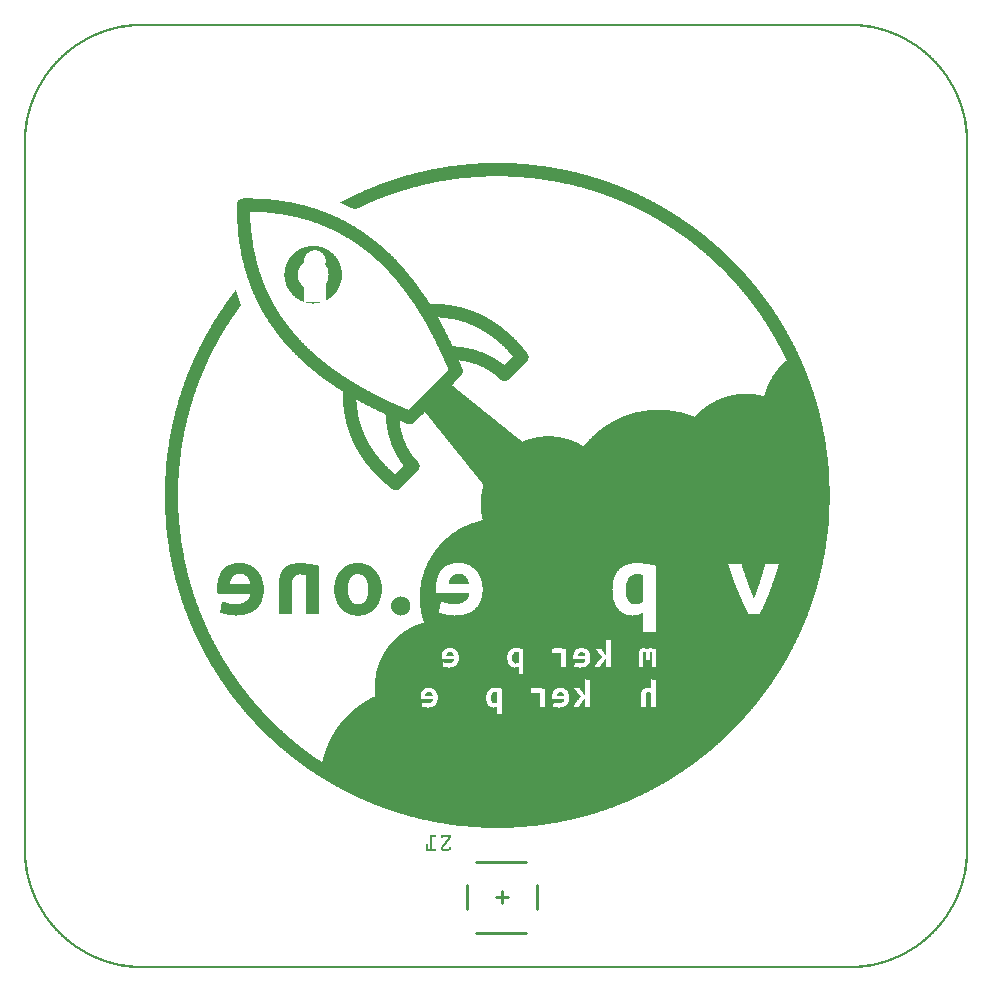
<source format=gbo>
G04 MADE WITH FRITZING*
G04 WWW.FRITZING.ORG*
G04 DOUBLE SIDED*
G04 HOLES PLATED*
G04 CONTOUR ON CENTER OF CONTOUR VECTOR*
%ASAXBY*%
%FSLAX23Y23*%
%MOIN*%
%OFA0B0*%
%SFA1.0B1.0*%
%ADD10C,0.010000*%
%ADD11R,0.001000X0.001000*%
%LNSILK0*%
G90*
G70*
G54D10*
X1476Y278D02*
X1476Y199D01*
D02*
X1673Y356D02*
X1506Y356D01*
D02*
X1673Y120D02*
X1506Y120D01*
D02*
X1712Y278D02*
X1712Y199D01*
D02*
X1594Y258D02*
X1594Y219D01*
D02*
X1575Y238D02*
X1614Y238D01*
G54D11*
X377Y3150D02*
X2771Y3150D01*
X362Y3149D02*
X2786Y3149D01*
X352Y3148D02*
X2796Y3148D01*
X344Y3147D02*
X2804Y3147D01*
X337Y3146D02*
X2811Y3146D01*
X331Y3145D02*
X2817Y3145D01*
X325Y3144D02*
X2823Y3144D01*
X320Y3143D02*
X2828Y3143D01*
X315Y3142D02*
X376Y3142D01*
X2772Y3142D02*
X2833Y3142D01*
X310Y3141D02*
X361Y3141D01*
X2787Y3141D02*
X2838Y3141D01*
X306Y3140D02*
X351Y3140D01*
X2797Y3140D02*
X2842Y3140D01*
X302Y3139D02*
X343Y3139D01*
X2805Y3139D02*
X2846Y3139D01*
X298Y3138D02*
X336Y3138D01*
X2812Y3138D02*
X2850Y3138D01*
X294Y3137D02*
X330Y3137D01*
X2818Y3137D02*
X2854Y3137D01*
X290Y3136D02*
X324Y3136D01*
X2824Y3136D02*
X2858Y3136D01*
X287Y3135D02*
X319Y3135D01*
X2829Y3135D02*
X2861Y3135D01*
X283Y3134D02*
X314Y3134D01*
X2834Y3134D02*
X2865Y3134D01*
X280Y3133D02*
X310Y3133D01*
X2838Y3133D02*
X2868Y3133D01*
X277Y3132D02*
X305Y3132D01*
X2843Y3132D02*
X2871Y3132D01*
X274Y3131D02*
X301Y3131D01*
X2847Y3131D02*
X2874Y3131D01*
X271Y3130D02*
X297Y3130D01*
X2851Y3130D02*
X2877Y3130D01*
X268Y3129D02*
X294Y3129D01*
X2854Y3129D02*
X2880Y3129D01*
X265Y3128D02*
X290Y3128D01*
X2858Y3128D02*
X2883Y3128D01*
X262Y3127D02*
X286Y3127D01*
X2862Y3127D02*
X2886Y3127D01*
X259Y3126D02*
X283Y3126D01*
X2865Y3126D02*
X2889Y3126D01*
X257Y3125D02*
X280Y3125D01*
X2868Y3125D02*
X2891Y3125D01*
X254Y3124D02*
X277Y3124D01*
X2871Y3124D02*
X2894Y3124D01*
X252Y3123D02*
X274Y3123D01*
X2874Y3123D02*
X2896Y3123D01*
X249Y3122D02*
X271Y3122D01*
X2877Y3122D02*
X2899Y3122D01*
X247Y3121D02*
X268Y3121D01*
X2880Y3121D02*
X2901Y3121D01*
X244Y3120D02*
X265Y3120D01*
X2883Y3120D02*
X2904Y3120D01*
X242Y3119D02*
X262Y3119D01*
X2886Y3119D02*
X2906Y3119D01*
X239Y3118D02*
X259Y3118D01*
X2889Y3118D02*
X2909Y3118D01*
X237Y3117D02*
X257Y3117D01*
X2891Y3117D02*
X2911Y3117D01*
X235Y3116D02*
X254Y3116D01*
X2894Y3116D02*
X2913Y3116D01*
X233Y3115D02*
X252Y3115D01*
X2896Y3115D02*
X2915Y3115D01*
X231Y3114D02*
X249Y3114D01*
X2899Y3114D02*
X2917Y3114D01*
X228Y3113D02*
X247Y3113D01*
X2901Y3113D02*
X2920Y3113D01*
X226Y3112D02*
X244Y3112D01*
X2904Y3112D02*
X2922Y3112D01*
X224Y3111D02*
X242Y3111D01*
X2906Y3111D02*
X2924Y3111D01*
X222Y3110D02*
X240Y3110D01*
X2908Y3110D02*
X2926Y3110D01*
X220Y3109D02*
X238Y3109D01*
X2910Y3109D02*
X2928Y3109D01*
X218Y3108D02*
X235Y3108D01*
X2913Y3108D02*
X2930Y3108D01*
X216Y3107D02*
X233Y3107D01*
X2915Y3107D02*
X2932Y3107D01*
X214Y3106D02*
X231Y3106D01*
X2917Y3106D02*
X2934Y3106D01*
X212Y3105D02*
X229Y3105D01*
X2919Y3105D02*
X2936Y3105D01*
X210Y3104D02*
X227Y3104D01*
X2921Y3104D02*
X2938Y3104D01*
X208Y3103D02*
X225Y3103D01*
X2923Y3103D02*
X2940Y3103D01*
X207Y3102D02*
X223Y3102D01*
X2925Y3102D02*
X2941Y3102D01*
X205Y3101D02*
X221Y3101D01*
X2927Y3101D02*
X2943Y3101D01*
X203Y3100D02*
X219Y3100D01*
X2929Y3100D02*
X2945Y3100D01*
X201Y3099D02*
X217Y3099D01*
X2931Y3099D02*
X2947Y3099D01*
X200Y3098D02*
X215Y3098D01*
X2933Y3098D02*
X2948Y3098D01*
X198Y3097D02*
X213Y3097D01*
X2935Y3097D02*
X2950Y3097D01*
X196Y3096D02*
X211Y3096D01*
X2937Y3096D02*
X2952Y3096D01*
X194Y3095D02*
X209Y3095D01*
X2939Y3095D02*
X2954Y3095D01*
X193Y3094D02*
X207Y3094D01*
X2941Y3094D02*
X2955Y3094D01*
X191Y3093D02*
X206Y3093D01*
X2942Y3093D02*
X2957Y3093D01*
X189Y3092D02*
X204Y3092D01*
X2944Y3092D02*
X2959Y3092D01*
X188Y3091D02*
X202Y3091D01*
X2946Y3091D02*
X2960Y3091D01*
X186Y3090D02*
X201Y3090D01*
X2947Y3090D02*
X2962Y3090D01*
X185Y3089D02*
X199Y3089D01*
X2949Y3089D02*
X2963Y3089D01*
X183Y3088D02*
X197Y3088D01*
X2951Y3088D02*
X2965Y3088D01*
X182Y3087D02*
X195Y3087D01*
X2953Y3087D02*
X2966Y3087D01*
X180Y3086D02*
X194Y3086D01*
X2954Y3086D02*
X2968Y3086D01*
X178Y3085D02*
X192Y3085D01*
X2956Y3085D02*
X2970Y3085D01*
X177Y3084D02*
X191Y3084D01*
X2957Y3084D02*
X2971Y3084D01*
X175Y3083D02*
X189Y3083D01*
X2959Y3083D02*
X2973Y3083D01*
X174Y3082D02*
X187Y3082D01*
X2961Y3082D02*
X2974Y3082D01*
X172Y3081D02*
X186Y3081D01*
X2962Y3081D02*
X2976Y3081D01*
X171Y3080D02*
X184Y3080D01*
X2964Y3080D02*
X2977Y3080D01*
X170Y3079D02*
X183Y3079D01*
X2965Y3079D02*
X2978Y3079D01*
X168Y3078D02*
X181Y3078D01*
X2967Y3078D02*
X2980Y3078D01*
X167Y3077D02*
X180Y3077D01*
X2968Y3077D02*
X2981Y3077D01*
X165Y3076D02*
X178Y3076D01*
X2970Y3076D02*
X2983Y3076D01*
X164Y3075D02*
X177Y3075D01*
X2971Y3075D02*
X2984Y3075D01*
X163Y3074D02*
X175Y3074D01*
X2973Y3074D02*
X2985Y3074D01*
X161Y3073D02*
X174Y3073D01*
X2974Y3073D02*
X2987Y3073D01*
X160Y3072D02*
X172Y3072D01*
X2976Y3072D02*
X2988Y3072D01*
X158Y3071D02*
X171Y3071D01*
X2977Y3071D02*
X2990Y3071D01*
X157Y3070D02*
X170Y3070D01*
X2978Y3070D02*
X2991Y3070D01*
X156Y3069D02*
X168Y3069D01*
X2980Y3069D02*
X2992Y3069D01*
X155Y3068D02*
X167Y3068D01*
X2981Y3068D02*
X2993Y3068D01*
X153Y3067D02*
X165Y3067D01*
X2983Y3067D02*
X2995Y3067D01*
X152Y3066D02*
X164Y3066D01*
X2984Y3066D02*
X2996Y3066D01*
X151Y3065D02*
X163Y3065D01*
X2985Y3065D02*
X2997Y3065D01*
X150Y3064D02*
X161Y3064D01*
X2987Y3064D02*
X2998Y3064D01*
X148Y3063D02*
X160Y3063D01*
X2988Y3063D02*
X3000Y3063D01*
X147Y3062D02*
X159Y3062D01*
X2989Y3062D02*
X3001Y3062D01*
X146Y3061D02*
X158Y3061D01*
X2990Y3061D02*
X3002Y3061D01*
X144Y3060D02*
X156Y3060D01*
X2992Y3060D02*
X3004Y3060D01*
X143Y3059D02*
X155Y3059D01*
X2993Y3059D02*
X3005Y3059D01*
X142Y3058D02*
X154Y3058D01*
X2994Y3058D02*
X3006Y3058D01*
X141Y3057D02*
X153Y3057D01*
X2995Y3057D02*
X3007Y3057D01*
X140Y3056D02*
X151Y3056D01*
X2997Y3056D02*
X3008Y3056D01*
X139Y3055D02*
X150Y3055D01*
X2998Y3055D02*
X3009Y3055D01*
X137Y3054D02*
X149Y3054D01*
X2999Y3054D02*
X3011Y3054D01*
X136Y3053D02*
X148Y3053D01*
X3000Y3053D02*
X3012Y3053D01*
X135Y3052D02*
X146Y3052D01*
X3002Y3052D02*
X3013Y3052D01*
X134Y3051D02*
X145Y3051D01*
X3003Y3051D02*
X3014Y3051D01*
X133Y3050D02*
X144Y3050D01*
X3004Y3050D02*
X3015Y3050D01*
X132Y3049D02*
X143Y3049D01*
X3005Y3049D02*
X3016Y3049D01*
X131Y3048D02*
X142Y3048D01*
X3006Y3048D02*
X3017Y3048D01*
X129Y3047D02*
X141Y3047D01*
X3007Y3047D02*
X3019Y3047D01*
X128Y3046D02*
X139Y3046D01*
X3009Y3046D02*
X3020Y3046D01*
X127Y3045D02*
X138Y3045D01*
X3010Y3045D02*
X3021Y3045D01*
X126Y3044D02*
X137Y3044D01*
X3011Y3044D02*
X3022Y3044D01*
X125Y3043D02*
X136Y3043D01*
X3012Y3043D02*
X3023Y3043D01*
X124Y3042D02*
X135Y3042D01*
X3013Y3042D02*
X3024Y3042D01*
X123Y3041D02*
X134Y3041D01*
X3014Y3041D02*
X3025Y3041D01*
X122Y3040D02*
X133Y3040D01*
X3015Y3040D02*
X3026Y3040D01*
X121Y3039D02*
X132Y3039D01*
X3016Y3039D02*
X3027Y3039D01*
X120Y3038D02*
X131Y3038D01*
X3017Y3038D02*
X3028Y3038D01*
X119Y3037D02*
X130Y3037D01*
X3018Y3037D02*
X3029Y3037D01*
X118Y3036D02*
X129Y3036D01*
X3019Y3036D02*
X3030Y3036D01*
X117Y3035D02*
X127Y3035D01*
X3021Y3035D02*
X3031Y3035D01*
X116Y3034D02*
X126Y3034D01*
X3022Y3034D02*
X3032Y3034D01*
X115Y3033D02*
X125Y3033D01*
X3023Y3033D02*
X3033Y3033D01*
X114Y3032D02*
X124Y3032D01*
X3024Y3032D02*
X3034Y3032D01*
X113Y3031D02*
X123Y3031D01*
X3025Y3031D02*
X3035Y3031D01*
X112Y3030D02*
X122Y3030D01*
X3026Y3030D02*
X3036Y3030D01*
X111Y3029D02*
X121Y3029D01*
X3027Y3029D02*
X3037Y3029D01*
X110Y3028D02*
X120Y3028D01*
X3028Y3028D02*
X3038Y3028D01*
X109Y3027D02*
X119Y3027D01*
X3029Y3027D02*
X3039Y3027D01*
X108Y3026D02*
X118Y3026D01*
X3030Y3026D02*
X3040Y3026D01*
X107Y3025D02*
X117Y3025D01*
X3031Y3025D02*
X3041Y3025D01*
X106Y3024D02*
X116Y3024D01*
X3032Y3024D02*
X3042Y3024D01*
X105Y3023D02*
X115Y3023D01*
X3033Y3023D02*
X3043Y3023D01*
X104Y3022D02*
X114Y3022D01*
X3034Y3022D02*
X3044Y3022D01*
X103Y3021D02*
X114Y3021D01*
X3034Y3021D02*
X3045Y3021D01*
X103Y3020D02*
X113Y3020D01*
X3035Y3020D02*
X3045Y3020D01*
X102Y3019D02*
X112Y3019D01*
X3036Y3019D02*
X3046Y3019D01*
X101Y3018D02*
X111Y3018D01*
X3037Y3018D02*
X3047Y3018D01*
X100Y3017D02*
X110Y3017D01*
X3038Y3017D02*
X3048Y3017D01*
X99Y3016D02*
X109Y3016D01*
X3039Y3016D02*
X3049Y3016D01*
X98Y3015D02*
X108Y3015D01*
X3040Y3015D02*
X3050Y3015D01*
X97Y3014D02*
X107Y3014D01*
X3041Y3014D02*
X3051Y3014D01*
X96Y3013D02*
X106Y3013D01*
X3042Y3013D02*
X3052Y3013D01*
X96Y3012D02*
X105Y3012D01*
X3043Y3012D02*
X3052Y3012D01*
X95Y3011D02*
X104Y3011D01*
X3044Y3011D02*
X3053Y3011D01*
X94Y3010D02*
X103Y3010D01*
X3045Y3010D02*
X3054Y3010D01*
X93Y3009D02*
X103Y3009D01*
X3045Y3009D02*
X3055Y3009D01*
X92Y3008D02*
X102Y3008D01*
X3046Y3008D02*
X3056Y3008D01*
X91Y3007D02*
X101Y3007D01*
X3047Y3007D02*
X3057Y3007D01*
X90Y3006D02*
X100Y3006D01*
X3048Y3006D02*
X3058Y3006D01*
X90Y3005D02*
X99Y3005D01*
X3049Y3005D02*
X3058Y3005D01*
X89Y3004D02*
X98Y3004D01*
X3050Y3004D02*
X3059Y3004D01*
X88Y3003D02*
X97Y3003D01*
X3051Y3003D02*
X3060Y3003D01*
X87Y3002D02*
X97Y3002D01*
X3051Y3002D02*
X3061Y3002D01*
X87Y3001D02*
X96Y3001D01*
X3052Y3001D02*
X3061Y3001D01*
X86Y3000D02*
X95Y3000D01*
X3053Y3000D02*
X3062Y3000D01*
X85Y2999D02*
X94Y2999D01*
X3054Y2999D02*
X3063Y2999D01*
X84Y2998D02*
X93Y2998D01*
X3055Y2998D02*
X3064Y2998D01*
X83Y2997D02*
X93Y2997D01*
X3055Y2997D02*
X3065Y2997D01*
X83Y2996D02*
X92Y2996D01*
X3056Y2996D02*
X3065Y2996D01*
X82Y2995D02*
X91Y2995D01*
X3057Y2995D02*
X3066Y2995D01*
X81Y2994D02*
X90Y2994D01*
X3058Y2994D02*
X3067Y2994D01*
X80Y2993D02*
X89Y2993D01*
X3059Y2993D02*
X3068Y2993D01*
X79Y2992D02*
X89Y2992D01*
X3059Y2992D02*
X3069Y2992D01*
X79Y2991D02*
X88Y2991D01*
X3060Y2991D02*
X3069Y2991D01*
X78Y2990D02*
X87Y2990D01*
X3061Y2990D02*
X3070Y2990D01*
X77Y2989D02*
X86Y2989D01*
X3062Y2989D02*
X3071Y2989D01*
X77Y2988D02*
X85Y2988D01*
X3063Y2988D02*
X3071Y2988D01*
X76Y2987D02*
X85Y2987D01*
X3063Y2987D02*
X3072Y2987D01*
X75Y2986D02*
X84Y2986D01*
X3064Y2986D02*
X3073Y2986D01*
X74Y2985D02*
X83Y2985D01*
X3065Y2985D02*
X3074Y2985D01*
X74Y2984D02*
X82Y2984D01*
X3066Y2984D02*
X3074Y2984D01*
X73Y2983D02*
X82Y2983D01*
X3066Y2983D02*
X3075Y2983D01*
X72Y2982D02*
X81Y2982D01*
X3067Y2982D02*
X3076Y2982D01*
X72Y2981D02*
X80Y2981D01*
X3068Y2981D02*
X3076Y2981D01*
X71Y2980D02*
X80Y2980D01*
X3068Y2980D02*
X3077Y2980D01*
X70Y2979D02*
X79Y2979D01*
X3069Y2979D02*
X3078Y2979D01*
X69Y2978D02*
X78Y2978D01*
X3070Y2978D02*
X3079Y2978D01*
X69Y2977D02*
X77Y2977D01*
X3071Y2977D02*
X3079Y2977D01*
X68Y2976D02*
X77Y2976D01*
X3071Y2976D02*
X3080Y2976D01*
X67Y2975D02*
X76Y2975D01*
X3072Y2975D02*
X3081Y2975D01*
X67Y2974D02*
X75Y2974D01*
X3073Y2974D02*
X3081Y2974D01*
X66Y2973D02*
X75Y2973D01*
X3073Y2973D02*
X3082Y2973D01*
X65Y2972D02*
X74Y2972D01*
X3074Y2972D02*
X3083Y2972D01*
X65Y2971D02*
X73Y2971D01*
X3075Y2971D02*
X3083Y2971D01*
X64Y2970D02*
X73Y2970D01*
X3075Y2970D02*
X3084Y2970D01*
X64Y2969D02*
X72Y2969D01*
X3076Y2969D02*
X3084Y2969D01*
X63Y2968D02*
X71Y2968D01*
X3077Y2968D02*
X3085Y2968D01*
X62Y2967D02*
X71Y2967D01*
X3077Y2967D02*
X3086Y2967D01*
X62Y2966D02*
X70Y2966D01*
X3078Y2966D02*
X3086Y2966D01*
X61Y2965D02*
X69Y2965D01*
X3079Y2965D02*
X3087Y2965D01*
X60Y2964D02*
X69Y2964D01*
X3079Y2964D02*
X3088Y2964D01*
X60Y2963D02*
X68Y2963D01*
X3080Y2963D02*
X3088Y2963D01*
X59Y2962D02*
X67Y2962D01*
X3081Y2962D02*
X3089Y2962D01*
X58Y2961D02*
X67Y2961D01*
X3081Y2961D02*
X3090Y2961D01*
X58Y2960D02*
X66Y2960D01*
X3082Y2960D02*
X3090Y2960D01*
X57Y2959D02*
X66Y2959D01*
X3082Y2959D02*
X3091Y2959D01*
X57Y2958D02*
X65Y2958D01*
X3083Y2958D02*
X3091Y2958D01*
X56Y2957D02*
X64Y2957D01*
X3084Y2957D02*
X3092Y2957D01*
X55Y2956D02*
X64Y2956D01*
X3084Y2956D02*
X3093Y2956D01*
X55Y2955D02*
X63Y2955D01*
X3085Y2955D02*
X3093Y2955D01*
X54Y2954D02*
X62Y2954D01*
X3086Y2954D02*
X3094Y2954D01*
X54Y2953D02*
X62Y2953D01*
X3086Y2953D02*
X3094Y2953D01*
X53Y2952D02*
X61Y2952D01*
X3087Y2952D02*
X3095Y2952D01*
X53Y2951D02*
X61Y2951D01*
X3087Y2951D02*
X3095Y2951D01*
X52Y2950D02*
X60Y2950D01*
X3088Y2950D02*
X3096Y2950D01*
X51Y2949D02*
X60Y2949D01*
X3088Y2949D02*
X3097Y2949D01*
X51Y2948D02*
X59Y2948D01*
X3089Y2948D02*
X3097Y2948D01*
X50Y2947D02*
X58Y2947D01*
X3090Y2947D02*
X3098Y2947D01*
X50Y2946D02*
X58Y2946D01*
X3090Y2946D02*
X3098Y2946D01*
X49Y2945D02*
X57Y2945D01*
X3091Y2945D02*
X3099Y2945D01*
X49Y2944D02*
X57Y2944D01*
X3091Y2944D02*
X3099Y2944D01*
X48Y2943D02*
X56Y2943D01*
X3092Y2943D02*
X3100Y2943D01*
X47Y2942D02*
X55Y2942D01*
X3093Y2942D02*
X3101Y2942D01*
X47Y2941D02*
X55Y2941D01*
X3093Y2941D02*
X3101Y2941D01*
X46Y2940D02*
X54Y2940D01*
X3094Y2940D02*
X3102Y2940D01*
X46Y2939D02*
X54Y2939D01*
X3094Y2939D02*
X3102Y2939D01*
X45Y2938D02*
X53Y2938D01*
X3095Y2938D02*
X3103Y2938D01*
X45Y2937D02*
X53Y2937D01*
X3095Y2937D02*
X3103Y2937D01*
X44Y2936D02*
X52Y2936D01*
X3096Y2936D02*
X3104Y2936D01*
X44Y2935D02*
X52Y2935D01*
X3096Y2935D02*
X3104Y2935D01*
X43Y2934D02*
X51Y2934D01*
X3097Y2934D02*
X3105Y2934D01*
X43Y2933D02*
X51Y2933D01*
X3097Y2933D02*
X3105Y2933D01*
X42Y2932D02*
X50Y2932D01*
X3098Y2932D02*
X3106Y2932D01*
X42Y2931D02*
X50Y2931D01*
X3098Y2931D02*
X3106Y2931D01*
X41Y2930D02*
X49Y2930D01*
X3099Y2930D02*
X3107Y2930D01*
X41Y2929D02*
X49Y2929D01*
X3099Y2929D02*
X3107Y2929D01*
X40Y2928D02*
X48Y2928D01*
X3100Y2928D02*
X3108Y2928D01*
X40Y2927D02*
X48Y2927D01*
X3100Y2927D02*
X3108Y2927D01*
X39Y2926D02*
X47Y2926D01*
X3101Y2926D02*
X3109Y2926D01*
X39Y2925D02*
X47Y2925D01*
X3101Y2925D02*
X3109Y2925D01*
X38Y2924D02*
X46Y2924D01*
X3102Y2924D02*
X3110Y2924D01*
X38Y2923D02*
X46Y2923D01*
X3102Y2923D02*
X3110Y2923D01*
X37Y2922D02*
X45Y2922D01*
X3103Y2922D02*
X3111Y2922D01*
X37Y2921D02*
X45Y2921D01*
X3103Y2921D02*
X3111Y2921D01*
X37Y2920D02*
X44Y2920D01*
X3104Y2920D02*
X3111Y2920D01*
X36Y2919D02*
X44Y2919D01*
X3104Y2919D02*
X3112Y2919D01*
X36Y2918D02*
X43Y2918D01*
X3105Y2918D02*
X3112Y2918D01*
X35Y2917D02*
X43Y2917D01*
X3105Y2917D02*
X3113Y2917D01*
X35Y2916D02*
X42Y2916D01*
X3106Y2916D02*
X3113Y2916D01*
X34Y2915D02*
X42Y2915D01*
X3106Y2915D02*
X3114Y2915D01*
X34Y2914D02*
X41Y2914D01*
X3107Y2914D02*
X3114Y2914D01*
X33Y2913D02*
X41Y2913D01*
X3107Y2913D02*
X3115Y2913D01*
X33Y2912D02*
X41Y2912D01*
X3107Y2912D02*
X3115Y2912D01*
X32Y2911D02*
X40Y2911D01*
X3108Y2911D02*
X3116Y2911D01*
X32Y2910D02*
X40Y2910D01*
X3108Y2910D02*
X3116Y2910D01*
X32Y2909D02*
X39Y2909D01*
X3109Y2909D02*
X3116Y2909D01*
X31Y2908D02*
X39Y2908D01*
X3109Y2908D02*
X3117Y2908D01*
X31Y2907D02*
X38Y2907D01*
X3110Y2907D02*
X3117Y2907D01*
X30Y2906D02*
X38Y2906D01*
X3110Y2906D02*
X3118Y2906D01*
X30Y2905D02*
X37Y2905D01*
X3111Y2905D02*
X3118Y2905D01*
X30Y2904D02*
X37Y2904D01*
X3111Y2904D02*
X3118Y2904D01*
X29Y2903D02*
X37Y2903D01*
X3111Y2903D02*
X3119Y2903D01*
X29Y2902D02*
X36Y2902D01*
X3112Y2902D02*
X3119Y2902D01*
X28Y2901D02*
X36Y2901D01*
X3112Y2901D02*
X3120Y2901D01*
X28Y2900D02*
X35Y2900D01*
X3113Y2900D02*
X3120Y2900D01*
X28Y2899D02*
X35Y2899D01*
X3113Y2899D02*
X3120Y2899D01*
X27Y2898D02*
X35Y2898D01*
X3113Y2898D02*
X3121Y2898D01*
X27Y2897D02*
X34Y2897D01*
X3114Y2897D02*
X3121Y2897D01*
X26Y2896D02*
X34Y2896D01*
X3114Y2896D02*
X3122Y2896D01*
X26Y2895D02*
X33Y2895D01*
X3115Y2895D02*
X3122Y2895D01*
X26Y2894D02*
X33Y2894D01*
X3115Y2894D02*
X3122Y2894D01*
X25Y2893D02*
X33Y2893D01*
X3115Y2893D02*
X3123Y2893D01*
X25Y2892D02*
X32Y2892D01*
X3116Y2892D02*
X3123Y2892D01*
X24Y2891D02*
X32Y2891D01*
X3116Y2891D02*
X3124Y2891D01*
X24Y2890D02*
X31Y2890D01*
X3117Y2890D02*
X3124Y2890D01*
X24Y2889D02*
X31Y2889D01*
X3117Y2889D02*
X3124Y2889D01*
X23Y2888D02*
X31Y2888D01*
X3117Y2888D02*
X3125Y2888D01*
X23Y2887D02*
X30Y2887D01*
X3118Y2887D02*
X3125Y2887D01*
X23Y2886D02*
X30Y2886D01*
X3118Y2886D02*
X3125Y2886D01*
X22Y2885D02*
X30Y2885D01*
X3118Y2885D02*
X3126Y2885D01*
X22Y2884D02*
X29Y2884D01*
X3119Y2884D02*
X3126Y2884D01*
X22Y2883D02*
X29Y2883D01*
X3119Y2883D02*
X3126Y2883D01*
X21Y2882D02*
X29Y2882D01*
X3119Y2882D02*
X3127Y2882D01*
X21Y2881D02*
X28Y2881D01*
X3120Y2881D02*
X3127Y2881D01*
X21Y2880D02*
X28Y2880D01*
X3120Y2880D02*
X3127Y2880D01*
X20Y2879D02*
X28Y2879D01*
X3120Y2879D02*
X3128Y2879D01*
X20Y2878D02*
X27Y2878D01*
X3121Y2878D02*
X3128Y2878D01*
X20Y2877D02*
X27Y2877D01*
X3121Y2877D02*
X3128Y2877D01*
X19Y2876D02*
X27Y2876D01*
X3121Y2876D02*
X3129Y2876D01*
X19Y2875D02*
X26Y2875D01*
X3122Y2875D02*
X3129Y2875D01*
X19Y2874D02*
X26Y2874D01*
X3122Y2874D02*
X3129Y2874D01*
X18Y2873D02*
X26Y2873D01*
X3122Y2873D02*
X3130Y2873D01*
X18Y2872D02*
X25Y2872D01*
X3123Y2872D02*
X3130Y2872D01*
X18Y2871D02*
X25Y2871D01*
X3123Y2871D02*
X3130Y2871D01*
X17Y2870D02*
X25Y2870D01*
X3123Y2870D02*
X3131Y2870D01*
X17Y2869D02*
X24Y2869D01*
X3124Y2869D02*
X3131Y2869D01*
X17Y2868D02*
X24Y2868D01*
X3124Y2868D02*
X3131Y2868D01*
X16Y2867D02*
X24Y2867D01*
X3124Y2867D02*
X3132Y2867D01*
X16Y2866D02*
X23Y2866D01*
X3125Y2866D02*
X3132Y2866D01*
X16Y2865D02*
X23Y2865D01*
X3125Y2865D02*
X3132Y2865D01*
X16Y2864D02*
X23Y2864D01*
X3125Y2864D02*
X3132Y2864D01*
X15Y2863D02*
X22Y2863D01*
X3126Y2863D02*
X3133Y2863D01*
X15Y2862D02*
X22Y2862D01*
X3126Y2862D02*
X3133Y2862D01*
X15Y2861D02*
X22Y2861D01*
X3126Y2861D02*
X3133Y2861D01*
X14Y2860D02*
X22Y2860D01*
X3126Y2860D02*
X3134Y2860D01*
X14Y2859D02*
X21Y2859D01*
X3127Y2859D02*
X3134Y2859D01*
X14Y2858D02*
X21Y2858D01*
X3127Y2858D02*
X3134Y2858D01*
X14Y2857D02*
X21Y2857D01*
X3127Y2857D02*
X3134Y2857D01*
X13Y2856D02*
X21Y2856D01*
X3127Y2856D02*
X3135Y2856D01*
X13Y2855D02*
X20Y2855D01*
X3128Y2855D02*
X3135Y2855D01*
X13Y2854D02*
X20Y2854D01*
X3128Y2854D02*
X3135Y2854D01*
X13Y2853D02*
X20Y2853D01*
X3128Y2853D02*
X3135Y2853D01*
X12Y2852D02*
X19Y2852D01*
X3129Y2852D02*
X3136Y2852D01*
X12Y2851D02*
X19Y2851D01*
X3129Y2851D02*
X3136Y2851D01*
X12Y2850D02*
X19Y2850D01*
X3129Y2850D02*
X3136Y2850D01*
X12Y2849D02*
X19Y2849D01*
X3129Y2849D02*
X3136Y2849D01*
X11Y2848D02*
X18Y2848D01*
X3130Y2848D02*
X3137Y2848D01*
X11Y2847D02*
X18Y2847D01*
X3130Y2847D02*
X3137Y2847D01*
X11Y2846D02*
X18Y2846D01*
X3130Y2846D02*
X3137Y2846D01*
X11Y2845D02*
X18Y2845D01*
X3130Y2845D02*
X3137Y2845D01*
X10Y2844D02*
X17Y2844D01*
X3131Y2844D02*
X3138Y2844D01*
X10Y2843D02*
X17Y2843D01*
X3131Y2843D02*
X3138Y2843D01*
X10Y2842D02*
X17Y2842D01*
X3131Y2842D02*
X3138Y2842D01*
X10Y2841D02*
X17Y2841D01*
X3131Y2841D02*
X3138Y2841D01*
X9Y2840D02*
X17Y2840D01*
X3131Y2840D02*
X3139Y2840D01*
X9Y2839D02*
X16Y2839D01*
X3132Y2839D02*
X3139Y2839D01*
X9Y2838D02*
X16Y2838D01*
X3132Y2838D02*
X3139Y2838D01*
X9Y2837D02*
X16Y2837D01*
X3132Y2837D02*
X3139Y2837D01*
X9Y2836D02*
X16Y2836D01*
X3132Y2836D02*
X3139Y2836D01*
X8Y2835D02*
X15Y2835D01*
X3133Y2835D02*
X3140Y2835D01*
X8Y2834D02*
X15Y2834D01*
X3133Y2834D02*
X3140Y2834D01*
X8Y2833D02*
X15Y2833D01*
X3133Y2833D02*
X3140Y2833D01*
X8Y2832D02*
X15Y2832D01*
X3133Y2832D02*
X3140Y2832D01*
X8Y2831D02*
X15Y2831D01*
X3133Y2831D02*
X3140Y2831D01*
X7Y2830D02*
X14Y2830D01*
X3134Y2830D02*
X3141Y2830D01*
X7Y2829D02*
X14Y2829D01*
X3134Y2829D02*
X3141Y2829D01*
X7Y2828D02*
X14Y2828D01*
X3134Y2828D02*
X3141Y2828D01*
X7Y2827D02*
X14Y2827D01*
X3134Y2827D02*
X3141Y2827D01*
X7Y2826D02*
X14Y2826D01*
X3134Y2826D02*
X3141Y2826D01*
X6Y2825D02*
X13Y2825D01*
X3135Y2825D02*
X3142Y2825D01*
X6Y2824D02*
X13Y2824D01*
X3135Y2824D02*
X3142Y2824D01*
X6Y2823D02*
X13Y2823D01*
X3135Y2823D02*
X3142Y2823D01*
X6Y2822D02*
X13Y2822D01*
X3135Y2822D02*
X3142Y2822D01*
X6Y2821D02*
X13Y2821D01*
X3135Y2821D02*
X3142Y2821D01*
X6Y2820D02*
X13Y2820D01*
X3135Y2820D02*
X3142Y2820D01*
X5Y2819D02*
X12Y2819D01*
X3136Y2819D02*
X3143Y2819D01*
X5Y2818D02*
X12Y2818D01*
X3136Y2818D02*
X3143Y2818D01*
X5Y2817D02*
X12Y2817D01*
X3136Y2817D02*
X3143Y2817D01*
X5Y2816D02*
X12Y2816D01*
X3136Y2816D02*
X3143Y2816D01*
X5Y2815D02*
X12Y2815D01*
X3136Y2815D02*
X3143Y2815D01*
X5Y2814D02*
X12Y2814D01*
X3136Y2814D02*
X3143Y2814D01*
X4Y2813D02*
X11Y2813D01*
X3137Y2813D02*
X3144Y2813D01*
X4Y2812D02*
X11Y2812D01*
X3137Y2812D02*
X3144Y2812D01*
X4Y2811D02*
X11Y2811D01*
X3137Y2811D02*
X3144Y2811D01*
X4Y2810D02*
X11Y2810D01*
X3137Y2810D02*
X3144Y2810D01*
X4Y2809D02*
X11Y2809D01*
X3137Y2809D02*
X3144Y2809D01*
X4Y2808D02*
X11Y2808D01*
X3137Y2808D02*
X3144Y2808D01*
X4Y2807D02*
X11Y2807D01*
X3137Y2807D02*
X3144Y2807D01*
X3Y2806D02*
X10Y2806D01*
X3138Y2806D02*
X3145Y2806D01*
X3Y2805D02*
X10Y2805D01*
X3138Y2805D02*
X3145Y2805D01*
X3Y2804D02*
X10Y2804D01*
X3138Y2804D02*
X3145Y2804D01*
X3Y2803D02*
X10Y2803D01*
X3138Y2803D02*
X3145Y2803D01*
X3Y2802D02*
X10Y2802D01*
X3138Y2802D02*
X3145Y2802D01*
X3Y2801D02*
X10Y2801D01*
X3138Y2801D02*
X3145Y2801D01*
X3Y2800D02*
X10Y2800D01*
X3138Y2800D02*
X3145Y2800D01*
X3Y2799D02*
X10Y2799D01*
X3138Y2799D02*
X3145Y2799D01*
X2Y2798D02*
X9Y2798D01*
X3139Y2798D02*
X3146Y2798D01*
X2Y2797D02*
X9Y2797D01*
X3139Y2797D02*
X3146Y2797D01*
X2Y2796D02*
X9Y2796D01*
X3139Y2796D02*
X3146Y2796D01*
X2Y2795D02*
X9Y2795D01*
X3139Y2795D02*
X3146Y2795D01*
X2Y2794D02*
X9Y2794D01*
X3139Y2794D02*
X3146Y2794D01*
X2Y2793D02*
X9Y2793D01*
X3139Y2793D02*
X3146Y2793D01*
X2Y2792D02*
X9Y2792D01*
X3139Y2792D02*
X3146Y2792D01*
X2Y2791D02*
X9Y2791D01*
X3139Y2791D02*
X3146Y2791D01*
X2Y2790D02*
X9Y2790D01*
X3139Y2790D02*
X3146Y2790D01*
X2Y2789D02*
X9Y2789D01*
X3139Y2789D02*
X3146Y2789D01*
X1Y2788D02*
X8Y2788D01*
X3139Y2788D02*
X3147Y2788D01*
X1Y2787D02*
X8Y2787D01*
X3140Y2787D02*
X3147Y2787D01*
X1Y2786D02*
X8Y2786D01*
X3140Y2786D02*
X3147Y2786D01*
X1Y2785D02*
X8Y2785D01*
X3140Y2785D02*
X3147Y2785D01*
X1Y2784D02*
X8Y2784D01*
X3140Y2784D02*
X3147Y2784D01*
X1Y2783D02*
X8Y2783D01*
X3140Y2783D02*
X3147Y2783D01*
X1Y2782D02*
X8Y2782D01*
X3140Y2782D02*
X3147Y2782D01*
X1Y2781D02*
X8Y2781D01*
X3140Y2781D02*
X3147Y2781D01*
X1Y2780D02*
X8Y2780D01*
X3140Y2780D02*
X3147Y2780D01*
X1Y2779D02*
X8Y2779D01*
X3140Y2779D02*
X3147Y2779D01*
X1Y2778D02*
X8Y2778D01*
X3140Y2778D02*
X3147Y2778D01*
X1Y2777D02*
X8Y2777D01*
X3140Y2777D02*
X3147Y2777D01*
X1Y2776D02*
X8Y2776D01*
X3140Y2776D02*
X3147Y2776D01*
X1Y2775D02*
X8Y2775D01*
X3140Y2775D02*
X3147Y2775D01*
X1Y2774D02*
X8Y2774D01*
X3140Y2774D02*
X3147Y2774D01*
X0Y2773D02*
X7Y2773D01*
X3141Y2773D02*
X3148Y2773D01*
X0Y2772D02*
X7Y2772D01*
X3141Y2772D02*
X3148Y2772D01*
X0Y2771D02*
X7Y2771D01*
X3141Y2771D02*
X3148Y2771D01*
X0Y2770D02*
X7Y2770D01*
X3141Y2770D02*
X3148Y2770D01*
X0Y2769D02*
X7Y2769D01*
X3141Y2769D02*
X3148Y2769D01*
X0Y2768D02*
X7Y2768D01*
X3141Y2768D02*
X3148Y2768D01*
X0Y2767D02*
X7Y2767D01*
X3141Y2767D02*
X3148Y2767D01*
X0Y2766D02*
X7Y2766D01*
X3141Y2766D02*
X3148Y2766D01*
X0Y2765D02*
X7Y2765D01*
X3141Y2765D02*
X3148Y2765D01*
X0Y2764D02*
X7Y2764D01*
X3141Y2764D02*
X3148Y2764D01*
X0Y2763D02*
X7Y2763D01*
X3141Y2763D02*
X3148Y2763D01*
X0Y2762D02*
X7Y2762D01*
X3141Y2762D02*
X3148Y2762D01*
X0Y2761D02*
X7Y2761D01*
X3141Y2761D02*
X3148Y2761D01*
X0Y2760D02*
X7Y2760D01*
X3141Y2760D02*
X3148Y2760D01*
X0Y2759D02*
X7Y2759D01*
X3141Y2759D02*
X3148Y2759D01*
X0Y2758D02*
X7Y2758D01*
X3141Y2758D02*
X3148Y2758D01*
X0Y2757D02*
X7Y2757D01*
X3141Y2757D02*
X3148Y2757D01*
X0Y2756D02*
X7Y2756D01*
X3141Y2756D02*
X3148Y2756D01*
X0Y2755D02*
X7Y2755D01*
X3141Y2755D02*
X3148Y2755D01*
X0Y2754D02*
X7Y2754D01*
X3141Y2754D02*
X3148Y2754D01*
X0Y2753D02*
X7Y2753D01*
X3141Y2753D02*
X3148Y2753D01*
X0Y2752D02*
X7Y2752D01*
X3141Y2752D02*
X3148Y2752D01*
X0Y2751D02*
X7Y2751D01*
X3141Y2751D02*
X3148Y2751D01*
X0Y2750D02*
X7Y2750D01*
X3141Y2750D02*
X3148Y2750D01*
X0Y2749D02*
X7Y2749D01*
X3141Y2749D02*
X3148Y2749D01*
X0Y2748D02*
X7Y2748D01*
X3141Y2748D02*
X3148Y2748D01*
X0Y2747D02*
X7Y2747D01*
X3141Y2747D02*
X3148Y2747D01*
X0Y2746D02*
X7Y2746D01*
X3141Y2746D02*
X3148Y2746D01*
X0Y2745D02*
X7Y2745D01*
X3141Y2745D02*
X3148Y2745D01*
X0Y2744D02*
X7Y2744D01*
X3141Y2744D02*
X3148Y2744D01*
X0Y2743D02*
X7Y2743D01*
X3141Y2743D02*
X3148Y2743D01*
X0Y2742D02*
X7Y2742D01*
X3141Y2742D02*
X3148Y2742D01*
X0Y2741D02*
X7Y2741D01*
X3141Y2741D02*
X3148Y2741D01*
X0Y2740D02*
X7Y2740D01*
X3141Y2740D02*
X3148Y2740D01*
X0Y2739D02*
X7Y2739D01*
X3141Y2739D02*
X3148Y2739D01*
X0Y2738D02*
X7Y2738D01*
X3141Y2738D02*
X3148Y2738D01*
X0Y2737D02*
X7Y2737D01*
X3141Y2737D02*
X3148Y2737D01*
X0Y2736D02*
X7Y2736D01*
X3141Y2736D02*
X3148Y2736D01*
X0Y2735D02*
X7Y2735D01*
X3141Y2735D02*
X3148Y2735D01*
X0Y2734D02*
X7Y2734D01*
X3141Y2734D02*
X3148Y2734D01*
X0Y2733D02*
X7Y2733D01*
X3141Y2733D02*
X3148Y2733D01*
X0Y2732D02*
X7Y2732D01*
X3141Y2732D02*
X3148Y2732D01*
X0Y2731D02*
X7Y2731D01*
X3141Y2731D02*
X3148Y2731D01*
X0Y2730D02*
X7Y2730D01*
X3141Y2730D02*
X3148Y2730D01*
X0Y2729D02*
X7Y2729D01*
X3141Y2729D02*
X3148Y2729D01*
X0Y2728D02*
X7Y2728D01*
X3141Y2728D02*
X3148Y2728D01*
X0Y2727D02*
X7Y2727D01*
X3141Y2727D02*
X3148Y2727D01*
X0Y2726D02*
X7Y2726D01*
X3141Y2726D02*
X3148Y2726D01*
X0Y2725D02*
X7Y2725D01*
X3141Y2725D02*
X3148Y2725D01*
X0Y2724D02*
X7Y2724D01*
X3141Y2724D02*
X3148Y2724D01*
X0Y2723D02*
X7Y2723D01*
X3141Y2723D02*
X3148Y2723D01*
X0Y2722D02*
X7Y2722D01*
X3141Y2722D02*
X3148Y2722D01*
X0Y2721D02*
X7Y2721D01*
X3141Y2721D02*
X3148Y2721D01*
X0Y2720D02*
X7Y2720D01*
X3141Y2720D02*
X3148Y2720D01*
X0Y2719D02*
X7Y2719D01*
X3141Y2719D02*
X3148Y2719D01*
X0Y2718D02*
X7Y2718D01*
X3141Y2718D02*
X3148Y2718D01*
X0Y2717D02*
X7Y2717D01*
X3141Y2717D02*
X3148Y2717D01*
X0Y2716D02*
X7Y2716D01*
X3141Y2716D02*
X3148Y2716D01*
X0Y2715D02*
X7Y2715D01*
X3141Y2715D02*
X3148Y2715D01*
X0Y2714D02*
X7Y2714D01*
X3141Y2714D02*
X3148Y2714D01*
X0Y2713D02*
X7Y2713D01*
X3141Y2713D02*
X3148Y2713D01*
X0Y2712D02*
X7Y2712D01*
X3141Y2712D02*
X3148Y2712D01*
X0Y2711D02*
X7Y2711D01*
X3141Y2711D02*
X3148Y2711D01*
X0Y2710D02*
X7Y2710D01*
X3141Y2710D02*
X3148Y2710D01*
X0Y2709D02*
X7Y2709D01*
X3141Y2709D02*
X3148Y2709D01*
X0Y2708D02*
X7Y2708D01*
X3141Y2708D02*
X3148Y2708D01*
X0Y2707D02*
X7Y2707D01*
X3141Y2707D02*
X3148Y2707D01*
X0Y2706D02*
X7Y2706D01*
X3141Y2706D02*
X3148Y2706D01*
X0Y2705D02*
X7Y2705D01*
X3141Y2705D02*
X3148Y2705D01*
X0Y2704D02*
X7Y2704D01*
X3141Y2704D02*
X3148Y2704D01*
X0Y2703D02*
X7Y2703D01*
X3141Y2703D02*
X3148Y2703D01*
X0Y2702D02*
X7Y2702D01*
X3141Y2702D02*
X3148Y2702D01*
X0Y2701D02*
X7Y2701D01*
X3141Y2701D02*
X3148Y2701D01*
X0Y2700D02*
X7Y2700D01*
X3141Y2700D02*
X3148Y2700D01*
X0Y2699D02*
X7Y2699D01*
X3141Y2699D02*
X3148Y2699D01*
X0Y2698D02*
X7Y2698D01*
X3141Y2698D02*
X3148Y2698D01*
X0Y2697D02*
X7Y2697D01*
X3141Y2697D02*
X3148Y2697D01*
X0Y2696D02*
X7Y2696D01*
X3141Y2696D02*
X3148Y2696D01*
X0Y2695D02*
X7Y2695D01*
X3141Y2695D02*
X3148Y2695D01*
X0Y2694D02*
X7Y2694D01*
X3141Y2694D02*
X3148Y2694D01*
X0Y2693D02*
X7Y2693D01*
X3141Y2693D02*
X3148Y2693D01*
X0Y2692D02*
X7Y2692D01*
X3141Y2692D02*
X3148Y2692D01*
X0Y2691D02*
X7Y2691D01*
X3141Y2691D02*
X3148Y2691D01*
X0Y2690D02*
X7Y2690D01*
X3141Y2690D02*
X3148Y2690D01*
X0Y2689D02*
X7Y2689D01*
X3141Y2689D02*
X3148Y2689D01*
X0Y2688D02*
X7Y2688D01*
X3141Y2688D02*
X3148Y2688D01*
X0Y2687D02*
X7Y2687D01*
X3141Y2687D02*
X3148Y2687D01*
X0Y2686D02*
X7Y2686D01*
X3141Y2686D02*
X3148Y2686D01*
X0Y2685D02*
X7Y2685D01*
X1532Y2685D02*
X1624Y2685D01*
X3141Y2685D02*
X3148Y2685D01*
X0Y2684D02*
X7Y2684D01*
X1513Y2684D02*
X1644Y2684D01*
X3141Y2684D02*
X3148Y2684D01*
X0Y2683D02*
X7Y2683D01*
X1498Y2683D02*
X1658Y2683D01*
X3141Y2683D02*
X3148Y2683D01*
X0Y2682D02*
X7Y2682D01*
X1485Y2682D02*
X1672Y2682D01*
X3141Y2682D02*
X3148Y2682D01*
X0Y2681D02*
X7Y2681D01*
X1474Y2681D02*
X1682Y2681D01*
X3141Y2681D02*
X3148Y2681D01*
X0Y2680D02*
X7Y2680D01*
X1464Y2680D02*
X1693Y2680D01*
X3141Y2680D02*
X3148Y2680D01*
X0Y2679D02*
X7Y2679D01*
X1454Y2679D02*
X1702Y2679D01*
X3141Y2679D02*
X3148Y2679D01*
X0Y2678D02*
X7Y2678D01*
X1446Y2678D02*
X1710Y2678D01*
X3141Y2678D02*
X3148Y2678D01*
X0Y2677D02*
X7Y2677D01*
X1438Y2677D02*
X1719Y2677D01*
X3141Y2677D02*
X3148Y2677D01*
X0Y2676D02*
X7Y2676D01*
X1430Y2676D02*
X1727Y2676D01*
X3141Y2676D02*
X3148Y2676D01*
X0Y2675D02*
X7Y2675D01*
X1423Y2675D02*
X1734Y2675D01*
X3141Y2675D02*
X3148Y2675D01*
X0Y2674D02*
X7Y2674D01*
X1416Y2674D02*
X1740Y2674D01*
X3141Y2674D02*
X3148Y2674D01*
X0Y2673D02*
X7Y2673D01*
X1409Y2673D02*
X1747Y2673D01*
X3141Y2673D02*
X3148Y2673D01*
X0Y2672D02*
X7Y2672D01*
X1403Y2672D02*
X1754Y2672D01*
X3141Y2672D02*
X3148Y2672D01*
X0Y2671D02*
X7Y2671D01*
X1397Y2671D02*
X1760Y2671D01*
X3141Y2671D02*
X3148Y2671D01*
X0Y2670D02*
X7Y2670D01*
X1391Y2670D02*
X1766Y2670D01*
X3141Y2670D02*
X3148Y2670D01*
X0Y2669D02*
X7Y2669D01*
X1385Y2669D02*
X1772Y2669D01*
X3141Y2669D02*
X3148Y2669D01*
X0Y2668D02*
X7Y2668D01*
X1379Y2668D02*
X1777Y2668D01*
X3141Y2668D02*
X3148Y2668D01*
X0Y2667D02*
X7Y2667D01*
X1374Y2667D02*
X1783Y2667D01*
X3141Y2667D02*
X3148Y2667D01*
X0Y2666D02*
X7Y2666D01*
X1369Y2666D02*
X1788Y2666D01*
X3141Y2666D02*
X3148Y2666D01*
X0Y2665D02*
X7Y2665D01*
X1363Y2665D02*
X1793Y2665D01*
X3141Y2665D02*
X3148Y2665D01*
X0Y2664D02*
X7Y2664D01*
X1358Y2664D02*
X1798Y2664D01*
X3141Y2664D02*
X3148Y2664D01*
X0Y2663D02*
X7Y2663D01*
X1354Y2663D02*
X1803Y2663D01*
X3141Y2663D02*
X3148Y2663D01*
X0Y2662D02*
X7Y2662D01*
X1349Y2662D02*
X1808Y2662D01*
X3141Y2662D02*
X3148Y2662D01*
X0Y2661D02*
X7Y2661D01*
X1344Y2661D02*
X1812Y2661D01*
X3141Y2661D02*
X3148Y2661D01*
X0Y2660D02*
X7Y2660D01*
X1340Y2660D02*
X1817Y2660D01*
X3141Y2660D02*
X3148Y2660D01*
X0Y2659D02*
X7Y2659D01*
X1335Y2659D02*
X1821Y2659D01*
X3141Y2659D02*
X3148Y2659D01*
X0Y2658D02*
X7Y2658D01*
X1331Y2658D02*
X1826Y2658D01*
X3141Y2658D02*
X3148Y2658D01*
X0Y2657D02*
X7Y2657D01*
X1326Y2657D02*
X1830Y2657D01*
X3141Y2657D02*
X3148Y2657D01*
X0Y2656D02*
X7Y2656D01*
X1322Y2656D02*
X1834Y2656D01*
X3141Y2656D02*
X3148Y2656D01*
X0Y2655D02*
X7Y2655D01*
X1318Y2655D02*
X1839Y2655D01*
X3141Y2655D02*
X3148Y2655D01*
X0Y2654D02*
X7Y2654D01*
X1314Y2654D02*
X1843Y2654D01*
X3141Y2654D02*
X3148Y2654D01*
X0Y2653D02*
X7Y2653D01*
X1310Y2653D02*
X1847Y2653D01*
X3141Y2653D02*
X3148Y2653D01*
X0Y2652D02*
X7Y2652D01*
X1306Y2652D02*
X1851Y2652D01*
X3141Y2652D02*
X3148Y2652D01*
X0Y2651D02*
X7Y2651D01*
X1302Y2651D02*
X1855Y2651D01*
X3141Y2651D02*
X3148Y2651D01*
X0Y2650D02*
X7Y2650D01*
X1298Y2650D02*
X1859Y2650D01*
X3141Y2650D02*
X3148Y2650D01*
X0Y2649D02*
X7Y2649D01*
X1294Y2649D02*
X1862Y2649D01*
X3141Y2649D02*
X3148Y2649D01*
X0Y2648D02*
X7Y2648D01*
X1290Y2648D02*
X1866Y2648D01*
X3141Y2648D02*
X3148Y2648D01*
X0Y2647D02*
X7Y2647D01*
X1287Y2647D02*
X1870Y2647D01*
X3141Y2647D02*
X3148Y2647D01*
X0Y2646D02*
X7Y2646D01*
X1283Y2646D02*
X1873Y2646D01*
X3141Y2646D02*
X3148Y2646D01*
X0Y2645D02*
X7Y2645D01*
X1279Y2645D02*
X1877Y2645D01*
X3141Y2645D02*
X3148Y2645D01*
X0Y2644D02*
X7Y2644D01*
X1276Y2644D02*
X1881Y2644D01*
X3141Y2644D02*
X3148Y2644D01*
X0Y2643D02*
X7Y2643D01*
X1272Y2643D02*
X1884Y2643D01*
X3141Y2643D02*
X3148Y2643D01*
X0Y2642D02*
X7Y2642D01*
X1269Y2642D02*
X1887Y2642D01*
X3141Y2642D02*
X3148Y2642D01*
X0Y2641D02*
X7Y2641D01*
X1266Y2641D02*
X1541Y2641D01*
X1614Y2641D02*
X1891Y2641D01*
X3141Y2641D02*
X3148Y2641D01*
X0Y2640D02*
X7Y2640D01*
X1262Y2640D02*
X1519Y2640D01*
X1638Y2640D02*
X1894Y2640D01*
X3141Y2640D02*
X3148Y2640D01*
X0Y2639D02*
X7Y2639D01*
X1259Y2639D02*
X1504Y2639D01*
X1653Y2639D02*
X1898Y2639D01*
X3141Y2639D02*
X3148Y2639D01*
X0Y2638D02*
X7Y2638D01*
X1256Y2638D02*
X1490Y2638D01*
X1667Y2638D02*
X1901Y2638D01*
X3141Y2638D02*
X3148Y2638D01*
X0Y2637D02*
X7Y2637D01*
X1252Y2637D02*
X1479Y2637D01*
X1678Y2637D02*
X1904Y2637D01*
X3141Y2637D02*
X3148Y2637D01*
X0Y2636D02*
X7Y2636D01*
X1249Y2636D02*
X1469Y2636D01*
X1688Y2636D02*
X1907Y2636D01*
X3141Y2636D02*
X3148Y2636D01*
X0Y2635D02*
X7Y2635D01*
X1246Y2635D02*
X1459Y2635D01*
X1698Y2635D02*
X1911Y2635D01*
X3141Y2635D02*
X3148Y2635D01*
X0Y2634D02*
X7Y2634D01*
X1243Y2634D02*
X1450Y2634D01*
X1706Y2634D02*
X1914Y2634D01*
X3141Y2634D02*
X3148Y2634D01*
X0Y2633D02*
X7Y2633D01*
X1240Y2633D02*
X1442Y2633D01*
X1714Y2633D02*
X1917Y2633D01*
X3141Y2633D02*
X3148Y2633D01*
X0Y2632D02*
X7Y2632D01*
X1237Y2632D02*
X1435Y2632D01*
X1722Y2632D02*
X1920Y2632D01*
X3141Y2632D02*
X3148Y2632D01*
X0Y2631D02*
X7Y2631D01*
X1233Y2631D02*
X1427Y2631D01*
X1729Y2631D02*
X1923Y2631D01*
X3141Y2631D02*
X3148Y2631D01*
X0Y2630D02*
X7Y2630D01*
X1230Y2630D02*
X1421Y2630D01*
X1736Y2630D02*
X1926Y2630D01*
X3141Y2630D02*
X3148Y2630D01*
X0Y2629D02*
X7Y2629D01*
X1227Y2629D02*
X1414Y2629D01*
X1743Y2629D02*
X1929Y2629D01*
X3141Y2629D02*
X3148Y2629D01*
X0Y2628D02*
X7Y2628D01*
X1224Y2628D02*
X1408Y2628D01*
X1749Y2628D02*
X1932Y2628D01*
X3141Y2628D02*
X3148Y2628D01*
X0Y2627D02*
X7Y2627D01*
X1222Y2627D02*
X1401Y2627D01*
X1755Y2627D02*
X1935Y2627D01*
X3141Y2627D02*
X3148Y2627D01*
X0Y2626D02*
X7Y2626D01*
X1219Y2626D02*
X1395Y2626D01*
X1761Y2626D02*
X1938Y2626D01*
X3141Y2626D02*
X3148Y2626D01*
X0Y2625D02*
X7Y2625D01*
X1216Y2625D02*
X1390Y2625D01*
X1767Y2625D02*
X1941Y2625D01*
X3141Y2625D02*
X3148Y2625D01*
X0Y2624D02*
X7Y2624D01*
X1213Y2624D02*
X1384Y2624D01*
X1772Y2624D02*
X1944Y2624D01*
X3141Y2624D02*
X3148Y2624D01*
X0Y2623D02*
X7Y2623D01*
X1210Y2623D02*
X1379Y2623D01*
X1778Y2623D02*
X1947Y2623D01*
X3141Y2623D02*
X3148Y2623D01*
X0Y2622D02*
X7Y2622D01*
X1207Y2622D02*
X1374Y2622D01*
X1783Y2622D02*
X1949Y2622D01*
X3141Y2622D02*
X3148Y2622D01*
X0Y2621D02*
X7Y2621D01*
X1204Y2621D02*
X1368Y2621D01*
X1788Y2621D02*
X1952Y2621D01*
X3141Y2621D02*
X3148Y2621D01*
X0Y2620D02*
X7Y2620D01*
X1202Y2620D02*
X1364Y2620D01*
X1793Y2620D02*
X1955Y2620D01*
X3141Y2620D02*
X3148Y2620D01*
X0Y2619D02*
X7Y2619D01*
X1199Y2619D02*
X1359Y2619D01*
X1798Y2619D02*
X1958Y2619D01*
X3141Y2619D02*
X3148Y2619D01*
X0Y2618D02*
X7Y2618D01*
X1196Y2618D02*
X1354Y2618D01*
X1802Y2618D02*
X1960Y2618D01*
X3141Y2618D02*
X3148Y2618D01*
X0Y2617D02*
X7Y2617D01*
X1193Y2617D02*
X1349Y2617D01*
X1807Y2617D02*
X1963Y2617D01*
X3141Y2617D02*
X3148Y2617D01*
X0Y2616D02*
X7Y2616D01*
X1191Y2616D02*
X1345Y2616D01*
X1812Y2616D02*
X1966Y2616D01*
X3141Y2616D02*
X3148Y2616D01*
X0Y2615D02*
X7Y2615D01*
X1188Y2615D02*
X1340Y2615D01*
X1816Y2615D02*
X1968Y2615D01*
X3141Y2615D02*
X3148Y2615D01*
X0Y2614D02*
X7Y2614D01*
X1186Y2614D02*
X1336Y2614D01*
X1820Y2614D02*
X1971Y2614D01*
X3141Y2614D02*
X3148Y2614D01*
X0Y2613D02*
X7Y2613D01*
X1183Y2613D02*
X1332Y2613D01*
X1825Y2613D02*
X1974Y2613D01*
X3141Y2613D02*
X3148Y2613D01*
X0Y2612D02*
X7Y2612D01*
X1180Y2612D02*
X1328Y2612D01*
X1829Y2612D02*
X1976Y2612D01*
X3141Y2612D02*
X3148Y2612D01*
X0Y2611D02*
X7Y2611D01*
X1178Y2611D02*
X1324Y2611D01*
X1833Y2611D02*
X1979Y2611D01*
X3141Y2611D02*
X3148Y2611D01*
X0Y2610D02*
X7Y2610D01*
X1175Y2610D02*
X1319Y2610D01*
X1837Y2610D02*
X1981Y2610D01*
X3141Y2610D02*
X3148Y2610D01*
X0Y2609D02*
X7Y2609D01*
X1173Y2609D02*
X1315Y2609D01*
X1841Y2609D02*
X1984Y2609D01*
X3141Y2609D02*
X3148Y2609D01*
X0Y2608D02*
X7Y2608D01*
X1170Y2608D02*
X1312Y2608D01*
X1845Y2608D02*
X1986Y2608D01*
X3141Y2608D02*
X3148Y2608D01*
X0Y2607D02*
X7Y2607D01*
X1168Y2607D02*
X1308Y2607D01*
X1849Y2607D02*
X1989Y2607D01*
X3141Y2607D02*
X3148Y2607D01*
X0Y2606D02*
X7Y2606D01*
X1165Y2606D02*
X1304Y2606D01*
X1852Y2606D02*
X1991Y2606D01*
X3141Y2606D02*
X3148Y2606D01*
X0Y2605D02*
X7Y2605D01*
X1163Y2605D02*
X1300Y2605D01*
X1856Y2605D02*
X1994Y2605D01*
X3141Y2605D02*
X3148Y2605D01*
X0Y2604D02*
X7Y2604D01*
X1160Y2604D02*
X1297Y2604D01*
X1860Y2604D02*
X1996Y2604D01*
X3141Y2604D02*
X3148Y2604D01*
X0Y2603D02*
X7Y2603D01*
X1158Y2603D02*
X1293Y2603D01*
X1864Y2603D02*
X1999Y2603D01*
X3141Y2603D02*
X3148Y2603D01*
X0Y2602D02*
X7Y2602D01*
X1155Y2602D02*
X1289Y2602D01*
X1867Y2602D02*
X2001Y2602D01*
X3141Y2602D02*
X3148Y2602D01*
X0Y2601D02*
X7Y2601D01*
X1153Y2601D02*
X1286Y2601D01*
X1871Y2601D02*
X2004Y2601D01*
X3141Y2601D02*
X3148Y2601D01*
X0Y2600D02*
X7Y2600D01*
X1150Y2600D02*
X1282Y2600D01*
X1874Y2600D02*
X2006Y2600D01*
X3141Y2600D02*
X3148Y2600D01*
X0Y2599D02*
X7Y2599D01*
X1148Y2599D02*
X1279Y2599D01*
X1878Y2599D02*
X2008Y2599D01*
X3141Y2599D02*
X3148Y2599D01*
X0Y2598D02*
X7Y2598D01*
X1146Y2598D02*
X1276Y2598D01*
X1881Y2598D02*
X2011Y2598D01*
X3141Y2598D02*
X3148Y2598D01*
X0Y2597D02*
X7Y2597D01*
X1143Y2597D02*
X1272Y2597D01*
X1884Y2597D02*
X2013Y2597D01*
X3141Y2597D02*
X3148Y2597D01*
X0Y2596D02*
X7Y2596D01*
X1141Y2596D02*
X1269Y2596D01*
X1888Y2596D02*
X2015Y2596D01*
X3141Y2596D02*
X3148Y2596D01*
X0Y2595D02*
X7Y2595D01*
X1139Y2595D02*
X1266Y2595D01*
X1891Y2595D02*
X2018Y2595D01*
X3141Y2595D02*
X3148Y2595D01*
X0Y2594D02*
X7Y2594D01*
X1136Y2594D02*
X1262Y2594D01*
X1894Y2594D02*
X2020Y2594D01*
X3141Y2594D02*
X3148Y2594D01*
X0Y2593D02*
X7Y2593D01*
X1134Y2593D02*
X1259Y2593D01*
X1897Y2593D02*
X2022Y2593D01*
X3141Y2593D02*
X3148Y2593D01*
X0Y2592D02*
X7Y2592D01*
X1132Y2592D02*
X1256Y2592D01*
X1900Y2592D02*
X2025Y2592D01*
X3141Y2592D02*
X3148Y2592D01*
X0Y2591D02*
X7Y2591D01*
X1130Y2591D02*
X1253Y2591D01*
X1904Y2591D02*
X2027Y2591D01*
X3141Y2591D02*
X3148Y2591D01*
X0Y2590D02*
X7Y2590D01*
X1127Y2590D02*
X1250Y2590D01*
X1907Y2590D02*
X2029Y2590D01*
X3141Y2590D02*
X3148Y2590D01*
X0Y2589D02*
X7Y2589D01*
X1125Y2589D02*
X1247Y2589D01*
X1910Y2589D02*
X2031Y2589D01*
X3141Y2589D02*
X3148Y2589D01*
X0Y2588D02*
X7Y2588D01*
X1123Y2588D02*
X1244Y2588D01*
X1913Y2588D02*
X2034Y2588D01*
X3141Y2588D02*
X3148Y2588D01*
X0Y2587D02*
X7Y2587D01*
X1121Y2587D02*
X1241Y2587D01*
X1916Y2587D02*
X2036Y2587D01*
X3141Y2587D02*
X3148Y2587D01*
X0Y2586D02*
X7Y2586D01*
X1119Y2586D02*
X1238Y2586D01*
X1919Y2586D02*
X2038Y2586D01*
X3141Y2586D02*
X3148Y2586D01*
X0Y2585D02*
X7Y2585D01*
X1116Y2585D02*
X1235Y2585D01*
X1922Y2585D02*
X2040Y2585D01*
X3141Y2585D02*
X3148Y2585D01*
X0Y2584D02*
X7Y2584D01*
X1114Y2584D02*
X1232Y2584D01*
X1925Y2584D02*
X2042Y2584D01*
X3141Y2584D02*
X3148Y2584D01*
X0Y2583D02*
X7Y2583D01*
X1112Y2583D02*
X1229Y2583D01*
X1928Y2583D02*
X2044Y2583D01*
X3141Y2583D02*
X3148Y2583D01*
X0Y2582D02*
X7Y2582D01*
X1110Y2582D02*
X1226Y2582D01*
X1931Y2582D02*
X2047Y2582D01*
X3141Y2582D02*
X3148Y2582D01*
X0Y2581D02*
X7Y2581D01*
X1108Y2581D02*
X1223Y2581D01*
X1933Y2581D02*
X2049Y2581D01*
X3141Y2581D02*
X3148Y2581D01*
X0Y2580D02*
X7Y2580D01*
X1106Y2580D02*
X1220Y2580D01*
X1936Y2580D02*
X2051Y2580D01*
X3141Y2580D02*
X3148Y2580D01*
X0Y2579D02*
X7Y2579D01*
X1104Y2579D02*
X1218Y2579D01*
X1939Y2579D02*
X2053Y2579D01*
X3141Y2579D02*
X3148Y2579D01*
X0Y2578D02*
X7Y2578D01*
X1101Y2578D02*
X1215Y2578D01*
X1942Y2578D02*
X2055Y2578D01*
X3141Y2578D02*
X3148Y2578D01*
X0Y2577D02*
X7Y2577D01*
X1099Y2577D02*
X1212Y2577D01*
X1944Y2577D02*
X2057Y2577D01*
X3141Y2577D02*
X3148Y2577D01*
X0Y2576D02*
X7Y2576D01*
X1097Y2576D02*
X1209Y2576D01*
X1947Y2576D02*
X2059Y2576D01*
X3141Y2576D02*
X3148Y2576D01*
X0Y2575D02*
X7Y2575D01*
X1095Y2575D02*
X1207Y2575D01*
X1950Y2575D02*
X2061Y2575D01*
X3141Y2575D02*
X3148Y2575D01*
X0Y2574D02*
X7Y2574D01*
X1093Y2574D02*
X1204Y2574D01*
X1952Y2574D02*
X2063Y2574D01*
X3141Y2574D02*
X3148Y2574D01*
X0Y2573D02*
X7Y2573D01*
X1091Y2573D02*
X1201Y2573D01*
X1955Y2573D02*
X2065Y2573D01*
X3141Y2573D02*
X3148Y2573D01*
X0Y2572D02*
X7Y2572D01*
X1089Y2572D02*
X1199Y2572D01*
X1958Y2572D02*
X2067Y2572D01*
X3141Y2572D02*
X3148Y2572D01*
X0Y2571D02*
X7Y2571D01*
X1087Y2571D02*
X1196Y2571D01*
X1960Y2571D02*
X2069Y2571D01*
X3141Y2571D02*
X3148Y2571D01*
X0Y2570D02*
X7Y2570D01*
X1085Y2570D02*
X1194Y2570D01*
X1963Y2570D02*
X2071Y2570D01*
X3141Y2570D02*
X3148Y2570D01*
X0Y2569D02*
X7Y2569D01*
X1083Y2569D02*
X1191Y2569D01*
X1966Y2569D02*
X2073Y2569D01*
X3141Y2569D02*
X3148Y2569D01*
X0Y2568D02*
X7Y2568D01*
X730Y2568D02*
X762Y2568D01*
X1081Y2568D02*
X1188Y2568D01*
X1968Y2568D02*
X2075Y2568D01*
X3141Y2568D02*
X3148Y2568D01*
X0Y2567D02*
X7Y2567D01*
X726Y2567D02*
X787Y2567D01*
X1079Y2567D02*
X1186Y2567D01*
X1971Y2567D02*
X2077Y2567D01*
X3141Y2567D02*
X3148Y2567D01*
X0Y2566D02*
X7Y2566D01*
X723Y2566D02*
X803Y2566D01*
X1077Y2566D02*
X1183Y2566D01*
X1973Y2566D02*
X2079Y2566D01*
X3141Y2566D02*
X3148Y2566D01*
X0Y2565D02*
X7Y2565D01*
X721Y2565D02*
X815Y2565D01*
X1075Y2565D02*
X1181Y2565D01*
X1976Y2565D02*
X2081Y2565D01*
X3141Y2565D02*
X3148Y2565D01*
X0Y2564D02*
X7Y2564D01*
X720Y2564D02*
X825Y2564D01*
X1073Y2564D02*
X1178Y2564D01*
X1978Y2564D02*
X2083Y2564D01*
X3141Y2564D02*
X3148Y2564D01*
X0Y2563D02*
X7Y2563D01*
X719Y2563D02*
X835Y2563D01*
X1071Y2563D02*
X1176Y2563D01*
X1981Y2563D02*
X2085Y2563D01*
X3141Y2563D02*
X3148Y2563D01*
X0Y2562D02*
X7Y2562D01*
X717Y2562D02*
X843Y2562D01*
X1069Y2562D02*
X1173Y2562D01*
X1983Y2562D02*
X2087Y2562D01*
X3141Y2562D02*
X3148Y2562D01*
X0Y2561D02*
X7Y2561D01*
X716Y2561D02*
X850Y2561D01*
X1067Y2561D02*
X1171Y2561D01*
X1985Y2561D02*
X2089Y2561D01*
X3141Y2561D02*
X3148Y2561D01*
X0Y2560D02*
X7Y2560D01*
X716Y2560D02*
X858Y2560D01*
X1066Y2560D02*
X1169Y2560D01*
X1988Y2560D02*
X2091Y2560D01*
X3141Y2560D02*
X3148Y2560D01*
X0Y2559D02*
X7Y2559D01*
X715Y2559D02*
X864Y2559D01*
X1064Y2559D02*
X1166Y2559D01*
X1990Y2559D02*
X2093Y2559D01*
X3141Y2559D02*
X3148Y2559D01*
X0Y2558D02*
X7Y2558D01*
X714Y2558D02*
X871Y2558D01*
X1062Y2558D02*
X1164Y2558D01*
X1993Y2558D02*
X2095Y2558D01*
X3141Y2558D02*
X3148Y2558D01*
X0Y2557D02*
X7Y2557D01*
X714Y2557D02*
X876Y2557D01*
X1060Y2557D02*
X1162Y2557D01*
X1995Y2557D02*
X2097Y2557D01*
X3141Y2557D02*
X3148Y2557D01*
X0Y2556D02*
X7Y2556D01*
X713Y2556D02*
X882Y2556D01*
X1058Y2556D02*
X1159Y2556D01*
X1997Y2556D02*
X2098Y2556D01*
X3141Y2556D02*
X3148Y2556D01*
X0Y2555D02*
X7Y2555D01*
X713Y2555D02*
X888Y2555D01*
X1056Y2555D02*
X1157Y2555D01*
X2000Y2555D02*
X2100Y2555D01*
X3141Y2555D02*
X3148Y2555D01*
X0Y2554D02*
X7Y2554D01*
X712Y2554D02*
X893Y2554D01*
X1055Y2554D02*
X1155Y2554D01*
X2002Y2554D02*
X2102Y2554D01*
X3141Y2554D02*
X3148Y2554D01*
X0Y2553D02*
X7Y2553D01*
X712Y2553D02*
X898Y2553D01*
X1057Y2553D02*
X1152Y2553D01*
X2004Y2553D02*
X2104Y2553D01*
X3141Y2553D02*
X3148Y2553D01*
X0Y2552D02*
X7Y2552D01*
X711Y2552D02*
X902Y2552D01*
X1059Y2552D02*
X1150Y2552D01*
X2006Y2552D02*
X2106Y2552D01*
X3141Y2552D02*
X3148Y2552D01*
X0Y2551D02*
X7Y2551D01*
X711Y2551D02*
X907Y2551D01*
X1061Y2551D02*
X1148Y2551D01*
X2009Y2551D02*
X2108Y2551D01*
X3141Y2551D02*
X3148Y2551D01*
X0Y2550D02*
X7Y2550D01*
X711Y2550D02*
X912Y2550D01*
X1063Y2550D02*
X1145Y2550D01*
X2011Y2550D02*
X2110Y2550D01*
X3141Y2550D02*
X3148Y2550D01*
X0Y2549D02*
X7Y2549D01*
X711Y2549D02*
X916Y2549D01*
X1066Y2549D02*
X1143Y2549D01*
X2013Y2549D02*
X2111Y2549D01*
X3141Y2549D02*
X3148Y2549D01*
X0Y2548D02*
X7Y2548D01*
X711Y2548D02*
X920Y2548D01*
X1068Y2548D02*
X1141Y2548D01*
X2015Y2548D02*
X2113Y2548D01*
X3141Y2548D02*
X3148Y2548D01*
X0Y2547D02*
X7Y2547D01*
X711Y2547D02*
X924Y2547D01*
X1070Y2547D02*
X1139Y2547D01*
X2018Y2547D02*
X2115Y2547D01*
X3141Y2547D02*
X3148Y2547D01*
X0Y2546D02*
X7Y2546D01*
X711Y2546D02*
X928Y2546D01*
X1072Y2546D02*
X1137Y2546D01*
X2020Y2546D02*
X2117Y2546D01*
X3141Y2546D02*
X3148Y2546D01*
X0Y2545D02*
X7Y2545D01*
X711Y2545D02*
X932Y2545D01*
X1074Y2545D02*
X1134Y2545D01*
X2022Y2545D02*
X2119Y2545D01*
X3141Y2545D02*
X3148Y2545D01*
X0Y2544D02*
X7Y2544D01*
X711Y2544D02*
X936Y2544D01*
X1076Y2544D02*
X1132Y2544D01*
X2024Y2544D02*
X2120Y2544D01*
X3141Y2544D02*
X3148Y2544D01*
X0Y2543D02*
X7Y2543D01*
X711Y2543D02*
X939Y2543D01*
X1078Y2543D02*
X1130Y2543D01*
X2026Y2543D02*
X2122Y2543D01*
X3141Y2543D02*
X3148Y2543D01*
X0Y2542D02*
X7Y2542D01*
X711Y2542D02*
X943Y2542D01*
X1080Y2542D02*
X1128Y2542D01*
X2028Y2542D02*
X2124Y2542D01*
X3141Y2542D02*
X3148Y2542D01*
X0Y2541D02*
X7Y2541D01*
X711Y2541D02*
X947Y2541D01*
X1082Y2541D02*
X1126Y2541D01*
X2031Y2541D02*
X2126Y2541D01*
X3141Y2541D02*
X3148Y2541D01*
X0Y2540D02*
X7Y2540D01*
X711Y2540D02*
X950Y2540D01*
X1084Y2540D02*
X1124Y2540D01*
X2033Y2540D02*
X2127Y2540D01*
X3141Y2540D02*
X3148Y2540D01*
X0Y2539D02*
X7Y2539D01*
X711Y2539D02*
X954Y2539D01*
X1086Y2539D02*
X1122Y2539D01*
X2035Y2539D02*
X2129Y2539D01*
X3141Y2539D02*
X3148Y2539D01*
X0Y2538D02*
X7Y2538D01*
X711Y2538D02*
X957Y2538D01*
X1088Y2538D02*
X1120Y2538D01*
X2037Y2538D02*
X2131Y2538D01*
X3141Y2538D02*
X3148Y2538D01*
X0Y2537D02*
X7Y2537D01*
X711Y2537D02*
X960Y2537D01*
X1090Y2537D02*
X1117Y2537D01*
X2039Y2537D02*
X2133Y2537D01*
X3141Y2537D02*
X3148Y2537D01*
X0Y2536D02*
X7Y2536D01*
X711Y2536D02*
X964Y2536D01*
X1092Y2536D02*
X1115Y2536D01*
X2041Y2536D02*
X2134Y2536D01*
X3141Y2536D02*
X3148Y2536D01*
X0Y2535D02*
X7Y2535D01*
X711Y2535D02*
X967Y2535D01*
X1095Y2535D02*
X1113Y2535D01*
X2043Y2535D02*
X2136Y2535D01*
X3141Y2535D02*
X3148Y2535D01*
X0Y2534D02*
X7Y2534D01*
X711Y2534D02*
X970Y2534D01*
X1097Y2534D02*
X1111Y2534D01*
X2045Y2534D02*
X2138Y2534D01*
X3141Y2534D02*
X3148Y2534D01*
X0Y2533D02*
X7Y2533D01*
X711Y2533D02*
X973Y2533D01*
X1099Y2533D02*
X1109Y2533D01*
X2047Y2533D02*
X2139Y2533D01*
X3141Y2533D02*
X3148Y2533D01*
X0Y2532D02*
X7Y2532D01*
X711Y2532D02*
X976Y2532D01*
X1101Y2532D02*
X1107Y2532D01*
X2049Y2532D02*
X2141Y2532D01*
X3141Y2532D02*
X3148Y2532D01*
X0Y2531D02*
X7Y2531D01*
X711Y2531D02*
X979Y2531D01*
X1103Y2531D02*
X1105Y2531D01*
X2051Y2531D02*
X2143Y2531D01*
X3141Y2531D02*
X3148Y2531D01*
X0Y2530D02*
X7Y2530D01*
X711Y2530D02*
X982Y2530D01*
X2053Y2530D02*
X2145Y2530D01*
X3141Y2530D02*
X3148Y2530D01*
X0Y2529D02*
X7Y2529D01*
X711Y2529D02*
X985Y2529D01*
X2055Y2529D02*
X2146Y2529D01*
X3141Y2529D02*
X3148Y2529D01*
X0Y2528D02*
X7Y2528D01*
X711Y2528D02*
X988Y2528D01*
X2057Y2528D02*
X2148Y2528D01*
X3141Y2528D02*
X3148Y2528D01*
X0Y2527D02*
X7Y2527D01*
X711Y2527D02*
X990Y2527D01*
X2059Y2527D02*
X2150Y2527D01*
X3141Y2527D02*
X3148Y2527D01*
X0Y2526D02*
X7Y2526D01*
X711Y2526D02*
X993Y2526D01*
X2061Y2526D02*
X2151Y2526D01*
X3141Y2526D02*
X3148Y2526D01*
X0Y2525D02*
X7Y2525D01*
X711Y2525D02*
X996Y2525D01*
X2063Y2525D02*
X2153Y2525D01*
X3141Y2525D02*
X3148Y2525D01*
X0Y2524D02*
X7Y2524D01*
X711Y2524D02*
X998Y2524D01*
X2065Y2524D02*
X2155Y2524D01*
X3141Y2524D02*
X3148Y2524D01*
X0Y2523D02*
X7Y2523D01*
X711Y2523D02*
X754Y2523D01*
X780Y2523D02*
X1001Y2523D01*
X2067Y2523D02*
X2156Y2523D01*
X3141Y2523D02*
X3148Y2523D01*
X0Y2522D02*
X7Y2522D01*
X711Y2522D02*
X754Y2522D01*
X797Y2522D02*
X1004Y2522D01*
X2069Y2522D02*
X2158Y2522D01*
X3141Y2522D02*
X3148Y2522D01*
X0Y2521D02*
X7Y2521D01*
X711Y2521D02*
X754Y2521D01*
X810Y2521D02*
X1006Y2521D01*
X2071Y2521D02*
X2159Y2521D01*
X3141Y2521D02*
X3148Y2521D01*
X0Y2520D02*
X7Y2520D01*
X711Y2520D02*
X754Y2520D01*
X821Y2520D02*
X1009Y2520D01*
X2073Y2520D02*
X2161Y2520D01*
X3141Y2520D02*
X3148Y2520D01*
X0Y2519D02*
X7Y2519D01*
X711Y2519D02*
X754Y2519D01*
X830Y2519D02*
X1011Y2519D01*
X2075Y2519D02*
X2163Y2519D01*
X3141Y2519D02*
X3148Y2519D01*
X0Y2518D02*
X7Y2518D01*
X711Y2518D02*
X754Y2518D01*
X839Y2518D02*
X1014Y2518D01*
X2077Y2518D02*
X2164Y2518D01*
X3141Y2518D02*
X3148Y2518D01*
X0Y2517D02*
X7Y2517D01*
X711Y2517D02*
X754Y2517D01*
X846Y2517D02*
X1016Y2517D01*
X2078Y2517D02*
X2166Y2517D01*
X3141Y2517D02*
X3148Y2517D01*
X0Y2516D02*
X7Y2516D01*
X711Y2516D02*
X754Y2516D01*
X853Y2516D02*
X1019Y2516D01*
X2080Y2516D02*
X2167Y2516D01*
X3141Y2516D02*
X3148Y2516D01*
X0Y2515D02*
X7Y2515D01*
X711Y2515D02*
X754Y2515D01*
X860Y2515D02*
X1021Y2515D01*
X2082Y2515D02*
X2169Y2515D01*
X3141Y2515D02*
X3148Y2515D01*
X0Y2514D02*
X7Y2514D01*
X711Y2514D02*
X754Y2514D01*
X866Y2514D02*
X1023Y2514D01*
X2084Y2514D02*
X2171Y2514D01*
X3141Y2514D02*
X3148Y2514D01*
X0Y2513D02*
X7Y2513D01*
X711Y2513D02*
X754Y2513D01*
X872Y2513D02*
X1026Y2513D01*
X2086Y2513D02*
X2172Y2513D01*
X3141Y2513D02*
X3148Y2513D01*
X0Y2512D02*
X7Y2512D01*
X711Y2512D02*
X754Y2512D01*
X877Y2512D02*
X1028Y2512D01*
X2088Y2512D02*
X2174Y2512D01*
X3141Y2512D02*
X3148Y2512D01*
X0Y2511D02*
X7Y2511D01*
X711Y2511D02*
X754Y2511D01*
X882Y2511D02*
X1030Y2511D01*
X2090Y2511D02*
X2175Y2511D01*
X3141Y2511D02*
X3148Y2511D01*
X0Y2510D02*
X7Y2510D01*
X711Y2510D02*
X754Y2510D01*
X888Y2510D02*
X1032Y2510D01*
X2091Y2510D02*
X2177Y2510D01*
X3141Y2510D02*
X3148Y2510D01*
X0Y2509D02*
X7Y2509D01*
X711Y2509D02*
X754Y2509D01*
X892Y2509D02*
X1035Y2509D01*
X2093Y2509D02*
X2178Y2509D01*
X3141Y2509D02*
X3148Y2509D01*
X0Y2508D02*
X7Y2508D01*
X711Y2508D02*
X754Y2508D01*
X897Y2508D02*
X1037Y2508D01*
X2095Y2508D02*
X2180Y2508D01*
X3141Y2508D02*
X3148Y2508D01*
X0Y2507D02*
X7Y2507D01*
X711Y2507D02*
X755Y2507D01*
X902Y2507D02*
X1039Y2507D01*
X2097Y2507D02*
X2181Y2507D01*
X3141Y2507D02*
X3148Y2507D01*
X0Y2506D02*
X7Y2506D01*
X711Y2506D02*
X755Y2506D01*
X906Y2506D02*
X1041Y2506D01*
X2099Y2506D02*
X2183Y2506D01*
X3141Y2506D02*
X3148Y2506D01*
X0Y2505D02*
X7Y2505D01*
X711Y2505D02*
X755Y2505D01*
X910Y2505D02*
X1044Y2505D01*
X2100Y2505D02*
X2184Y2505D01*
X3141Y2505D02*
X3148Y2505D01*
X0Y2504D02*
X7Y2504D01*
X711Y2504D02*
X755Y2504D01*
X915Y2504D02*
X1046Y2504D01*
X2102Y2504D02*
X2186Y2504D01*
X3141Y2504D02*
X3148Y2504D01*
X0Y2503D02*
X7Y2503D01*
X711Y2503D02*
X755Y2503D01*
X918Y2503D02*
X1048Y2503D01*
X2104Y2503D02*
X2188Y2503D01*
X3141Y2503D02*
X3148Y2503D01*
X0Y2502D02*
X7Y2502D01*
X711Y2502D02*
X755Y2502D01*
X922Y2502D02*
X1050Y2502D01*
X2106Y2502D02*
X2189Y2502D01*
X3141Y2502D02*
X3148Y2502D01*
X0Y2501D02*
X7Y2501D01*
X711Y2501D02*
X755Y2501D01*
X926Y2501D02*
X1052Y2501D01*
X2107Y2501D02*
X2191Y2501D01*
X3141Y2501D02*
X3148Y2501D01*
X0Y2500D02*
X7Y2500D01*
X711Y2500D02*
X755Y2500D01*
X930Y2500D02*
X1054Y2500D01*
X2109Y2500D02*
X2192Y2500D01*
X3141Y2500D02*
X3148Y2500D01*
X0Y2499D02*
X7Y2499D01*
X712Y2499D02*
X755Y2499D01*
X933Y2499D02*
X1056Y2499D01*
X2111Y2499D02*
X2194Y2499D01*
X3141Y2499D02*
X3148Y2499D01*
X0Y2498D02*
X7Y2498D01*
X712Y2498D02*
X755Y2498D01*
X937Y2498D02*
X1058Y2498D01*
X2113Y2498D02*
X2195Y2498D01*
X3141Y2498D02*
X3148Y2498D01*
X0Y2497D02*
X7Y2497D01*
X712Y2497D02*
X755Y2497D01*
X941Y2497D02*
X1060Y2497D01*
X2114Y2497D02*
X2196Y2497D01*
X3141Y2497D02*
X3148Y2497D01*
X0Y2496D02*
X7Y2496D01*
X712Y2496D02*
X755Y2496D01*
X944Y2496D02*
X1062Y2496D01*
X2116Y2496D02*
X2198Y2496D01*
X3141Y2496D02*
X3148Y2496D01*
X0Y2495D02*
X7Y2495D01*
X712Y2495D02*
X755Y2495D01*
X947Y2495D02*
X1064Y2495D01*
X2118Y2495D02*
X2199Y2495D01*
X3141Y2495D02*
X3148Y2495D01*
X0Y2494D02*
X7Y2494D01*
X712Y2494D02*
X755Y2494D01*
X950Y2494D02*
X1066Y2494D01*
X2119Y2494D02*
X2201Y2494D01*
X3141Y2494D02*
X3148Y2494D01*
X0Y2493D02*
X7Y2493D01*
X712Y2493D02*
X755Y2493D01*
X954Y2493D02*
X1068Y2493D01*
X2121Y2493D02*
X2202Y2493D01*
X3141Y2493D02*
X3148Y2493D01*
X0Y2492D02*
X7Y2492D01*
X712Y2492D02*
X755Y2492D01*
X957Y2492D02*
X1070Y2492D01*
X2123Y2492D02*
X2204Y2492D01*
X3141Y2492D02*
X3148Y2492D01*
X0Y2491D02*
X7Y2491D01*
X712Y2491D02*
X755Y2491D01*
X960Y2491D02*
X1072Y2491D01*
X2124Y2491D02*
X2205Y2491D01*
X3141Y2491D02*
X3148Y2491D01*
X0Y2490D02*
X7Y2490D01*
X712Y2490D02*
X755Y2490D01*
X963Y2490D02*
X1073Y2490D01*
X2126Y2490D02*
X2207Y2490D01*
X3141Y2490D02*
X3148Y2490D01*
X0Y2489D02*
X7Y2489D01*
X712Y2489D02*
X755Y2489D01*
X966Y2489D02*
X1075Y2489D01*
X2128Y2489D02*
X2208Y2489D01*
X3141Y2489D02*
X3148Y2489D01*
X0Y2488D02*
X7Y2488D01*
X712Y2488D02*
X755Y2488D01*
X969Y2488D02*
X1077Y2488D01*
X2129Y2488D02*
X2210Y2488D01*
X3141Y2488D02*
X3148Y2488D01*
X0Y2487D02*
X7Y2487D01*
X712Y2487D02*
X756Y2487D01*
X972Y2487D02*
X1079Y2487D01*
X2131Y2487D02*
X2211Y2487D01*
X3141Y2487D02*
X3148Y2487D01*
X0Y2486D02*
X7Y2486D01*
X712Y2486D02*
X756Y2486D01*
X974Y2486D02*
X1081Y2486D01*
X2133Y2486D02*
X2213Y2486D01*
X3141Y2486D02*
X3148Y2486D01*
X0Y2485D02*
X7Y2485D01*
X712Y2485D02*
X756Y2485D01*
X977Y2485D02*
X1083Y2485D01*
X2134Y2485D02*
X2214Y2485D01*
X3141Y2485D02*
X3148Y2485D01*
X0Y2484D02*
X7Y2484D01*
X712Y2484D02*
X756Y2484D01*
X980Y2484D02*
X1084Y2484D01*
X2136Y2484D02*
X2215Y2484D01*
X3141Y2484D02*
X3148Y2484D01*
X0Y2483D02*
X7Y2483D01*
X712Y2483D02*
X756Y2483D01*
X983Y2483D02*
X1086Y2483D01*
X2137Y2483D02*
X2217Y2483D01*
X3141Y2483D02*
X3148Y2483D01*
X0Y2482D02*
X7Y2482D01*
X712Y2482D02*
X756Y2482D01*
X985Y2482D02*
X1088Y2482D01*
X2139Y2482D02*
X2218Y2482D01*
X3141Y2482D02*
X3148Y2482D01*
X0Y2481D02*
X7Y2481D01*
X713Y2481D02*
X756Y2481D01*
X988Y2481D02*
X1090Y2481D01*
X2141Y2481D02*
X2220Y2481D01*
X3141Y2481D02*
X3148Y2481D01*
X0Y2480D02*
X7Y2480D01*
X713Y2480D02*
X756Y2480D01*
X990Y2480D02*
X1091Y2480D01*
X2142Y2480D02*
X2221Y2480D01*
X3141Y2480D02*
X3148Y2480D01*
X0Y2479D02*
X7Y2479D01*
X713Y2479D02*
X756Y2479D01*
X993Y2479D02*
X1093Y2479D01*
X2144Y2479D02*
X2222Y2479D01*
X3141Y2479D02*
X3148Y2479D01*
X0Y2478D02*
X7Y2478D01*
X713Y2478D02*
X756Y2478D01*
X996Y2478D02*
X1095Y2478D01*
X2146Y2478D02*
X2224Y2478D01*
X3141Y2478D02*
X3148Y2478D01*
X0Y2477D02*
X7Y2477D01*
X713Y2477D02*
X756Y2477D01*
X998Y2477D02*
X1097Y2477D01*
X2147Y2477D02*
X2225Y2477D01*
X3141Y2477D02*
X3148Y2477D01*
X0Y2476D02*
X7Y2476D01*
X713Y2476D02*
X756Y2476D01*
X1000Y2476D02*
X1098Y2476D01*
X2149Y2476D02*
X2227Y2476D01*
X3141Y2476D02*
X3148Y2476D01*
X0Y2475D02*
X7Y2475D01*
X713Y2475D02*
X756Y2475D01*
X1003Y2475D02*
X1100Y2475D01*
X2150Y2475D02*
X2228Y2475D01*
X3141Y2475D02*
X3148Y2475D01*
X0Y2474D02*
X7Y2474D01*
X713Y2474D02*
X756Y2474D01*
X1005Y2474D02*
X1102Y2474D01*
X2152Y2474D02*
X2229Y2474D01*
X3141Y2474D02*
X3148Y2474D01*
X0Y2473D02*
X7Y2473D01*
X713Y2473D02*
X757Y2473D01*
X1008Y2473D02*
X1103Y2473D01*
X2153Y2473D02*
X2231Y2473D01*
X3141Y2473D02*
X3148Y2473D01*
X0Y2472D02*
X7Y2472D01*
X713Y2472D02*
X757Y2472D01*
X1010Y2472D02*
X1105Y2472D01*
X2155Y2472D02*
X2232Y2472D01*
X3141Y2472D02*
X3148Y2472D01*
X0Y2471D02*
X7Y2471D01*
X713Y2471D02*
X757Y2471D01*
X1012Y2471D02*
X1106Y2471D01*
X2156Y2471D02*
X2233Y2471D01*
X3141Y2471D02*
X3148Y2471D01*
X0Y2470D02*
X7Y2470D01*
X713Y2470D02*
X757Y2470D01*
X1014Y2470D02*
X1108Y2470D01*
X2158Y2470D02*
X2235Y2470D01*
X3141Y2470D02*
X3148Y2470D01*
X0Y2469D02*
X7Y2469D01*
X713Y2469D02*
X757Y2469D01*
X1017Y2469D02*
X1110Y2469D01*
X2160Y2469D02*
X2236Y2469D01*
X3141Y2469D02*
X3148Y2469D01*
X0Y2468D02*
X7Y2468D01*
X713Y2468D02*
X757Y2468D01*
X1019Y2468D02*
X1111Y2468D01*
X2161Y2468D02*
X2237Y2468D01*
X3141Y2468D02*
X3148Y2468D01*
X0Y2467D02*
X7Y2467D01*
X714Y2467D02*
X757Y2467D01*
X1021Y2467D02*
X1113Y2467D01*
X2163Y2467D02*
X2239Y2467D01*
X3141Y2467D02*
X3148Y2467D01*
X0Y2466D02*
X7Y2466D01*
X714Y2466D02*
X757Y2466D01*
X1023Y2466D02*
X1114Y2466D01*
X2164Y2466D02*
X2240Y2466D01*
X3141Y2466D02*
X3148Y2466D01*
X0Y2465D02*
X7Y2465D01*
X714Y2465D02*
X757Y2465D01*
X1025Y2465D02*
X1116Y2465D01*
X2166Y2465D02*
X2241Y2465D01*
X3141Y2465D02*
X3148Y2465D01*
X0Y2464D02*
X7Y2464D01*
X714Y2464D02*
X757Y2464D01*
X1028Y2464D02*
X1118Y2464D01*
X2167Y2464D02*
X2243Y2464D01*
X3141Y2464D02*
X3148Y2464D01*
X0Y2463D02*
X7Y2463D01*
X714Y2463D02*
X757Y2463D01*
X1030Y2463D02*
X1119Y2463D01*
X2169Y2463D02*
X2244Y2463D01*
X3141Y2463D02*
X3148Y2463D01*
X0Y2462D02*
X7Y2462D01*
X714Y2462D02*
X758Y2462D01*
X1032Y2462D02*
X1121Y2462D01*
X2170Y2462D02*
X2245Y2462D01*
X3141Y2462D02*
X3148Y2462D01*
X0Y2461D02*
X7Y2461D01*
X714Y2461D02*
X758Y2461D01*
X1034Y2461D02*
X1122Y2461D01*
X2172Y2461D02*
X2247Y2461D01*
X3141Y2461D02*
X3148Y2461D01*
X0Y2460D02*
X7Y2460D01*
X714Y2460D02*
X758Y2460D01*
X1036Y2460D02*
X1124Y2460D01*
X2173Y2460D02*
X2248Y2460D01*
X3141Y2460D02*
X3148Y2460D01*
X0Y2459D02*
X7Y2459D01*
X714Y2459D02*
X758Y2459D01*
X1038Y2459D02*
X1125Y2459D01*
X2175Y2459D02*
X2249Y2459D01*
X3141Y2459D02*
X3148Y2459D01*
X0Y2458D02*
X7Y2458D01*
X714Y2458D02*
X758Y2458D01*
X1040Y2458D02*
X1127Y2458D01*
X2176Y2458D02*
X2251Y2458D01*
X3141Y2458D02*
X3148Y2458D01*
X0Y2457D02*
X7Y2457D01*
X714Y2457D02*
X758Y2457D01*
X1042Y2457D02*
X1128Y2457D01*
X2177Y2457D02*
X2252Y2457D01*
X3141Y2457D02*
X3148Y2457D01*
X0Y2456D02*
X7Y2456D01*
X715Y2456D02*
X758Y2456D01*
X1044Y2456D02*
X1130Y2456D01*
X2179Y2456D02*
X2253Y2456D01*
X3141Y2456D02*
X3148Y2456D01*
X0Y2455D02*
X7Y2455D01*
X715Y2455D02*
X758Y2455D01*
X1046Y2455D02*
X1131Y2455D01*
X2180Y2455D02*
X2255Y2455D01*
X3141Y2455D02*
X3148Y2455D01*
X0Y2454D02*
X7Y2454D01*
X715Y2454D02*
X758Y2454D01*
X1048Y2454D02*
X1133Y2454D01*
X2182Y2454D02*
X2256Y2454D01*
X3141Y2454D02*
X3148Y2454D01*
X0Y2453D02*
X7Y2453D01*
X715Y2453D02*
X758Y2453D01*
X1050Y2453D02*
X1134Y2453D01*
X2183Y2453D02*
X2257Y2453D01*
X3141Y2453D02*
X3148Y2453D01*
X0Y2452D02*
X7Y2452D01*
X715Y2452D02*
X759Y2452D01*
X1052Y2452D02*
X1136Y2452D01*
X2185Y2452D02*
X2258Y2452D01*
X3141Y2452D02*
X3148Y2452D01*
X0Y2451D02*
X7Y2451D01*
X715Y2451D02*
X759Y2451D01*
X1053Y2451D02*
X1137Y2451D01*
X2186Y2451D02*
X2260Y2451D01*
X3141Y2451D02*
X3148Y2451D01*
X0Y2450D02*
X7Y2450D01*
X715Y2450D02*
X759Y2450D01*
X1055Y2450D02*
X1138Y2450D01*
X2188Y2450D02*
X2261Y2450D01*
X3141Y2450D02*
X3148Y2450D01*
X0Y2449D02*
X7Y2449D01*
X715Y2449D02*
X759Y2449D01*
X1057Y2449D02*
X1140Y2449D01*
X2189Y2449D02*
X2262Y2449D01*
X3141Y2449D02*
X3148Y2449D01*
X0Y2448D02*
X7Y2448D01*
X715Y2448D02*
X759Y2448D01*
X1059Y2448D02*
X1141Y2448D01*
X2190Y2448D02*
X2264Y2448D01*
X3141Y2448D02*
X3148Y2448D01*
X0Y2447D02*
X7Y2447D01*
X716Y2447D02*
X759Y2447D01*
X1061Y2447D02*
X1143Y2447D01*
X2192Y2447D02*
X2265Y2447D01*
X3141Y2447D02*
X3148Y2447D01*
X0Y2446D02*
X7Y2446D01*
X716Y2446D02*
X759Y2446D01*
X1062Y2446D02*
X1144Y2446D01*
X2193Y2446D02*
X2266Y2446D01*
X3141Y2446D02*
X3148Y2446D01*
X0Y2445D02*
X7Y2445D01*
X716Y2445D02*
X759Y2445D01*
X1064Y2445D02*
X1145Y2445D01*
X2195Y2445D02*
X2267Y2445D01*
X3141Y2445D02*
X3148Y2445D01*
X0Y2444D02*
X7Y2444D01*
X716Y2444D02*
X759Y2444D01*
X1066Y2444D02*
X1147Y2444D01*
X2196Y2444D02*
X2269Y2444D01*
X3141Y2444D02*
X3148Y2444D01*
X0Y2443D02*
X7Y2443D01*
X716Y2443D02*
X760Y2443D01*
X1068Y2443D02*
X1148Y2443D01*
X2197Y2443D02*
X2270Y2443D01*
X3141Y2443D02*
X3148Y2443D01*
X0Y2442D02*
X7Y2442D01*
X716Y2442D02*
X760Y2442D01*
X1070Y2442D02*
X1150Y2442D01*
X2199Y2442D02*
X2271Y2442D01*
X3141Y2442D02*
X3148Y2442D01*
X0Y2441D02*
X7Y2441D01*
X716Y2441D02*
X760Y2441D01*
X1071Y2441D02*
X1151Y2441D01*
X2200Y2441D02*
X2272Y2441D01*
X3141Y2441D02*
X3148Y2441D01*
X0Y2440D02*
X7Y2440D01*
X716Y2440D02*
X760Y2440D01*
X1073Y2440D02*
X1152Y2440D01*
X2202Y2440D02*
X2274Y2440D01*
X3141Y2440D02*
X3148Y2440D01*
X0Y2439D02*
X7Y2439D01*
X716Y2439D02*
X760Y2439D01*
X1075Y2439D02*
X1154Y2439D01*
X2203Y2439D02*
X2275Y2439D01*
X3141Y2439D02*
X3148Y2439D01*
X0Y2438D02*
X7Y2438D01*
X717Y2438D02*
X760Y2438D01*
X1076Y2438D02*
X1155Y2438D01*
X2204Y2438D02*
X2276Y2438D01*
X3141Y2438D02*
X3148Y2438D01*
X0Y2437D02*
X7Y2437D01*
X717Y2437D02*
X760Y2437D01*
X1078Y2437D02*
X1156Y2437D01*
X2206Y2437D02*
X2277Y2437D01*
X3141Y2437D02*
X3148Y2437D01*
X0Y2436D02*
X7Y2436D01*
X717Y2436D02*
X760Y2436D01*
X1080Y2436D02*
X1158Y2436D01*
X2207Y2436D02*
X2278Y2436D01*
X3141Y2436D02*
X3148Y2436D01*
X0Y2435D02*
X7Y2435D01*
X717Y2435D02*
X761Y2435D01*
X1081Y2435D02*
X1159Y2435D01*
X2209Y2435D02*
X2280Y2435D01*
X3141Y2435D02*
X3148Y2435D01*
X0Y2434D02*
X7Y2434D01*
X717Y2434D02*
X761Y2434D01*
X1083Y2434D02*
X1160Y2434D01*
X2210Y2434D02*
X2281Y2434D01*
X3141Y2434D02*
X3148Y2434D01*
X0Y2433D02*
X7Y2433D01*
X717Y2433D02*
X761Y2433D01*
X1085Y2433D02*
X1162Y2433D01*
X2211Y2433D02*
X2282Y2433D01*
X3141Y2433D02*
X3148Y2433D01*
X0Y2432D02*
X7Y2432D01*
X717Y2432D02*
X761Y2432D01*
X1086Y2432D02*
X1163Y2432D01*
X2213Y2432D02*
X2283Y2432D01*
X3141Y2432D02*
X3148Y2432D01*
X0Y2431D02*
X7Y2431D01*
X717Y2431D02*
X761Y2431D01*
X1088Y2431D02*
X1164Y2431D01*
X2214Y2431D02*
X2285Y2431D01*
X3141Y2431D02*
X3148Y2431D01*
X0Y2430D02*
X7Y2430D01*
X718Y2430D02*
X761Y2430D01*
X1089Y2430D02*
X1165Y2430D01*
X2215Y2430D02*
X2286Y2430D01*
X3141Y2430D02*
X3148Y2430D01*
X0Y2429D02*
X7Y2429D01*
X718Y2429D02*
X761Y2429D01*
X1091Y2429D02*
X1167Y2429D01*
X2217Y2429D02*
X2287Y2429D01*
X3141Y2429D02*
X3148Y2429D01*
X0Y2428D02*
X7Y2428D01*
X718Y2428D02*
X762Y2428D01*
X1093Y2428D02*
X1168Y2428D01*
X2218Y2428D02*
X2288Y2428D01*
X3141Y2428D02*
X3148Y2428D01*
X0Y2427D02*
X7Y2427D01*
X718Y2427D02*
X762Y2427D01*
X1094Y2427D02*
X1169Y2427D01*
X2219Y2427D02*
X2289Y2427D01*
X3141Y2427D02*
X3148Y2427D01*
X0Y2426D02*
X7Y2426D01*
X718Y2426D02*
X762Y2426D01*
X1096Y2426D02*
X1170Y2426D01*
X2221Y2426D02*
X2291Y2426D01*
X3141Y2426D02*
X3148Y2426D01*
X0Y2425D02*
X7Y2425D01*
X718Y2425D02*
X762Y2425D01*
X1097Y2425D02*
X1172Y2425D01*
X2222Y2425D02*
X2292Y2425D01*
X3141Y2425D02*
X3148Y2425D01*
X0Y2424D02*
X7Y2424D01*
X718Y2424D02*
X762Y2424D01*
X1099Y2424D02*
X1173Y2424D01*
X2223Y2424D02*
X2293Y2424D01*
X3141Y2424D02*
X3148Y2424D01*
X0Y2423D02*
X7Y2423D01*
X719Y2423D02*
X762Y2423D01*
X1100Y2423D02*
X1174Y2423D01*
X2225Y2423D02*
X2294Y2423D01*
X3141Y2423D02*
X3148Y2423D01*
X0Y2422D02*
X7Y2422D01*
X719Y2422D02*
X762Y2422D01*
X1102Y2422D02*
X1176Y2422D01*
X2226Y2422D02*
X2295Y2422D01*
X3141Y2422D02*
X3148Y2422D01*
X0Y2421D02*
X7Y2421D01*
X719Y2421D02*
X763Y2421D01*
X1103Y2421D02*
X1177Y2421D01*
X2227Y2421D02*
X2296Y2421D01*
X3141Y2421D02*
X3148Y2421D01*
X0Y2420D02*
X7Y2420D01*
X719Y2420D02*
X763Y2420D01*
X1105Y2420D02*
X1178Y2420D01*
X2228Y2420D02*
X2298Y2420D01*
X3141Y2420D02*
X3148Y2420D01*
X0Y2419D02*
X7Y2419D01*
X719Y2419D02*
X763Y2419D01*
X1106Y2419D02*
X1179Y2419D01*
X2230Y2419D02*
X2299Y2419D01*
X3141Y2419D02*
X3148Y2419D01*
X0Y2418D02*
X7Y2418D01*
X719Y2418D02*
X763Y2418D01*
X1108Y2418D02*
X1180Y2418D01*
X2231Y2418D02*
X2300Y2418D01*
X3141Y2418D02*
X3148Y2418D01*
X0Y2417D02*
X7Y2417D01*
X719Y2417D02*
X763Y2417D01*
X1109Y2417D02*
X1182Y2417D01*
X2232Y2417D02*
X2301Y2417D01*
X3141Y2417D02*
X3148Y2417D01*
X0Y2416D02*
X7Y2416D01*
X720Y2416D02*
X763Y2416D01*
X1111Y2416D02*
X1183Y2416D01*
X2234Y2416D02*
X2302Y2416D01*
X3141Y2416D02*
X3148Y2416D01*
X0Y2415D02*
X7Y2415D01*
X720Y2415D02*
X764Y2415D01*
X1112Y2415D02*
X1184Y2415D01*
X2235Y2415D02*
X2303Y2415D01*
X3141Y2415D02*
X3148Y2415D01*
X0Y2414D02*
X7Y2414D01*
X720Y2414D02*
X764Y2414D01*
X1114Y2414D02*
X1185Y2414D01*
X2236Y2414D02*
X2305Y2414D01*
X3141Y2414D02*
X3148Y2414D01*
X0Y2413D02*
X7Y2413D01*
X720Y2413D02*
X764Y2413D01*
X1115Y2413D02*
X1186Y2413D01*
X2237Y2413D02*
X2306Y2413D01*
X3141Y2413D02*
X3148Y2413D01*
X0Y2412D02*
X7Y2412D01*
X720Y2412D02*
X764Y2412D01*
X1116Y2412D02*
X1188Y2412D01*
X2239Y2412D02*
X2307Y2412D01*
X3141Y2412D02*
X3148Y2412D01*
X0Y2411D02*
X7Y2411D01*
X720Y2411D02*
X764Y2411D01*
X1118Y2411D02*
X1189Y2411D01*
X2240Y2411D02*
X2308Y2411D01*
X3141Y2411D02*
X3148Y2411D01*
X0Y2410D02*
X7Y2410D01*
X720Y2410D02*
X764Y2410D01*
X1119Y2410D02*
X1190Y2410D01*
X2241Y2410D02*
X2309Y2410D01*
X3141Y2410D02*
X3148Y2410D01*
X0Y2409D02*
X7Y2409D01*
X721Y2409D02*
X765Y2409D01*
X954Y2409D02*
X975Y2409D01*
X1121Y2409D02*
X1191Y2409D01*
X2242Y2409D02*
X2310Y2409D01*
X3141Y2409D02*
X3148Y2409D01*
X0Y2408D02*
X7Y2408D01*
X721Y2408D02*
X765Y2408D01*
X948Y2408D02*
X982Y2408D01*
X1122Y2408D02*
X1192Y2408D01*
X2244Y2408D02*
X2311Y2408D01*
X3141Y2408D02*
X3148Y2408D01*
X0Y2407D02*
X7Y2407D01*
X721Y2407D02*
X765Y2407D01*
X943Y2407D02*
X986Y2407D01*
X1123Y2407D02*
X1193Y2407D01*
X2245Y2407D02*
X2313Y2407D01*
X3141Y2407D02*
X3148Y2407D01*
X0Y2406D02*
X7Y2406D01*
X721Y2406D02*
X765Y2406D01*
X939Y2406D02*
X990Y2406D01*
X1125Y2406D02*
X1194Y2406D01*
X2246Y2406D02*
X2314Y2406D01*
X3141Y2406D02*
X3148Y2406D01*
X0Y2405D02*
X7Y2405D01*
X721Y2405D02*
X765Y2405D01*
X936Y2405D02*
X994Y2405D01*
X1126Y2405D02*
X1196Y2405D01*
X2247Y2405D02*
X2315Y2405D01*
X3141Y2405D02*
X3148Y2405D01*
X0Y2404D02*
X7Y2404D01*
X722Y2404D02*
X765Y2404D01*
X933Y2404D02*
X997Y2404D01*
X1127Y2404D02*
X1197Y2404D01*
X2249Y2404D02*
X2316Y2404D01*
X3141Y2404D02*
X3148Y2404D01*
X0Y2403D02*
X7Y2403D01*
X722Y2403D02*
X766Y2403D01*
X930Y2403D02*
X999Y2403D01*
X1129Y2403D02*
X1198Y2403D01*
X2250Y2403D02*
X2317Y2403D01*
X3141Y2403D02*
X3148Y2403D01*
X0Y2402D02*
X7Y2402D01*
X722Y2402D02*
X766Y2402D01*
X928Y2402D02*
X1002Y2402D01*
X1130Y2402D02*
X1199Y2402D01*
X2251Y2402D02*
X2318Y2402D01*
X3141Y2402D02*
X3148Y2402D01*
X0Y2401D02*
X7Y2401D01*
X722Y2401D02*
X766Y2401D01*
X925Y2401D02*
X1004Y2401D01*
X1131Y2401D02*
X1200Y2401D01*
X2252Y2401D02*
X2319Y2401D01*
X3141Y2401D02*
X3148Y2401D01*
X0Y2400D02*
X7Y2400D01*
X722Y2400D02*
X766Y2400D01*
X923Y2400D02*
X1006Y2400D01*
X1133Y2400D02*
X1201Y2400D01*
X2253Y2400D02*
X2320Y2400D01*
X3141Y2400D02*
X3148Y2400D01*
X0Y2399D02*
X7Y2399D01*
X722Y2399D02*
X766Y2399D01*
X921Y2399D02*
X1008Y2399D01*
X1134Y2399D02*
X1202Y2399D01*
X2255Y2399D02*
X2322Y2399D01*
X3141Y2399D02*
X3148Y2399D01*
X0Y2398D02*
X7Y2398D01*
X723Y2398D02*
X767Y2398D01*
X919Y2398D02*
X1010Y2398D01*
X1135Y2398D02*
X1203Y2398D01*
X2256Y2398D02*
X2323Y2398D01*
X3141Y2398D02*
X3148Y2398D01*
X0Y2397D02*
X7Y2397D01*
X723Y2397D02*
X767Y2397D01*
X918Y2397D02*
X1012Y2397D01*
X1137Y2397D02*
X1205Y2397D01*
X2257Y2397D02*
X2324Y2397D01*
X3141Y2397D02*
X3148Y2397D01*
X0Y2396D02*
X7Y2396D01*
X723Y2396D02*
X767Y2396D01*
X916Y2396D02*
X1013Y2396D01*
X1138Y2396D02*
X1206Y2396D01*
X2258Y2396D02*
X2325Y2396D01*
X3141Y2396D02*
X3148Y2396D01*
X0Y2395D02*
X7Y2395D01*
X723Y2395D02*
X767Y2395D01*
X914Y2395D02*
X1015Y2395D01*
X1139Y2395D02*
X1207Y2395D01*
X2260Y2395D02*
X2326Y2395D01*
X3141Y2395D02*
X3148Y2395D01*
X0Y2394D02*
X7Y2394D01*
X723Y2394D02*
X767Y2394D01*
X913Y2394D02*
X962Y2394D01*
X978Y2394D02*
X1016Y2394D01*
X1141Y2394D02*
X1208Y2394D01*
X2261Y2394D02*
X2327Y2394D01*
X3141Y2394D02*
X3148Y2394D01*
X0Y2393D02*
X7Y2393D01*
X723Y2393D02*
X768Y2393D01*
X911Y2393D02*
X959Y2393D01*
X982Y2393D02*
X1018Y2393D01*
X1142Y2393D02*
X1209Y2393D01*
X2262Y2393D02*
X2328Y2393D01*
X3141Y2393D02*
X3148Y2393D01*
X0Y2392D02*
X7Y2392D01*
X724Y2392D02*
X768Y2392D01*
X910Y2392D02*
X956Y2392D01*
X984Y2392D02*
X1019Y2392D01*
X1143Y2392D02*
X1210Y2392D01*
X2263Y2392D02*
X2329Y2392D01*
X3141Y2392D02*
X3148Y2392D01*
X0Y2391D02*
X7Y2391D01*
X724Y2391D02*
X768Y2391D01*
X908Y2391D02*
X954Y2391D01*
X987Y2391D02*
X1021Y2391D01*
X1144Y2391D02*
X1211Y2391D01*
X2264Y2391D02*
X2330Y2391D01*
X3141Y2391D02*
X3148Y2391D01*
X0Y2390D02*
X7Y2390D01*
X724Y2390D02*
X768Y2390D01*
X907Y2390D02*
X952Y2390D01*
X989Y2390D02*
X1022Y2390D01*
X1146Y2390D02*
X1212Y2390D01*
X2265Y2390D02*
X2331Y2390D01*
X3141Y2390D02*
X3148Y2390D01*
X0Y2389D02*
X7Y2389D01*
X724Y2389D02*
X768Y2389D01*
X906Y2389D02*
X950Y2389D01*
X990Y2389D02*
X1023Y2389D01*
X1147Y2389D02*
X1213Y2389D01*
X2267Y2389D02*
X2332Y2389D01*
X3141Y2389D02*
X3148Y2389D01*
X0Y2388D02*
X7Y2388D01*
X724Y2388D02*
X769Y2388D01*
X905Y2388D02*
X949Y2388D01*
X992Y2388D02*
X1025Y2388D01*
X1148Y2388D02*
X1214Y2388D01*
X2268Y2388D02*
X2333Y2388D01*
X3141Y2388D02*
X3148Y2388D01*
X0Y2387D02*
X7Y2387D01*
X725Y2387D02*
X769Y2387D01*
X903Y2387D02*
X947Y2387D01*
X993Y2387D02*
X1026Y2387D01*
X1149Y2387D02*
X1215Y2387D01*
X2269Y2387D02*
X2334Y2387D01*
X3141Y2387D02*
X3148Y2387D01*
X0Y2386D02*
X7Y2386D01*
X725Y2386D02*
X769Y2386D01*
X902Y2386D02*
X946Y2386D01*
X995Y2386D02*
X1027Y2386D01*
X1150Y2386D02*
X1216Y2386D01*
X2270Y2386D02*
X2336Y2386D01*
X3141Y2386D02*
X3148Y2386D01*
X0Y2385D02*
X7Y2385D01*
X725Y2385D02*
X769Y2385D01*
X901Y2385D02*
X945Y2385D01*
X996Y2385D02*
X1028Y2385D01*
X1152Y2385D02*
X1217Y2385D01*
X2271Y2385D02*
X2337Y2385D01*
X3141Y2385D02*
X3148Y2385D01*
X0Y2384D02*
X7Y2384D01*
X725Y2384D02*
X769Y2384D01*
X900Y2384D02*
X944Y2384D01*
X997Y2384D02*
X1029Y2384D01*
X1153Y2384D02*
X1219Y2384D01*
X2273Y2384D02*
X2338Y2384D01*
X3141Y2384D02*
X3148Y2384D01*
X0Y2383D02*
X7Y2383D01*
X725Y2383D02*
X770Y2383D01*
X899Y2383D02*
X943Y2383D01*
X998Y2383D02*
X1030Y2383D01*
X1154Y2383D02*
X1220Y2383D01*
X2274Y2383D02*
X2339Y2383D01*
X3141Y2383D02*
X3148Y2383D01*
X0Y2382D02*
X7Y2382D01*
X726Y2382D02*
X770Y2382D01*
X898Y2382D02*
X942Y2382D01*
X999Y2382D02*
X1031Y2382D01*
X1155Y2382D02*
X1221Y2382D01*
X2275Y2382D02*
X2340Y2382D01*
X3141Y2382D02*
X3148Y2382D01*
X0Y2381D02*
X7Y2381D01*
X726Y2381D02*
X770Y2381D01*
X897Y2381D02*
X941Y2381D01*
X999Y2381D02*
X1032Y2381D01*
X1157Y2381D02*
X1222Y2381D01*
X2276Y2381D02*
X2341Y2381D01*
X3141Y2381D02*
X3148Y2381D01*
X0Y2380D02*
X7Y2380D01*
X726Y2380D02*
X770Y2380D01*
X896Y2380D02*
X941Y2380D01*
X1000Y2380D02*
X1033Y2380D01*
X1158Y2380D02*
X1223Y2380D01*
X2277Y2380D02*
X2342Y2380D01*
X3141Y2380D02*
X3148Y2380D01*
X0Y2379D02*
X7Y2379D01*
X726Y2379D02*
X770Y2379D01*
X895Y2379D02*
X940Y2379D01*
X1001Y2379D02*
X1034Y2379D01*
X1159Y2379D02*
X1224Y2379D01*
X2278Y2379D02*
X2343Y2379D01*
X3141Y2379D02*
X3148Y2379D01*
X0Y2378D02*
X7Y2378D01*
X726Y2378D02*
X771Y2378D01*
X894Y2378D02*
X939Y2378D01*
X1001Y2378D02*
X1035Y2378D01*
X1160Y2378D02*
X1225Y2378D01*
X2279Y2378D02*
X2344Y2378D01*
X3141Y2378D02*
X3148Y2378D01*
X0Y2377D02*
X7Y2377D01*
X727Y2377D02*
X771Y2377D01*
X893Y2377D02*
X939Y2377D01*
X1002Y2377D02*
X1036Y2377D01*
X1161Y2377D02*
X1226Y2377D01*
X2281Y2377D02*
X2345Y2377D01*
X3141Y2377D02*
X3148Y2377D01*
X0Y2376D02*
X7Y2376D01*
X727Y2376D02*
X771Y2376D01*
X892Y2376D02*
X938Y2376D01*
X1003Y2376D02*
X1037Y2376D01*
X1162Y2376D02*
X1227Y2376D01*
X2282Y2376D02*
X2346Y2376D01*
X3141Y2376D02*
X3148Y2376D01*
X0Y2375D02*
X7Y2375D01*
X727Y2375D02*
X771Y2375D01*
X891Y2375D02*
X938Y2375D01*
X1003Y2375D02*
X1038Y2375D01*
X1164Y2375D02*
X1228Y2375D01*
X2283Y2375D02*
X2347Y2375D01*
X3141Y2375D02*
X3148Y2375D01*
X0Y2374D02*
X7Y2374D01*
X727Y2374D02*
X772Y2374D01*
X891Y2374D02*
X937Y2374D01*
X1003Y2374D02*
X1039Y2374D01*
X1165Y2374D02*
X1229Y2374D01*
X2284Y2374D02*
X2348Y2374D01*
X3141Y2374D02*
X3148Y2374D01*
X0Y2373D02*
X7Y2373D01*
X727Y2373D02*
X772Y2373D01*
X890Y2373D02*
X937Y2373D01*
X1004Y2373D02*
X1040Y2373D01*
X1166Y2373D02*
X1230Y2373D01*
X2285Y2373D02*
X2349Y2373D01*
X3141Y2373D02*
X3148Y2373D01*
X0Y2372D02*
X7Y2372D01*
X728Y2372D02*
X772Y2372D01*
X889Y2372D02*
X936Y2372D01*
X1004Y2372D02*
X1040Y2372D01*
X1167Y2372D02*
X1231Y2372D01*
X2286Y2372D02*
X2350Y2372D01*
X3141Y2372D02*
X3148Y2372D01*
X0Y2371D02*
X7Y2371D01*
X728Y2371D02*
X772Y2371D01*
X888Y2371D02*
X936Y2371D01*
X1005Y2371D02*
X1041Y2371D01*
X1168Y2371D02*
X1232Y2371D01*
X2287Y2371D02*
X2351Y2371D01*
X3141Y2371D02*
X3148Y2371D01*
X0Y2370D02*
X7Y2370D01*
X728Y2370D02*
X773Y2370D01*
X888Y2370D02*
X935Y2370D01*
X1005Y2370D02*
X1042Y2370D01*
X1169Y2370D02*
X1233Y2370D01*
X2288Y2370D02*
X2352Y2370D01*
X3141Y2370D02*
X3148Y2370D01*
X0Y2369D02*
X7Y2369D01*
X728Y2369D02*
X773Y2369D01*
X887Y2369D02*
X935Y2369D01*
X1005Y2369D02*
X1042Y2369D01*
X1170Y2369D02*
X1234Y2369D01*
X2290Y2369D02*
X2353Y2369D01*
X3141Y2369D02*
X3148Y2369D01*
X0Y2368D02*
X7Y2368D01*
X729Y2368D02*
X773Y2368D01*
X886Y2368D02*
X935Y2368D01*
X1006Y2368D02*
X1043Y2368D01*
X1172Y2368D02*
X1235Y2368D01*
X2291Y2368D02*
X2354Y2368D01*
X3141Y2368D02*
X3148Y2368D01*
X0Y2367D02*
X7Y2367D01*
X729Y2367D02*
X773Y2367D01*
X885Y2367D02*
X935Y2367D01*
X1006Y2367D02*
X1044Y2367D01*
X1173Y2367D02*
X1236Y2367D01*
X2292Y2367D02*
X2355Y2367D01*
X3141Y2367D02*
X3148Y2367D01*
X0Y2366D02*
X7Y2366D01*
X729Y2366D02*
X774Y2366D01*
X885Y2366D02*
X934Y2366D01*
X1006Y2366D02*
X1044Y2366D01*
X1174Y2366D02*
X1237Y2366D01*
X2293Y2366D02*
X2356Y2366D01*
X3141Y2366D02*
X3148Y2366D01*
X0Y2365D02*
X7Y2365D01*
X729Y2365D02*
X774Y2365D01*
X884Y2365D02*
X934Y2365D01*
X1007Y2365D02*
X1045Y2365D01*
X1175Y2365D02*
X1238Y2365D01*
X2294Y2365D02*
X2357Y2365D01*
X3141Y2365D02*
X3148Y2365D01*
X0Y2364D02*
X7Y2364D01*
X729Y2364D02*
X774Y2364D01*
X883Y2364D02*
X934Y2364D01*
X1007Y2364D02*
X1046Y2364D01*
X1176Y2364D02*
X1239Y2364D01*
X2295Y2364D02*
X2358Y2364D01*
X3141Y2364D02*
X3148Y2364D01*
X0Y2363D02*
X7Y2363D01*
X730Y2363D02*
X774Y2363D01*
X883Y2363D02*
X934Y2363D01*
X1007Y2363D02*
X1046Y2363D01*
X1177Y2363D02*
X1240Y2363D01*
X2296Y2363D02*
X2359Y2363D01*
X3141Y2363D02*
X3148Y2363D01*
X0Y2362D02*
X7Y2362D01*
X730Y2362D02*
X775Y2362D01*
X882Y2362D02*
X934Y2362D01*
X1007Y2362D02*
X1047Y2362D01*
X1178Y2362D02*
X1241Y2362D01*
X2297Y2362D02*
X2360Y2362D01*
X3141Y2362D02*
X3148Y2362D01*
X0Y2361D02*
X7Y2361D01*
X730Y2361D02*
X775Y2361D01*
X882Y2361D02*
X933Y2361D01*
X1007Y2361D02*
X1048Y2361D01*
X1179Y2361D02*
X1242Y2361D01*
X2298Y2361D02*
X2361Y2361D01*
X3141Y2361D02*
X3148Y2361D01*
X0Y2360D02*
X7Y2360D01*
X730Y2360D02*
X775Y2360D01*
X881Y2360D02*
X933Y2360D01*
X1007Y2360D02*
X1048Y2360D01*
X1180Y2360D02*
X1242Y2360D01*
X2299Y2360D02*
X2362Y2360D01*
X3141Y2360D02*
X3148Y2360D01*
X0Y2359D02*
X7Y2359D01*
X731Y2359D02*
X775Y2359D01*
X881Y2359D02*
X933Y2359D01*
X1007Y2359D02*
X1049Y2359D01*
X1181Y2359D02*
X1243Y2359D01*
X2300Y2359D02*
X2363Y2359D01*
X3141Y2359D02*
X3148Y2359D01*
X0Y2358D02*
X7Y2358D01*
X731Y2358D02*
X776Y2358D01*
X880Y2358D02*
X933Y2358D01*
X1007Y2358D02*
X1049Y2358D01*
X1183Y2358D02*
X1244Y2358D01*
X2302Y2358D02*
X2364Y2358D01*
X3141Y2358D02*
X3148Y2358D01*
X0Y2357D02*
X7Y2357D01*
X731Y2357D02*
X776Y2357D01*
X880Y2357D02*
X933Y2357D01*
X1007Y2357D02*
X1050Y2357D01*
X1184Y2357D02*
X1245Y2357D01*
X2303Y2357D02*
X2365Y2357D01*
X3141Y2357D02*
X3148Y2357D01*
X0Y2356D02*
X7Y2356D01*
X731Y2356D02*
X776Y2356D01*
X879Y2356D02*
X933Y2356D01*
X1007Y2356D02*
X1050Y2356D01*
X1185Y2356D02*
X1246Y2356D01*
X2304Y2356D02*
X2366Y2356D01*
X3141Y2356D02*
X3148Y2356D01*
X0Y2355D02*
X7Y2355D01*
X732Y2355D02*
X776Y2355D01*
X879Y2355D02*
X933Y2355D01*
X1007Y2355D02*
X1051Y2355D01*
X1186Y2355D02*
X1247Y2355D01*
X2305Y2355D02*
X2367Y2355D01*
X3141Y2355D02*
X3148Y2355D01*
X0Y2354D02*
X7Y2354D01*
X732Y2354D02*
X777Y2354D01*
X878Y2354D02*
X932Y2354D01*
X1007Y2354D02*
X1051Y2354D01*
X1187Y2354D02*
X1248Y2354D01*
X2306Y2354D02*
X2368Y2354D01*
X3141Y2354D02*
X3148Y2354D01*
X0Y2353D02*
X7Y2353D01*
X732Y2353D02*
X777Y2353D01*
X878Y2353D02*
X931Y2353D01*
X1007Y2353D02*
X1052Y2353D01*
X1188Y2353D02*
X1249Y2353D01*
X2307Y2353D02*
X2369Y2353D01*
X3141Y2353D02*
X3148Y2353D01*
X0Y2352D02*
X7Y2352D01*
X732Y2352D02*
X777Y2352D01*
X877Y2352D02*
X930Y2352D01*
X1007Y2352D02*
X1052Y2352D01*
X1189Y2352D02*
X1250Y2352D01*
X2308Y2352D02*
X2370Y2352D01*
X3141Y2352D02*
X3148Y2352D01*
X0Y2351D02*
X7Y2351D01*
X733Y2351D02*
X777Y2351D01*
X877Y2351D02*
X929Y2351D01*
X1006Y2351D02*
X1052Y2351D01*
X1190Y2351D02*
X1251Y2351D01*
X2309Y2351D02*
X2371Y2351D01*
X3141Y2351D02*
X3148Y2351D01*
X0Y2350D02*
X7Y2350D01*
X733Y2350D02*
X778Y2350D01*
X876Y2350D02*
X927Y2350D01*
X1006Y2350D02*
X1053Y2350D01*
X1191Y2350D02*
X1252Y2350D01*
X2310Y2350D02*
X2372Y2350D01*
X3141Y2350D02*
X3148Y2350D01*
X0Y2349D02*
X7Y2349D01*
X733Y2349D02*
X778Y2349D01*
X876Y2349D02*
X926Y2349D01*
X1006Y2349D02*
X1053Y2349D01*
X1192Y2349D02*
X1253Y2349D01*
X2311Y2349D02*
X2373Y2349D01*
X3141Y2349D02*
X3148Y2349D01*
X0Y2348D02*
X7Y2348D01*
X733Y2348D02*
X778Y2348D01*
X876Y2348D02*
X926Y2348D01*
X1006Y2348D02*
X1054Y2348D01*
X1193Y2348D02*
X1254Y2348D01*
X2312Y2348D02*
X2374Y2348D01*
X3141Y2348D02*
X3148Y2348D01*
X0Y2347D02*
X7Y2347D01*
X734Y2347D02*
X778Y2347D01*
X875Y2347D02*
X925Y2347D01*
X1005Y2347D02*
X1054Y2347D01*
X1194Y2347D02*
X1255Y2347D01*
X2313Y2347D02*
X2375Y2347D01*
X3141Y2347D02*
X3148Y2347D01*
X0Y2346D02*
X7Y2346D01*
X734Y2346D02*
X779Y2346D01*
X875Y2346D02*
X924Y2346D01*
X1005Y2346D02*
X1054Y2346D01*
X1195Y2346D02*
X1256Y2346D01*
X2314Y2346D02*
X2376Y2346D01*
X3141Y2346D02*
X3148Y2346D01*
X0Y2345D02*
X7Y2345D01*
X734Y2345D02*
X779Y2345D01*
X874Y2345D02*
X923Y2345D01*
X1006Y2345D02*
X1055Y2345D01*
X1196Y2345D02*
X1256Y2345D01*
X2315Y2345D02*
X2377Y2345D01*
X3141Y2345D02*
X3148Y2345D01*
X0Y2344D02*
X7Y2344D01*
X734Y2344D02*
X779Y2344D01*
X874Y2344D02*
X922Y2344D01*
X1007Y2344D02*
X1055Y2344D01*
X1197Y2344D02*
X1257Y2344D01*
X2316Y2344D02*
X2378Y2344D01*
X3141Y2344D02*
X3148Y2344D01*
X0Y2343D02*
X7Y2343D01*
X735Y2343D02*
X780Y2343D01*
X874Y2343D02*
X922Y2343D01*
X1008Y2343D02*
X1055Y2343D01*
X1198Y2343D02*
X1258Y2343D01*
X2317Y2343D02*
X2379Y2343D01*
X3141Y2343D02*
X3148Y2343D01*
X0Y2342D02*
X7Y2342D01*
X735Y2342D02*
X780Y2342D01*
X874Y2342D02*
X921Y2342D01*
X1008Y2342D02*
X1056Y2342D01*
X1199Y2342D02*
X1259Y2342D01*
X2318Y2342D02*
X2380Y2342D01*
X3141Y2342D02*
X3148Y2342D01*
X0Y2341D02*
X7Y2341D01*
X735Y2341D02*
X780Y2341D01*
X873Y2341D02*
X920Y2341D01*
X1009Y2341D02*
X1056Y2341D01*
X1200Y2341D02*
X1260Y2341D01*
X2319Y2341D02*
X2381Y2341D01*
X3141Y2341D02*
X3148Y2341D01*
X0Y2340D02*
X7Y2340D01*
X735Y2340D02*
X780Y2340D01*
X873Y2340D02*
X920Y2340D01*
X1009Y2340D02*
X1056Y2340D01*
X1201Y2340D02*
X1261Y2340D01*
X2321Y2340D02*
X2382Y2340D01*
X3141Y2340D02*
X3148Y2340D01*
X0Y2339D02*
X7Y2339D01*
X736Y2339D02*
X781Y2339D01*
X873Y2339D02*
X919Y2339D01*
X1010Y2339D02*
X1057Y2339D01*
X1202Y2339D02*
X1262Y2339D01*
X2322Y2339D02*
X2383Y2339D01*
X3141Y2339D02*
X3148Y2339D01*
X0Y2338D02*
X7Y2338D01*
X736Y2338D02*
X781Y2338D01*
X872Y2338D02*
X919Y2338D01*
X1011Y2338D02*
X1057Y2338D01*
X1203Y2338D02*
X1263Y2338D01*
X2323Y2338D02*
X2384Y2338D01*
X3141Y2338D02*
X3148Y2338D01*
X0Y2337D02*
X7Y2337D01*
X736Y2337D02*
X781Y2337D01*
X872Y2337D02*
X918Y2337D01*
X1011Y2337D02*
X1057Y2337D01*
X1204Y2337D02*
X1264Y2337D01*
X2324Y2337D02*
X2385Y2337D01*
X3141Y2337D02*
X3148Y2337D01*
X0Y2336D02*
X7Y2336D01*
X736Y2336D02*
X782Y2336D01*
X872Y2336D02*
X918Y2336D01*
X1012Y2336D02*
X1057Y2336D01*
X1205Y2336D02*
X1264Y2336D01*
X2325Y2336D02*
X2386Y2336D01*
X3141Y2336D02*
X3148Y2336D01*
X0Y2335D02*
X7Y2335D01*
X737Y2335D02*
X782Y2335D01*
X872Y2335D02*
X917Y2335D01*
X1012Y2335D02*
X1058Y2335D01*
X1206Y2335D02*
X1265Y2335D01*
X2326Y2335D02*
X2387Y2335D01*
X3141Y2335D02*
X3148Y2335D01*
X0Y2334D02*
X7Y2334D01*
X737Y2334D02*
X782Y2334D01*
X871Y2334D02*
X917Y2334D01*
X1013Y2334D02*
X1058Y2334D01*
X1207Y2334D02*
X1266Y2334D01*
X2327Y2334D02*
X2387Y2334D01*
X3141Y2334D02*
X3148Y2334D01*
X0Y2333D02*
X7Y2333D01*
X737Y2333D02*
X783Y2333D01*
X871Y2333D02*
X916Y2333D01*
X1013Y2333D02*
X1058Y2333D01*
X1208Y2333D02*
X1267Y2333D01*
X2328Y2333D02*
X2388Y2333D01*
X3141Y2333D02*
X3148Y2333D01*
X0Y2332D02*
X7Y2332D01*
X738Y2332D02*
X783Y2332D01*
X871Y2332D02*
X916Y2332D01*
X1013Y2332D02*
X1058Y2332D01*
X1209Y2332D02*
X1268Y2332D01*
X2329Y2332D02*
X2389Y2332D01*
X3141Y2332D02*
X3148Y2332D01*
X0Y2331D02*
X7Y2331D01*
X738Y2331D02*
X783Y2331D01*
X871Y2331D02*
X916Y2331D01*
X1014Y2331D02*
X1058Y2331D01*
X1210Y2331D02*
X1269Y2331D01*
X2330Y2331D02*
X2390Y2331D01*
X3141Y2331D02*
X3148Y2331D01*
X0Y2330D02*
X7Y2330D01*
X738Y2330D02*
X783Y2330D01*
X871Y2330D02*
X915Y2330D01*
X1014Y2330D02*
X1059Y2330D01*
X1211Y2330D02*
X1270Y2330D01*
X2331Y2330D02*
X2391Y2330D01*
X3141Y2330D02*
X3148Y2330D01*
X0Y2329D02*
X7Y2329D01*
X739Y2329D02*
X784Y2329D01*
X871Y2329D02*
X915Y2329D01*
X1014Y2329D02*
X1059Y2329D01*
X1212Y2329D02*
X1270Y2329D01*
X2332Y2329D02*
X2392Y2329D01*
X3141Y2329D02*
X3148Y2329D01*
X0Y2328D02*
X7Y2328D01*
X739Y2328D02*
X784Y2328D01*
X870Y2328D02*
X915Y2328D01*
X1015Y2328D02*
X1059Y2328D01*
X1213Y2328D02*
X1271Y2328D01*
X2333Y2328D02*
X2393Y2328D01*
X3141Y2328D02*
X3148Y2328D01*
X0Y2327D02*
X7Y2327D01*
X739Y2327D02*
X784Y2327D01*
X870Y2327D02*
X914Y2327D01*
X1015Y2327D02*
X1059Y2327D01*
X1214Y2327D02*
X1272Y2327D01*
X2334Y2327D02*
X2394Y2327D01*
X3141Y2327D02*
X3148Y2327D01*
X0Y2326D02*
X7Y2326D01*
X739Y2326D02*
X785Y2326D01*
X870Y2326D02*
X914Y2326D01*
X1015Y2326D02*
X1059Y2326D01*
X1215Y2326D02*
X1273Y2326D01*
X2335Y2326D02*
X2395Y2326D01*
X3141Y2326D02*
X3148Y2326D01*
X0Y2325D02*
X7Y2325D01*
X740Y2325D02*
X785Y2325D01*
X870Y2325D02*
X914Y2325D01*
X1015Y2325D02*
X1059Y2325D01*
X1216Y2325D02*
X1274Y2325D01*
X2336Y2325D02*
X2396Y2325D01*
X3141Y2325D02*
X3148Y2325D01*
X0Y2324D02*
X7Y2324D01*
X740Y2324D02*
X785Y2324D01*
X870Y2324D02*
X914Y2324D01*
X1016Y2324D02*
X1059Y2324D01*
X1217Y2324D02*
X1275Y2324D01*
X2337Y2324D02*
X2397Y2324D01*
X3141Y2324D02*
X3148Y2324D01*
X0Y2323D02*
X7Y2323D01*
X740Y2323D02*
X786Y2323D01*
X870Y2323D02*
X913Y2323D01*
X1016Y2323D02*
X1059Y2323D01*
X1217Y2323D02*
X1276Y2323D01*
X2338Y2323D02*
X2398Y2323D01*
X3141Y2323D02*
X3148Y2323D01*
X0Y2322D02*
X7Y2322D01*
X741Y2322D02*
X786Y2322D01*
X870Y2322D02*
X913Y2322D01*
X1016Y2322D02*
X1060Y2322D01*
X1218Y2322D02*
X1276Y2322D01*
X2339Y2322D02*
X2398Y2322D01*
X3141Y2322D02*
X3148Y2322D01*
X0Y2321D02*
X7Y2321D01*
X741Y2321D02*
X786Y2321D01*
X870Y2321D02*
X913Y2321D01*
X1016Y2321D02*
X1060Y2321D01*
X1219Y2321D02*
X1277Y2321D01*
X2340Y2321D02*
X2399Y2321D01*
X3141Y2321D02*
X3148Y2321D01*
X0Y2320D02*
X7Y2320D01*
X741Y2320D02*
X787Y2320D01*
X869Y2320D02*
X913Y2320D01*
X1016Y2320D02*
X1060Y2320D01*
X1220Y2320D02*
X1278Y2320D01*
X2341Y2320D02*
X2400Y2320D01*
X3141Y2320D02*
X3148Y2320D01*
X0Y2319D02*
X7Y2319D01*
X741Y2319D02*
X787Y2319D01*
X869Y2319D02*
X913Y2319D01*
X1016Y2319D02*
X1060Y2319D01*
X1221Y2319D02*
X1279Y2319D01*
X2342Y2319D02*
X2401Y2319D01*
X3141Y2319D02*
X3148Y2319D01*
X0Y2318D02*
X7Y2318D01*
X742Y2318D02*
X787Y2318D01*
X869Y2318D02*
X913Y2318D01*
X1016Y2318D02*
X1060Y2318D01*
X1222Y2318D02*
X1280Y2318D01*
X2343Y2318D02*
X2402Y2318D01*
X3141Y2318D02*
X3148Y2318D01*
X0Y2317D02*
X7Y2317D01*
X742Y2317D02*
X788Y2317D01*
X869Y2317D02*
X913Y2317D01*
X1016Y2317D02*
X1060Y2317D01*
X1223Y2317D02*
X1281Y2317D01*
X2344Y2317D02*
X2403Y2317D01*
X3141Y2317D02*
X3148Y2317D01*
X0Y2316D02*
X7Y2316D01*
X742Y2316D02*
X788Y2316D01*
X869Y2316D02*
X913Y2316D01*
X1017Y2316D02*
X1060Y2316D01*
X1224Y2316D02*
X1281Y2316D01*
X2344Y2316D02*
X2404Y2316D01*
X3141Y2316D02*
X3148Y2316D01*
X0Y2315D02*
X7Y2315D01*
X743Y2315D02*
X788Y2315D01*
X869Y2315D02*
X913Y2315D01*
X1017Y2315D02*
X1060Y2315D01*
X1225Y2315D02*
X1282Y2315D01*
X2345Y2315D02*
X2405Y2315D01*
X3141Y2315D02*
X3148Y2315D01*
X0Y2314D02*
X7Y2314D01*
X743Y2314D02*
X789Y2314D01*
X869Y2314D02*
X913Y2314D01*
X1017Y2314D02*
X1060Y2314D01*
X1226Y2314D02*
X1283Y2314D01*
X2346Y2314D02*
X2406Y2314D01*
X3141Y2314D02*
X3148Y2314D01*
X0Y2313D02*
X7Y2313D01*
X743Y2313D02*
X789Y2313D01*
X869Y2313D02*
X913Y2313D01*
X1017Y2313D02*
X1060Y2313D01*
X1227Y2313D02*
X1284Y2313D01*
X2347Y2313D02*
X2407Y2313D01*
X3141Y2313D02*
X3148Y2313D01*
X0Y2312D02*
X7Y2312D01*
X744Y2312D02*
X789Y2312D01*
X869Y2312D02*
X913Y2312D01*
X1017Y2312D02*
X1060Y2312D01*
X1227Y2312D02*
X1285Y2312D01*
X2348Y2312D02*
X2408Y2312D01*
X3141Y2312D02*
X3148Y2312D01*
X0Y2311D02*
X7Y2311D01*
X744Y2311D02*
X790Y2311D01*
X869Y2311D02*
X913Y2311D01*
X1016Y2311D02*
X1060Y2311D01*
X1228Y2311D02*
X1285Y2311D01*
X2349Y2311D02*
X2408Y2311D01*
X3141Y2311D02*
X3148Y2311D01*
X0Y2310D02*
X7Y2310D01*
X744Y2310D02*
X790Y2310D01*
X869Y2310D02*
X913Y2310D01*
X1016Y2310D02*
X1060Y2310D01*
X1229Y2310D02*
X1286Y2310D01*
X2350Y2310D02*
X2409Y2310D01*
X3141Y2310D02*
X3148Y2310D01*
X0Y2309D02*
X7Y2309D01*
X745Y2309D02*
X790Y2309D01*
X869Y2309D02*
X913Y2309D01*
X1016Y2309D02*
X1060Y2309D01*
X1230Y2309D02*
X1287Y2309D01*
X2351Y2309D02*
X2410Y2309D01*
X3141Y2309D02*
X3148Y2309D01*
X0Y2308D02*
X7Y2308D01*
X745Y2308D02*
X791Y2308D01*
X869Y2308D02*
X913Y2308D01*
X1016Y2308D02*
X1060Y2308D01*
X1231Y2308D02*
X1288Y2308D01*
X2352Y2308D02*
X2411Y2308D01*
X3141Y2308D02*
X3148Y2308D01*
X0Y2307D02*
X7Y2307D01*
X745Y2307D02*
X791Y2307D01*
X870Y2307D02*
X913Y2307D01*
X1016Y2307D02*
X1060Y2307D01*
X1232Y2307D02*
X1289Y2307D01*
X2353Y2307D02*
X2412Y2307D01*
X3141Y2307D02*
X3148Y2307D01*
X0Y2306D02*
X7Y2306D01*
X746Y2306D02*
X791Y2306D01*
X870Y2306D02*
X913Y2306D01*
X1016Y2306D02*
X1060Y2306D01*
X1233Y2306D02*
X1290Y2306D01*
X2354Y2306D02*
X2413Y2306D01*
X3141Y2306D02*
X3148Y2306D01*
X0Y2305D02*
X7Y2305D01*
X746Y2305D02*
X792Y2305D01*
X870Y2305D02*
X913Y2305D01*
X1016Y2305D02*
X1059Y2305D01*
X1234Y2305D02*
X1290Y2305D01*
X2355Y2305D02*
X2414Y2305D01*
X3141Y2305D02*
X3148Y2305D01*
X0Y2304D02*
X7Y2304D01*
X746Y2304D02*
X792Y2304D01*
X870Y2304D02*
X914Y2304D01*
X1016Y2304D02*
X1059Y2304D01*
X1235Y2304D02*
X1291Y2304D01*
X2356Y2304D02*
X2414Y2304D01*
X3141Y2304D02*
X3148Y2304D01*
X0Y2303D02*
X7Y2303D01*
X747Y2303D02*
X792Y2303D01*
X870Y2303D02*
X914Y2303D01*
X1015Y2303D02*
X1059Y2303D01*
X1235Y2303D02*
X1292Y2303D01*
X2357Y2303D02*
X2415Y2303D01*
X3141Y2303D02*
X3148Y2303D01*
X0Y2302D02*
X7Y2302D01*
X747Y2302D02*
X793Y2302D01*
X870Y2302D02*
X914Y2302D01*
X1015Y2302D02*
X1059Y2302D01*
X1236Y2302D02*
X1293Y2302D01*
X2358Y2302D02*
X2416Y2302D01*
X3141Y2302D02*
X3148Y2302D01*
X0Y2301D02*
X7Y2301D01*
X747Y2301D02*
X793Y2301D01*
X870Y2301D02*
X914Y2301D01*
X1015Y2301D02*
X1059Y2301D01*
X1237Y2301D02*
X1293Y2301D01*
X2359Y2301D02*
X2417Y2301D01*
X3141Y2301D02*
X3148Y2301D01*
X0Y2300D02*
X7Y2300D01*
X748Y2300D02*
X794Y2300D01*
X870Y2300D02*
X915Y2300D01*
X1015Y2300D02*
X1059Y2300D01*
X1238Y2300D02*
X1294Y2300D01*
X2360Y2300D02*
X2418Y2300D01*
X3141Y2300D02*
X3148Y2300D01*
X0Y2299D02*
X7Y2299D01*
X748Y2299D02*
X794Y2299D01*
X870Y2299D02*
X915Y2299D01*
X1014Y2299D02*
X1059Y2299D01*
X1239Y2299D02*
X1295Y2299D01*
X2360Y2299D02*
X2419Y2299D01*
X3141Y2299D02*
X3148Y2299D01*
X0Y2298D02*
X7Y2298D01*
X748Y2298D02*
X794Y2298D01*
X871Y2298D02*
X915Y2298D01*
X1014Y2298D02*
X1059Y2298D01*
X1240Y2298D02*
X1296Y2298D01*
X2361Y2298D02*
X2420Y2298D01*
X3141Y2298D02*
X3148Y2298D01*
X0Y2297D02*
X7Y2297D01*
X749Y2297D02*
X795Y2297D01*
X871Y2297D02*
X915Y2297D01*
X1014Y2297D02*
X1058Y2297D01*
X1240Y2297D02*
X1297Y2297D01*
X2362Y2297D02*
X2421Y2297D01*
X3141Y2297D02*
X3148Y2297D01*
X0Y2296D02*
X7Y2296D01*
X749Y2296D02*
X795Y2296D01*
X871Y2296D02*
X916Y2296D01*
X1013Y2296D02*
X1058Y2296D01*
X1241Y2296D02*
X1297Y2296D01*
X2363Y2296D02*
X2421Y2296D01*
X3141Y2296D02*
X3148Y2296D01*
X0Y2295D02*
X7Y2295D01*
X749Y2295D02*
X795Y2295D01*
X871Y2295D02*
X916Y2295D01*
X1013Y2295D02*
X1058Y2295D01*
X1242Y2295D02*
X1298Y2295D01*
X2364Y2295D02*
X2422Y2295D01*
X3141Y2295D02*
X3148Y2295D01*
X0Y2294D02*
X7Y2294D01*
X750Y2294D02*
X796Y2294D01*
X871Y2294D02*
X917Y2294D01*
X1013Y2294D02*
X1058Y2294D01*
X1243Y2294D02*
X1299Y2294D01*
X2365Y2294D02*
X2423Y2294D01*
X3141Y2294D02*
X3148Y2294D01*
X0Y2293D02*
X7Y2293D01*
X750Y2293D02*
X796Y2293D01*
X872Y2293D02*
X917Y2293D01*
X1012Y2293D02*
X1058Y2293D01*
X1244Y2293D02*
X1300Y2293D01*
X2366Y2293D02*
X2424Y2293D01*
X3141Y2293D02*
X3148Y2293D01*
X0Y2292D02*
X7Y2292D01*
X750Y2292D02*
X797Y2292D01*
X872Y2292D02*
X917Y2292D01*
X1012Y2292D02*
X1057Y2292D01*
X1245Y2292D02*
X1301Y2292D01*
X2367Y2292D02*
X2425Y2292D01*
X3141Y2292D02*
X3148Y2292D01*
X0Y2291D02*
X7Y2291D01*
X751Y2291D02*
X797Y2291D01*
X872Y2291D02*
X918Y2291D01*
X1011Y2291D02*
X1057Y2291D01*
X1245Y2291D02*
X1301Y2291D01*
X2368Y2291D02*
X2426Y2291D01*
X3141Y2291D02*
X3148Y2291D01*
X0Y2290D02*
X7Y2290D01*
X751Y2290D02*
X797Y2290D01*
X872Y2290D02*
X918Y2290D01*
X1011Y2290D02*
X1057Y2290D01*
X1246Y2290D02*
X1302Y2290D01*
X2369Y2290D02*
X2426Y2290D01*
X3141Y2290D02*
X3148Y2290D01*
X0Y2289D02*
X7Y2289D01*
X751Y2289D02*
X798Y2289D01*
X873Y2289D02*
X919Y2289D01*
X1010Y2289D02*
X1057Y2289D01*
X1247Y2289D02*
X1303Y2289D01*
X2370Y2289D02*
X2427Y2289D01*
X3141Y2289D02*
X3148Y2289D01*
X0Y2288D02*
X7Y2288D01*
X752Y2288D02*
X798Y2288D01*
X873Y2288D02*
X920Y2288D01*
X1010Y2288D02*
X1056Y2288D01*
X1248Y2288D02*
X1303Y2288D01*
X2370Y2288D02*
X2428Y2288D01*
X3141Y2288D02*
X3148Y2288D01*
X0Y2287D02*
X7Y2287D01*
X752Y2287D02*
X799Y2287D01*
X873Y2287D02*
X920Y2287D01*
X1009Y2287D02*
X1056Y2287D01*
X1249Y2287D02*
X1304Y2287D01*
X2371Y2287D02*
X2429Y2287D01*
X3141Y2287D02*
X3148Y2287D01*
X0Y2286D02*
X7Y2286D01*
X753Y2286D02*
X799Y2286D01*
X873Y2286D02*
X921Y2286D01*
X1009Y2286D02*
X1056Y2286D01*
X1250Y2286D02*
X1305Y2286D01*
X2372Y2286D02*
X2430Y2286D01*
X3141Y2286D02*
X3148Y2286D01*
X0Y2285D02*
X7Y2285D01*
X753Y2285D02*
X799Y2285D01*
X874Y2285D02*
X921Y2285D01*
X1008Y2285D02*
X1056Y2285D01*
X1250Y2285D02*
X1306Y2285D01*
X2373Y2285D02*
X2431Y2285D01*
X3141Y2285D02*
X3148Y2285D01*
X0Y2284D02*
X7Y2284D01*
X753Y2284D02*
X800Y2284D01*
X874Y2284D02*
X922Y2284D01*
X1007Y2284D02*
X1055Y2284D01*
X1251Y2284D02*
X1306Y2284D01*
X2374Y2284D02*
X2431Y2284D01*
X3141Y2284D02*
X3148Y2284D01*
X0Y2283D02*
X7Y2283D01*
X754Y2283D02*
X800Y2283D01*
X874Y2283D02*
X923Y2283D01*
X1007Y2283D02*
X1055Y2283D01*
X1252Y2283D02*
X1307Y2283D01*
X2375Y2283D02*
X2432Y2283D01*
X3141Y2283D02*
X3148Y2283D01*
X0Y2282D02*
X7Y2282D01*
X754Y2282D02*
X800Y2282D01*
X875Y2282D02*
X924Y2282D01*
X1007Y2282D02*
X1055Y2282D01*
X1253Y2282D02*
X1308Y2282D01*
X2376Y2282D02*
X2433Y2282D01*
X3141Y2282D02*
X3148Y2282D01*
X0Y2281D02*
X7Y2281D01*
X754Y2281D02*
X801Y2281D01*
X875Y2281D02*
X924Y2281D01*
X1007Y2281D02*
X1054Y2281D01*
X1254Y2281D02*
X1309Y2281D01*
X2377Y2281D02*
X2434Y2281D01*
X3141Y2281D02*
X3148Y2281D01*
X0Y2280D02*
X7Y2280D01*
X755Y2280D02*
X801Y2280D01*
X875Y2280D02*
X925Y2280D01*
X1007Y2280D02*
X1054Y2280D01*
X1255Y2280D02*
X1309Y2280D01*
X2378Y2280D02*
X2435Y2280D01*
X3141Y2280D02*
X3148Y2280D01*
X0Y2279D02*
X7Y2279D01*
X755Y2279D02*
X802Y2279D01*
X876Y2279D02*
X926Y2279D01*
X1007Y2279D02*
X1053Y2279D01*
X1255Y2279D02*
X1310Y2279D01*
X2378Y2279D02*
X2436Y2279D01*
X3141Y2279D02*
X3148Y2279D01*
X0Y2278D02*
X7Y2278D01*
X756Y2278D02*
X802Y2278D01*
X876Y2278D02*
X927Y2278D01*
X1007Y2278D02*
X1053Y2278D01*
X1256Y2278D02*
X1311Y2278D01*
X2379Y2278D02*
X2436Y2278D01*
X3141Y2278D02*
X3148Y2278D01*
X0Y2277D02*
X7Y2277D01*
X756Y2277D02*
X803Y2277D01*
X877Y2277D02*
X928Y2277D01*
X1007Y2277D02*
X1053Y2277D01*
X1257Y2277D02*
X1312Y2277D01*
X2380Y2277D02*
X2437Y2277D01*
X3141Y2277D02*
X3148Y2277D01*
X0Y2276D02*
X7Y2276D01*
X756Y2276D02*
X803Y2276D01*
X877Y2276D02*
X929Y2276D01*
X1007Y2276D02*
X1052Y2276D01*
X1258Y2276D02*
X1312Y2276D01*
X2381Y2276D02*
X2438Y2276D01*
X3141Y2276D02*
X3148Y2276D01*
X0Y2275D02*
X7Y2275D01*
X757Y2275D02*
X803Y2275D01*
X877Y2275D02*
X930Y2275D01*
X1007Y2275D02*
X1052Y2275D01*
X1258Y2275D02*
X1313Y2275D01*
X2382Y2275D02*
X2439Y2275D01*
X3141Y2275D02*
X3148Y2275D01*
X0Y2274D02*
X7Y2274D01*
X757Y2274D02*
X804Y2274D01*
X878Y2274D02*
X931Y2274D01*
X1007Y2274D02*
X1051Y2274D01*
X1259Y2274D02*
X1314Y2274D01*
X2383Y2274D02*
X2440Y2274D01*
X3141Y2274D02*
X3148Y2274D01*
X0Y2273D02*
X7Y2273D01*
X757Y2273D02*
X804Y2273D01*
X878Y2273D02*
X933Y2273D01*
X1007Y2273D02*
X1051Y2273D01*
X1260Y2273D02*
X1315Y2273D01*
X2384Y2273D02*
X2440Y2273D01*
X3141Y2273D02*
X3148Y2273D01*
X0Y2272D02*
X7Y2272D01*
X758Y2272D02*
X805Y2272D01*
X879Y2272D02*
X933Y2272D01*
X1007Y2272D02*
X1050Y2272D01*
X1261Y2272D02*
X1315Y2272D01*
X2385Y2272D02*
X2441Y2272D01*
X3141Y2272D02*
X3148Y2272D01*
X0Y2271D02*
X7Y2271D01*
X758Y2271D02*
X805Y2271D01*
X879Y2271D02*
X933Y2271D01*
X1007Y2271D02*
X1050Y2271D01*
X1262Y2271D02*
X1316Y2271D01*
X2385Y2271D02*
X2442Y2271D01*
X3141Y2271D02*
X3148Y2271D01*
X0Y2270D02*
X7Y2270D01*
X759Y2270D02*
X805Y2270D01*
X880Y2270D02*
X933Y2270D01*
X1007Y2270D02*
X1049Y2270D01*
X1262Y2270D02*
X1317Y2270D01*
X2386Y2270D02*
X2443Y2270D01*
X3141Y2270D02*
X3148Y2270D01*
X0Y2269D02*
X7Y2269D01*
X759Y2269D02*
X806Y2269D01*
X880Y2269D02*
X933Y2269D01*
X1007Y2269D02*
X1049Y2269D01*
X1263Y2269D02*
X1318Y2269D01*
X2387Y2269D02*
X2444Y2269D01*
X3141Y2269D02*
X3148Y2269D01*
X0Y2268D02*
X7Y2268D01*
X759Y2268D02*
X806Y2268D01*
X881Y2268D02*
X933Y2268D01*
X1007Y2268D02*
X1048Y2268D01*
X1264Y2268D02*
X1318Y2268D01*
X2388Y2268D02*
X2444Y2268D01*
X3141Y2268D02*
X3148Y2268D01*
X0Y2267D02*
X7Y2267D01*
X760Y2267D02*
X807Y2267D01*
X881Y2267D02*
X933Y2267D01*
X1007Y2267D02*
X1048Y2267D01*
X1265Y2267D02*
X1319Y2267D01*
X2389Y2267D02*
X2445Y2267D01*
X3141Y2267D02*
X3148Y2267D01*
X0Y2266D02*
X7Y2266D01*
X760Y2266D02*
X807Y2266D01*
X882Y2266D02*
X933Y2266D01*
X1007Y2266D02*
X1047Y2266D01*
X1265Y2266D02*
X1320Y2266D01*
X2390Y2266D02*
X2446Y2266D01*
X3141Y2266D02*
X3148Y2266D01*
X0Y2265D02*
X7Y2265D01*
X761Y2265D02*
X808Y2265D01*
X883Y2265D02*
X933Y2265D01*
X1007Y2265D02*
X1047Y2265D01*
X1266Y2265D02*
X1320Y2265D01*
X2391Y2265D02*
X2447Y2265D01*
X3141Y2265D02*
X3148Y2265D01*
X0Y2264D02*
X7Y2264D01*
X761Y2264D02*
X808Y2264D01*
X883Y2264D02*
X933Y2264D01*
X1007Y2264D02*
X1046Y2264D01*
X1267Y2264D02*
X1321Y2264D01*
X2391Y2264D02*
X2448Y2264D01*
X3141Y2264D02*
X3148Y2264D01*
X0Y2263D02*
X7Y2263D01*
X761Y2263D02*
X809Y2263D01*
X884Y2263D02*
X933Y2263D01*
X1007Y2263D02*
X1045Y2263D01*
X1268Y2263D02*
X1322Y2263D01*
X2392Y2263D02*
X2448Y2263D01*
X3141Y2263D02*
X3148Y2263D01*
X0Y2262D02*
X7Y2262D01*
X762Y2262D02*
X809Y2262D01*
X885Y2262D02*
X933Y2262D01*
X1007Y2262D02*
X1045Y2262D01*
X1269Y2262D02*
X1322Y2262D01*
X2393Y2262D02*
X2449Y2262D01*
X3141Y2262D02*
X3148Y2262D01*
X0Y2261D02*
X7Y2261D01*
X706Y2261D02*
X707Y2261D01*
X762Y2261D02*
X809Y2261D01*
X885Y2261D02*
X933Y2261D01*
X1007Y2261D02*
X1044Y2261D01*
X1269Y2261D02*
X1323Y2261D01*
X2394Y2261D02*
X2450Y2261D01*
X3141Y2261D02*
X3148Y2261D01*
X0Y2260D02*
X7Y2260D01*
X706Y2260D02*
X707Y2260D01*
X763Y2260D02*
X810Y2260D01*
X886Y2260D02*
X933Y2260D01*
X1007Y2260D02*
X1043Y2260D01*
X1270Y2260D02*
X1324Y2260D01*
X2395Y2260D02*
X2451Y2260D01*
X3141Y2260D02*
X3148Y2260D01*
X0Y2259D02*
X7Y2259D01*
X705Y2259D02*
X707Y2259D01*
X763Y2259D02*
X810Y2259D01*
X886Y2259D02*
X933Y2259D01*
X1007Y2259D02*
X1043Y2259D01*
X1271Y2259D02*
X1325Y2259D01*
X2396Y2259D02*
X2452Y2259D01*
X3141Y2259D02*
X3148Y2259D01*
X0Y2258D02*
X7Y2258D01*
X704Y2258D02*
X708Y2258D01*
X763Y2258D02*
X811Y2258D01*
X887Y2258D02*
X933Y2258D01*
X1007Y2258D02*
X1042Y2258D01*
X1272Y2258D02*
X1325Y2258D01*
X2396Y2258D02*
X2452Y2258D01*
X3141Y2258D02*
X3148Y2258D01*
X0Y2257D02*
X7Y2257D01*
X703Y2257D02*
X708Y2257D01*
X764Y2257D02*
X811Y2257D01*
X888Y2257D02*
X933Y2257D01*
X1007Y2257D02*
X1041Y2257D01*
X1272Y2257D02*
X1326Y2257D01*
X2397Y2257D02*
X2453Y2257D01*
X3141Y2257D02*
X3148Y2257D01*
X0Y2256D02*
X7Y2256D01*
X703Y2256D02*
X708Y2256D01*
X764Y2256D02*
X812Y2256D01*
X889Y2256D02*
X933Y2256D01*
X1007Y2256D02*
X1041Y2256D01*
X1273Y2256D02*
X1327Y2256D01*
X2398Y2256D02*
X2454Y2256D01*
X3141Y2256D02*
X3148Y2256D01*
X0Y2255D02*
X7Y2255D01*
X702Y2255D02*
X709Y2255D01*
X765Y2255D02*
X812Y2255D01*
X889Y2255D02*
X933Y2255D01*
X1007Y2255D02*
X1040Y2255D01*
X1274Y2255D02*
X1327Y2255D01*
X2399Y2255D02*
X2455Y2255D01*
X3141Y2255D02*
X3148Y2255D01*
X0Y2254D02*
X7Y2254D01*
X701Y2254D02*
X709Y2254D01*
X765Y2254D02*
X813Y2254D01*
X890Y2254D02*
X933Y2254D01*
X1007Y2254D02*
X1039Y2254D01*
X1275Y2254D02*
X1328Y2254D01*
X2400Y2254D02*
X2455Y2254D01*
X3141Y2254D02*
X3148Y2254D01*
X0Y2253D02*
X7Y2253D01*
X700Y2253D02*
X709Y2253D01*
X766Y2253D02*
X813Y2253D01*
X891Y2253D02*
X933Y2253D01*
X1007Y2253D02*
X1038Y2253D01*
X1275Y2253D02*
X1329Y2253D01*
X2401Y2253D02*
X2456Y2253D01*
X3141Y2253D02*
X3148Y2253D01*
X0Y2252D02*
X7Y2252D01*
X700Y2252D02*
X710Y2252D01*
X766Y2252D02*
X814Y2252D01*
X892Y2252D02*
X933Y2252D01*
X1007Y2252D02*
X1037Y2252D01*
X1276Y2252D02*
X1330Y2252D01*
X2401Y2252D02*
X2457Y2252D01*
X3141Y2252D02*
X3148Y2252D01*
X0Y2251D02*
X7Y2251D01*
X699Y2251D02*
X710Y2251D01*
X766Y2251D02*
X814Y2251D01*
X893Y2251D02*
X933Y2251D01*
X1007Y2251D02*
X1036Y2251D01*
X1277Y2251D02*
X1330Y2251D01*
X2402Y2251D02*
X2458Y2251D01*
X3141Y2251D02*
X3148Y2251D01*
X0Y2250D02*
X7Y2250D01*
X698Y2250D02*
X710Y2250D01*
X767Y2250D02*
X815Y2250D01*
X894Y2250D02*
X933Y2250D01*
X1007Y2250D02*
X1036Y2250D01*
X1277Y2250D02*
X1331Y2250D01*
X2403Y2250D02*
X2459Y2250D01*
X3141Y2250D02*
X3148Y2250D01*
X0Y2249D02*
X7Y2249D01*
X697Y2249D02*
X711Y2249D01*
X767Y2249D02*
X815Y2249D01*
X895Y2249D02*
X933Y2249D01*
X1007Y2249D02*
X1035Y2249D01*
X1278Y2249D02*
X1332Y2249D01*
X2404Y2249D02*
X2459Y2249D01*
X3141Y2249D02*
X3148Y2249D01*
X0Y2248D02*
X7Y2248D01*
X696Y2248D02*
X711Y2248D01*
X768Y2248D02*
X816Y2248D01*
X895Y2248D02*
X933Y2248D01*
X1007Y2248D02*
X1034Y2248D01*
X1279Y2248D02*
X1332Y2248D01*
X2405Y2248D02*
X2460Y2248D01*
X3141Y2248D02*
X3148Y2248D01*
X0Y2247D02*
X7Y2247D01*
X696Y2247D02*
X711Y2247D01*
X768Y2247D02*
X816Y2247D01*
X896Y2247D02*
X933Y2247D01*
X1007Y2247D02*
X1033Y2247D01*
X1280Y2247D02*
X1333Y2247D01*
X2405Y2247D02*
X2461Y2247D01*
X3141Y2247D02*
X3148Y2247D01*
X0Y2246D02*
X7Y2246D01*
X695Y2246D02*
X712Y2246D01*
X769Y2246D02*
X816Y2246D01*
X897Y2246D02*
X933Y2246D01*
X1007Y2246D02*
X1032Y2246D01*
X1280Y2246D02*
X1334Y2246D01*
X2406Y2246D02*
X2462Y2246D01*
X3141Y2246D02*
X3148Y2246D01*
X0Y2245D02*
X7Y2245D01*
X694Y2245D02*
X712Y2245D01*
X769Y2245D02*
X817Y2245D01*
X898Y2245D02*
X933Y2245D01*
X1007Y2245D02*
X1031Y2245D01*
X1281Y2245D02*
X1334Y2245D01*
X2407Y2245D02*
X2462Y2245D01*
X3141Y2245D02*
X3148Y2245D01*
X0Y2244D02*
X7Y2244D01*
X693Y2244D02*
X712Y2244D01*
X770Y2244D02*
X817Y2244D01*
X899Y2244D02*
X933Y2244D01*
X1007Y2244D02*
X1030Y2244D01*
X1282Y2244D02*
X1335Y2244D01*
X2408Y2244D02*
X2463Y2244D01*
X3141Y2244D02*
X3148Y2244D01*
X0Y2243D02*
X7Y2243D01*
X693Y2243D02*
X713Y2243D01*
X770Y2243D02*
X818Y2243D01*
X901Y2243D02*
X933Y2243D01*
X1007Y2243D02*
X1029Y2243D01*
X1283Y2243D02*
X1336Y2243D01*
X2409Y2243D02*
X2464Y2243D01*
X3141Y2243D02*
X3148Y2243D01*
X0Y2242D02*
X7Y2242D01*
X692Y2242D02*
X713Y2242D01*
X770Y2242D02*
X818Y2242D01*
X902Y2242D02*
X933Y2242D01*
X1007Y2242D02*
X1028Y2242D01*
X1283Y2242D02*
X1336Y2242D01*
X2409Y2242D02*
X2465Y2242D01*
X3141Y2242D02*
X3148Y2242D01*
X0Y2241D02*
X7Y2241D01*
X691Y2241D02*
X713Y2241D01*
X771Y2241D02*
X819Y2241D01*
X903Y2241D02*
X933Y2241D01*
X1007Y2241D02*
X1026Y2241D01*
X1284Y2241D02*
X1337Y2241D01*
X2410Y2241D02*
X2465Y2241D01*
X3141Y2241D02*
X3148Y2241D01*
X0Y2240D02*
X7Y2240D01*
X690Y2240D02*
X714Y2240D01*
X771Y2240D02*
X819Y2240D01*
X904Y2240D02*
X933Y2240D01*
X1007Y2240D02*
X1025Y2240D01*
X1285Y2240D02*
X1338Y2240D01*
X2411Y2240D02*
X2466Y2240D01*
X3141Y2240D02*
X3148Y2240D01*
X0Y2239D02*
X7Y2239D01*
X690Y2239D02*
X714Y2239D01*
X772Y2239D02*
X820Y2239D01*
X905Y2239D02*
X933Y2239D01*
X1007Y2239D02*
X1024Y2239D01*
X1285Y2239D02*
X1338Y2239D01*
X2412Y2239D02*
X2467Y2239D01*
X3141Y2239D02*
X3148Y2239D01*
X0Y2238D02*
X7Y2238D01*
X689Y2238D02*
X714Y2238D01*
X772Y2238D02*
X820Y2238D01*
X906Y2238D02*
X933Y2238D01*
X1007Y2238D02*
X1023Y2238D01*
X1286Y2238D02*
X1339Y2238D01*
X2413Y2238D02*
X2468Y2238D01*
X3141Y2238D02*
X3148Y2238D01*
X0Y2237D02*
X7Y2237D01*
X688Y2237D02*
X715Y2237D01*
X773Y2237D02*
X821Y2237D01*
X908Y2237D02*
X933Y2237D01*
X1007Y2237D02*
X1021Y2237D01*
X1287Y2237D02*
X1340Y2237D01*
X2413Y2237D02*
X2468Y2237D01*
X3141Y2237D02*
X3148Y2237D01*
X0Y2236D02*
X7Y2236D01*
X687Y2236D02*
X715Y2236D01*
X773Y2236D02*
X821Y2236D01*
X909Y2236D02*
X933Y2236D01*
X1007Y2236D02*
X1020Y2236D01*
X1288Y2236D02*
X1340Y2236D01*
X2414Y2236D02*
X2469Y2236D01*
X3141Y2236D02*
X3148Y2236D01*
X0Y2235D02*
X7Y2235D01*
X687Y2235D02*
X715Y2235D01*
X774Y2235D02*
X822Y2235D01*
X911Y2235D02*
X933Y2235D01*
X1007Y2235D02*
X1019Y2235D01*
X1288Y2235D02*
X1341Y2235D01*
X2415Y2235D02*
X2470Y2235D01*
X3141Y2235D02*
X3148Y2235D01*
X0Y2234D02*
X7Y2234D01*
X686Y2234D02*
X716Y2234D01*
X774Y2234D02*
X822Y2234D01*
X912Y2234D02*
X933Y2234D01*
X1007Y2234D02*
X1017Y2234D01*
X1289Y2234D02*
X1342Y2234D01*
X2416Y2234D02*
X2471Y2234D01*
X3141Y2234D02*
X3148Y2234D01*
X0Y2233D02*
X7Y2233D01*
X685Y2233D02*
X716Y2233D01*
X775Y2233D02*
X823Y2233D01*
X914Y2233D02*
X933Y2233D01*
X1007Y2233D02*
X1016Y2233D01*
X1290Y2233D02*
X1342Y2233D01*
X2417Y2233D02*
X2471Y2233D01*
X3141Y2233D02*
X3148Y2233D01*
X0Y2232D02*
X7Y2232D01*
X684Y2232D02*
X716Y2232D01*
X775Y2232D02*
X824Y2232D01*
X915Y2232D02*
X933Y2232D01*
X1007Y2232D02*
X1014Y2232D01*
X1290Y2232D02*
X1343Y2232D01*
X2417Y2232D02*
X2472Y2232D01*
X3141Y2232D02*
X3148Y2232D01*
X0Y2231D02*
X7Y2231D01*
X684Y2231D02*
X717Y2231D01*
X776Y2231D02*
X824Y2231D01*
X917Y2231D02*
X933Y2231D01*
X1007Y2231D02*
X1012Y2231D01*
X1291Y2231D02*
X1344Y2231D01*
X2418Y2231D02*
X2473Y2231D01*
X3141Y2231D02*
X3148Y2231D01*
X0Y2230D02*
X7Y2230D01*
X683Y2230D02*
X717Y2230D01*
X776Y2230D02*
X825Y2230D01*
X919Y2230D02*
X933Y2230D01*
X1007Y2230D02*
X1011Y2230D01*
X1292Y2230D02*
X1344Y2230D01*
X2419Y2230D02*
X2473Y2230D01*
X3141Y2230D02*
X3148Y2230D01*
X0Y2229D02*
X7Y2229D01*
X682Y2229D02*
X717Y2229D01*
X776Y2229D02*
X825Y2229D01*
X920Y2229D02*
X933Y2229D01*
X1007Y2229D02*
X1009Y2229D01*
X1292Y2229D02*
X1345Y2229D01*
X2420Y2229D02*
X2474Y2229D01*
X3141Y2229D02*
X3148Y2229D01*
X0Y2228D02*
X7Y2228D01*
X682Y2228D02*
X718Y2228D01*
X777Y2228D02*
X826Y2228D01*
X922Y2228D02*
X933Y2228D01*
X1007Y2228D02*
X1007Y2228D01*
X1293Y2228D02*
X1346Y2228D01*
X2421Y2228D02*
X2475Y2228D01*
X3141Y2228D02*
X3148Y2228D01*
X0Y2227D02*
X7Y2227D01*
X681Y2227D02*
X718Y2227D01*
X777Y2227D02*
X826Y2227D01*
X925Y2227D02*
X933Y2227D01*
X1294Y2227D02*
X1346Y2227D01*
X2421Y2227D02*
X2476Y2227D01*
X3141Y2227D02*
X3148Y2227D01*
X0Y2226D02*
X7Y2226D01*
X680Y2226D02*
X719Y2226D01*
X778Y2226D02*
X827Y2226D01*
X927Y2226D02*
X933Y2226D01*
X1294Y2226D02*
X1347Y2226D01*
X2422Y2226D02*
X2476Y2226D01*
X3141Y2226D02*
X3148Y2226D01*
X0Y2225D02*
X7Y2225D01*
X679Y2225D02*
X719Y2225D01*
X778Y2225D02*
X827Y2225D01*
X929Y2225D02*
X933Y2225D01*
X1295Y2225D02*
X1347Y2225D01*
X2423Y2225D02*
X2477Y2225D01*
X3141Y2225D02*
X3148Y2225D01*
X0Y2224D02*
X7Y2224D01*
X679Y2224D02*
X719Y2224D01*
X779Y2224D02*
X828Y2224D01*
X932Y2224D02*
X933Y2224D01*
X1296Y2224D02*
X1348Y2224D01*
X2424Y2224D02*
X2478Y2224D01*
X3141Y2224D02*
X3148Y2224D01*
X0Y2223D02*
X7Y2223D01*
X678Y2223D02*
X720Y2223D01*
X779Y2223D02*
X828Y2223D01*
X935Y2223D02*
X995Y2223D01*
X1297Y2223D02*
X1349Y2223D01*
X2424Y2223D02*
X2479Y2223D01*
X3141Y2223D02*
X3148Y2223D01*
X0Y2222D02*
X7Y2222D01*
X677Y2222D02*
X720Y2222D01*
X780Y2222D02*
X829Y2222D01*
X938Y2222D02*
X992Y2222D01*
X1297Y2222D02*
X1349Y2222D01*
X2425Y2222D02*
X2479Y2222D01*
X3141Y2222D02*
X3148Y2222D01*
X0Y2221D02*
X7Y2221D01*
X676Y2221D02*
X720Y2221D01*
X780Y2221D02*
X829Y2221D01*
X941Y2221D02*
X988Y2221D01*
X1298Y2221D02*
X1350Y2221D01*
X2426Y2221D02*
X2480Y2221D01*
X3141Y2221D02*
X3148Y2221D01*
X0Y2220D02*
X7Y2220D01*
X676Y2220D02*
X721Y2220D01*
X781Y2220D02*
X830Y2220D01*
X946Y2220D02*
X984Y2220D01*
X1299Y2220D02*
X1351Y2220D01*
X2427Y2220D02*
X2481Y2220D01*
X3141Y2220D02*
X3148Y2220D01*
X0Y2219D02*
X7Y2219D01*
X675Y2219D02*
X721Y2219D01*
X781Y2219D02*
X830Y2219D01*
X952Y2219D02*
X978Y2219D01*
X1299Y2219D02*
X1351Y2219D01*
X2427Y2219D02*
X2481Y2219D01*
X3141Y2219D02*
X3148Y2219D01*
X0Y2218D02*
X7Y2218D01*
X674Y2218D02*
X721Y2218D01*
X782Y2218D02*
X831Y2218D01*
X962Y2218D02*
X967Y2218D01*
X1300Y2218D02*
X1352Y2218D01*
X2428Y2218D02*
X2482Y2218D01*
X3141Y2218D02*
X3148Y2218D01*
X0Y2217D02*
X7Y2217D01*
X674Y2217D02*
X722Y2217D01*
X782Y2217D02*
X832Y2217D01*
X1301Y2217D02*
X1353Y2217D01*
X2429Y2217D02*
X2483Y2217D01*
X3141Y2217D02*
X3148Y2217D01*
X0Y2216D02*
X7Y2216D01*
X673Y2216D02*
X722Y2216D01*
X783Y2216D02*
X832Y2216D01*
X1301Y2216D02*
X1378Y2216D01*
X2430Y2216D02*
X2484Y2216D01*
X3141Y2216D02*
X3148Y2216D01*
X0Y2215D02*
X7Y2215D01*
X672Y2215D02*
X722Y2215D01*
X783Y2215D02*
X833Y2215D01*
X1302Y2215D02*
X1395Y2215D01*
X2430Y2215D02*
X2484Y2215D01*
X3141Y2215D02*
X3148Y2215D01*
X0Y2214D02*
X7Y2214D01*
X672Y2214D02*
X723Y2214D01*
X784Y2214D02*
X833Y2214D01*
X1303Y2214D02*
X1405Y2214D01*
X2431Y2214D02*
X2485Y2214D01*
X3141Y2214D02*
X3148Y2214D01*
X0Y2213D02*
X7Y2213D01*
X671Y2213D02*
X723Y2213D01*
X784Y2213D02*
X834Y2213D01*
X1303Y2213D02*
X1414Y2213D01*
X2432Y2213D02*
X2486Y2213D01*
X3141Y2213D02*
X3148Y2213D01*
X0Y2212D02*
X7Y2212D01*
X670Y2212D02*
X723Y2212D01*
X785Y2212D02*
X834Y2212D01*
X1304Y2212D02*
X1420Y2212D01*
X2433Y2212D02*
X2486Y2212D01*
X3141Y2212D02*
X3148Y2212D01*
X0Y2211D02*
X7Y2211D01*
X669Y2211D02*
X723Y2211D01*
X785Y2211D02*
X835Y2211D01*
X1305Y2211D02*
X1427Y2211D01*
X2433Y2211D02*
X2487Y2211D01*
X3141Y2211D02*
X3148Y2211D01*
X0Y2210D02*
X7Y2210D01*
X669Y2210D02*
X722Y2210D01*
X786Y2210D02*
X835Y2210D01*
X1305Y2210D02*
X1433Y2210D01*
X2434Y2210D02*
X2488Y2210D01*
X3141Y2210D02*
X3148Y2210D01*
X0Y2209D02*
X7Y2209D01*
X668Y2209D02*
X722Y2209D01*
X787Y2209D02*
X836Y2209D01*
X1306Y2209D02*
X1438Y2209D01*
X2435Y2209D02*
X2488Y2209D01*
X3141Y2209D02*
X3148Y2209D01*
X0Y2208D02*
X7Y2208D01*
X667Y2208D02*
X721Y2208D01*
X787Y2208D02*
X837Y2208D01*
X1307Y2208D02*
X1443Y2208D01*
X2436Y2208D02*
X2489Y2208D01*
X3141Y2208D02*
X3148Y2208D01*
X0Y2207D02*
X7Y2207D01*
X667Y2207D02*
X720Y2207D01*
X788Y2207D02*
X837Y2207D01*
X1307Y2207D02*
X1447Y2207D01*
X2436Y2207D02*
X2490Y2207D01*
X3141Y2207D02*
X3148Y2207D01*
X0Y2206D02*
X7Y2206D01*
X666Y2206D02*
X719Y2206D01*
X788Y2206D02*
X838Y2206D01*
X1308Y2206D02*
X1451Y2206D01*
X2437Y2206D02*
X2491Y2206D01*
X3141Y2206D02*
X3148Y2206D01*
X0Y2205D02*
X7Y2205D01*
X665Y2205D02*
X719Y2205D01*
X789Y2205D02*
X838Y2205D01*
X1308Y2205D02*
X1455Y2205D01*
X2438Y2205D02*
X2491Y2205D01*
X3141Y2205D02*
X3148Y2205D01*
X0Y2204D02*
X7Y2204D01*
X665Y2204D02*
X718Y2204D01*
X789Y2204D02*
X839Y2204D01*
X1309Y2204D02*
X1459Y2204D01*
X2439Y2204D02*
X2492Y2204D01*
X3141Y2204D02*
X3148Y2204D01*
X0Y2203D02*
X7Y2203D01*
X664Y2203D02*
X717Y2203D01*
X790Y2203D02*
X840Y2203D01*
X1310Y2203D02*
X1463Y2203D01*
X2439Y2203D02*
X2493Y2203D01*
X3141Y2203D02*
X3148Y2203D01*
X0Y2202D02*
X7Y2202D01*
X663Y2202D02*
X716Y2202D01*
X790Y2202D02*
X840Y2202D01*
X1310Y2202D02*
X1467Y2202D01*
X2440Y2202D02*
X2493Y2202D01*
X3141Y2202D02*
X3148Y2202D01*
X0Y2201D02*
X7Y2201D01*
X663Y2201D02*
X716Y2201D01*
X791Y2201D02*
X841Y2201D01*
X1311Y2201D02*
X1470Y2201D01*
X2441Y2201D02*
X2494Y2201D01*
X3141Y2201D02*
X3148Y2201D01*
X0Y2200D02*
X7Y2200D01*
X662Y2200D02*
X715Y2200D01*
X791Y2200D02*
X841Y2200D01*
X1312Y2200D02*
X1474Y2200D01*
X2441Y2200D02*
X2495Y2200D01*
X3141Y2200D02*
X3148Y2200D01*
X0Y2199D02*
X7Y2199D01*
X661Y2199D02*
X714Y2199D01*
X792Y2199D02*
X842Y2199D01*
X1312Y2199D02*
X1477Y2199D01*
X2442Y2199D02*
X2495Y2199D01*
X3141Y2199D02*
X3148Y2199D01*
X0Y2198D02*
X7Y2198D01*
X660Y2198D02*
X714Y2198D01*
X792Y2198D02*
X843Y2198D01*
X1313Y2198D02*
X1480Y2198D01*
X2443Y2198D02*
X2496Y2198D01*
X3141Y2198D02*
X3148Y2198D01*
X0Y2197D02*
X7Y2197D01*
X660Y2197D02*
X713Y2197D01*
X793Y2197D02*
X843Y2197D01*
X1314Y2197D02*
X1483Y2197D01*
X2444Y2197D02*
X2497Y2197D01*
X3141Y2197D02*
X3148Y2197D01*
X0Y2196D02*
X7Y2196D01*
X659Y2196D02*
X712Y2196D01*
X793Y2196D02*
X844Y2196D01*
X1314Y2196D02*
X1486Y2196D01*
X2444Y2196D02*
X2497Y2196D01*
X3141Y2196D02*
X3148Y2196D01*
X0Y2195D02*
X7Y2195D01*
X658Y2195D02*
X711Y2195D01*
X794Y2195D02*
X844Y2195D01*
X1315Y2195D02*
X1489Y2195D01*
X2445Y2195D02*
X2498Y2195D01*
X3141Y2195D02*
X3148Y2195D01*
X0Y2194D02*
X7Y2194D01*
X658Y2194D02*
X711Y2194D01*
X795Y2194D02*
X845Y2194D01*
X1316Y2194D02*
X1491Y2194D01*
X2446Y2194D02*
X2499Y2194D01*
X3141Y2194D02*
X3148Y2194D01*
X0Y2193D02*
X7Y2193D01*
X657Y2193D02*
X710Y2193D01*
X795Y2193D02*
X846Y2193D01*
X1316Y2193D02*
X1494Y2193D01*
X2447Y2193D02*
X2499Y2193D01*
X3141Y2193D02*
X3148Y2193D01*
X0Y2192D02*
X7Y2192D01*
X656Y2192D02*
X709Y2192D01*
X796Y2192D02*
X846Y2192D01*
X1317Y2192D02*
X1497Y2192D01*
X2447Y2192D02*
X2500Y2192D01*
X3141Y2192D02*
X3148Y2192D01*
X0Y2191D02*
X7Y2191D01*
X656Y2191D02*
X709Y2191D01*
X796Y2191D02*
X847Y2191D01*
X1317Y2191D02*
X1499Y2191D01*
X2448Y2191D02*
X2501Y2191D01*
X3141Y2191D02*
X3148Y2191D01*
X0Y2190D02*
X7Y2190D01*
X655Y2190D02*
X708Y2190D01*
X797Y2190D02*
X848Y2190D01*
X1318Y2190D02*
X1502Y2190D01*
X2449Y2190D02*
X2501Y2190D01*
X3141Y2190D02*
X3148Y2190D01*
X0Y2189D02*
X7Y2189D01*
X654Y2189D02*
X707Y2189D01*
X798Y2189D02*
X848Y2189D01*
X1319Y2189D02*
X1504Y2189D01*
X2449Y2189D02*
X2502Y2189D01*
X3141Y2189D02*
X3148Y2189D01*
X0Y2188D02*
X7Y2188D01*
X654Y2188D02*
X706Y2188D01*
X798Y2188D02*
X849Y2188D01*
X1319Y2188D02*
X1507Y2188D01*
X2450Y2188D02*
X2503Y2188D01*
X3141Y2188D02*
X3148Y2188D01*
X0Y2187D02*
X7Y2187D01*
X653Y2187D02*
X706Y2187D01*
X799Y2187D02*
X849Y2187D01*
X1320Y2187D02*
X1509Y2187D01*
X2451Y2187D02*
X2503Y2187D01*
X3141Y2187D02*
X3148Y2187D01*
X0Y2186D02*
X7Y2186D01*
X652Y2186D02*
X705Y2186D01*
X799Y2186D02*
X850Y2186D01*
X1321Y2186D02*
X1511Y2186D01*
X2451Y2186D02*
X2504Y2186D01*
X3141Y2186D02*
X3148Y2186D01*
X0Y2185D02*
X7Y2185D01*
X652Y2185D02*
X704Y2185D01*
X800Y2185D02*
X851Y2185D01*
X1321Y2185D02*
X1514Y2185D01*
X2452Y2185D02*
X2505Y2185D01*
X3141Y2185D02*
X3148Y2185D01*
X0Y2184D02*
X7Y2184D01*
X651Y2184D02*
X704Y2184D01*
X800Y2184D02*
X851Y2184D01*
X1322Y2184D02*
X1516Y2184D01*
X2453Y2184D02*
X2505Y2184D01*
X3141Y2184D02*
X3148Y2184D01*
X0Y2183D02*
X7Y2183D01*
X650Y2183D02*
X703Y2183D01*
X801Y2183D02*
X852Y2183D01*
X1322Y2183D02*
X1518Y2183D01*
X2454Y2183D02*
X2506Y2183D01*
X3141Y2183D02*
X3148Y2183D01*
X0Y2182D02*
X7Y2182D01*
X650Y2182D02*
X702Y2182D01*
X802Y2182D02*
X853Y2182D01*
X1323Y2182D02*
X1520Y2182D01*
X2454Y2182D02*
X2507Y2182D01*
X3141Y2182D02*
X3148Y2182D01*
X0Y2181D02*
X7Y2181D01*
X649Y2181D02*
X702Y2181D01*
X802Y2181D02*
X853Y2181D01*
X1324Y2181D02*
X1523Y2181D01*
X2455Y2181D02*
X2507Y2181D01*
X3141Y2181D02*
X3148Y2181D01*
X0Y2180D02*
X7Y2180D01*
X649Y2180D02*
X701Y2180D01*
X803Y2180D02*
X854Y2180D01*
X1324Y2180D02*
X1525Y2180D01*
X2456Y2180D02*
X2508Y2180D01*
X3141Y2180D02*
X3148Y2180D01*
X0Y2179D02*
X7Y2179D01*
X648Y2179D02*
X700Y2179D01*
X803Y2179D02*
X855Y2179D01*
X1325Y2179D02*
X1527Y2179D01*
X2456Y2179D02*
X2509Y2179D01*
X3141Y2179D02*
X3148Y2179D01*
X0Y2178D02*
X7Y2178D01*
X647Y2178D02*
X699Y2178D01*
X804Y2178D02*
X855Y2178D01*
X1325Y2178D02*
X1529Y2178D01*
X2457Y2178D02*
X2509Y2178D01*
X3141Y2178D02*
X3148Y2178D01*
X0Y2177D02*
X7Y2177D01*
X647Y2177D02*
X699Y2177D01*
X804Y2177D02*
X856Y2177D01*
X1326Y2177D02*
X1531Y2177D01*
X2458Y2177D02*
X2510Y2177D01*
X3141Y2177D02*
X3148Y2177D01*
X0Y2176D02*
X7Y2176D01*
X646Y2176D02*
X698Y2176D01*
X805Y2176D02*
X857Y2176D01*
X1327Y2176D02*
X1533Y2176D01*
X2458Y2176D02*
X2510Y2176D01*
X3141Y2176D02*
X3148Y2176D01*
X0Y2175D02*
X7Y2175D01*
X645Y2175D02*
X697Y2175D01*
X806Y2175D02*
X857Y2175D01*
X1327Y2175D02*
X1535Y2175D01*
X2459Y2175D02*
X2511Y2175D01*
X3141Y2175D02*
X3148Y2175D01*
X0Y2174D02*
X7Y2174D01*
X645Y2174D02*
X697Y2174D01*
X806Y2174D02*
X858Y2174D01*
X1328Y2174D02*
X1536Y2174D01*
X2460Y2174D02*
X2512Y2174D01*
X3141Y2174D02*
X3148Y2174D01*
X0Y2173D02*
X7Y2173D01*
X644Y2173D02*
X696Y2173D01*
X807Y2173D02*
X859Y2173D01*
X1328Y2173D02*
X1538Y2173D01*
X2460Y2173D02*
X2512Y2173D01*
X3141Y2173D02*
X3148Y2173D01*
X0Y2172D02*
X7Y2172D01*
X643Y2172D02*
X695Y2172D01*
X808Y2172D02*
X859Y2172D01*
X1329Y2172D02*
X1540Y2172D01*
X2461Y2172D02*
X2513Y2172D01*
X3141Y2172D02*
X3148Y2172D01*
X0Y2171D02*
X7Y2171D01*
X643Y2171D02*
X695Y2171D01*
X808Y2171D02*
X860Y2171D01*
X1330Y2171D02*
X1380Y2171D01*
X1389Y2171D02*
X1542Y2171D01*
X2462Y2171D02*
X2514Y2171D01*
X3141Y2171D02*
X3148Y2171D01*
X0Y2170D02*
X7Y2170D01*
X642Y2170D02*
X694Y2170D01*
X809Y2170D02*
X861Y2170D01*
X1330Y2170D02*
X1381Y2170D01*
X1401Y2170D02*
X1544Y2170D01*
X2462Y2170D02*
X2514Y2170D01*
X3141Y2170D02*
X3148Y2170D01*
X0Y2169D02*
X7Y2169D01*
X642Y2169D02*
X693Y2169D01*
X809Y2169D02*
X861Y2169D01*
X1331Y2169D02*
X1381Y2169D01*
X1410Y2169D02*
X1546Y2169D01*
X2463Y2169D02*
X2515Y2169D01*
X3141Y2169D02*
X3148Y2169D01*
X0Y2168D02*
X7Y2168D01*
X641Y2168D02*
X693Y2168D01*
X810Y2168D02*
X862Y2168D01*
X1331Y2168D02*
X1382Y2168D01*
X1416Y2168D02*
X1547Y2168D01*
X2464Y2168D02*
X2516Y2168D01*
X3141Y2168D02*
X3148Y2168D01*
X0Y2167D02*
X7Y2167D01*
X640Y2167D02*
X692Y2167D01*
X811Y2167D02*
X863Y2167D01*
X1332Y2167D02*
X1382Y2167D01*
X1422Y2167D02*
X1549Y2167D01*
X2464Y2167D02*
X2516Y2167D01*
X3141Y2167D02*
X3148Y2167D01*
X0Y2166D02*
X7Y2166D01*
X640Y2166D02*
X691Y2166D01*
X811Y2166D02*
X864Y2166D01*
X1333Y2166D02*
X1383Y2166D01*
X1428Y2166D02*
X1551Y2166D01*
X2465Y2166D02*
X2517Y2166D01*
X3141Y2166D02*
X3148Y2166D01*
X0Y2165D02*
X7Y2165D01*
X639Y2165D02*
X691Y2165D01*
X812Y2165D02*
X864Y2165D01*
X1333Y2165D02*
X1383Y2165D01*
X1433Y2165D02*
X1553Y2165D01*
X2466Y2165D02*
X2517Y2165D01*
X3141Y2165D02*
X3148Y2165D01*
X0Y2164D02*
X7Y2164D01*
X638Y2164D02*
X690Y2164D01*
X813Y2164D02*
X865Y2164D01*
X1334Y2164D02*
X1384Y2164D01*
X1437Y2164D02*
X1554Y2164D01*
X2466Y2164D02*
X2518Y2164D01*
X3141Y2164D02*
X3148Y2164D01*
X0Y2163D02*
X7Y2163D01*
X638Y2163D02*
X689Y2163D01*
X813Y2163D02*
X866Y2163D01*
X1334Y2163D02*
X1385Y2163D01*
X1442Y2163D02*
X1556Y2163D01*
X2467Y2163D02*
X2519Y2163D01*
X3141Y2163D02*
X3148Y2163D01*
X0Y2162D02*
X7Y2162D01*
X637Y2162D02*
X689Y2162D01*
X814Y2162D02*
X866Y2162D01*
X1335Y2162D02*
X1385Y2162D01*
X1446Y2162D02*
X1558Y2162D01*
X2468Y2162D02*
X2519Y2162D01*
X3141Y2162D02*
X3148Y2162D01*
X0Y2161D02*
X7Y2161D01*
X636Y2161D02*
X688Y2161D01*
X814Y2161D02*
X867Y2161D01*
X1335Y2161D02*
X1386Y2161D01*
X1450Y2161D02*
X1559Y2161D01*
X2468Y2161D02*
X2520Y2161D01*
X3141Y2161D02*
X3148Y2161D01*
X0Y2160D02*
X7Y2160D01*
X636Y2160D02*
X687Y2160D01*
X815Y2160D02*
X868Y2160D01*
X1336Y2160D02*
X1386Y2160D01*
X1453Y2160D02*
X1561Y2160D01*
X2469Y2160D02*
X2521Y2160D01*
X3141Y2160D02*
X3148Y2160D01*
X0Y2159D02*
X7Y2159D01*
X635Y2159D02*
X687Y2159D01*
X816Y2159D02*
X868Y2159D01*
X1337Y2159D02*
X1387Y2159D01*
X1457Y2159D02*
X1563Y2159D01*
X2470Y2159D02*
X2521Y2159D01*
X3141Y2159D02*
X3148Y2159D01*
X0Y2158D02*
X7Y2158D01*
X635Y2158D02*
X686Y2158D01*
X816Y2158D02*
X869Y2158D01*
X1337Y2158D02*
X1387Y2158D01*
X1460Y2158D02*
X1564Y2158D01*
X2470Y2158D02*
X2522Y2158D01*
X3141Y2158D02*
X3148Y2158D01*
X0Y2157D02*
X7Y2157D01*
X634Y2157D02*
X686Y2157D01*
X817Y2157D02*
X870Y2157D01*
X1338Y2157D02*
X1388Y2157D01*
X1463Y2157D02*
X1566Y2157D01*
X2471Y2157D02*
X2522Y2157D01*
X3141Y2157D02*
X3148Y2157D01*
X0Y2156D02*
X7Y2156D01*
X633Y2156D02*
X685Y2156D01*
X818Y2156D02*
X871Y2156D01*
X1338Y2156D02*
X1388Y2156D01*
X1467Y2156D02*
X1567Y2156D01*
X2472Y2156D02*
X2523Y2156D01*
X3141Y2156D02*
X3148Y2156D01*
X0Y2155D02*
X7Y2155D01*
X633Y2155D02*
X684Y2155D01*
X818Y2155D02*
X871Y2155D01*
X1339Y2155D02*
X1389Y2155D01*
X1470Y2155D02*
X1569Y2155D01*
X2472Y2155D02*
X2524Y2155D01*
X3141Y2155D02*
X3148Y2155D01*
X0Y2154D02*
X7Y2154D01*
X632Y2154D02*
X684Y2154D01*
X819Y2154D02*
X872Y2154D01*
X1340Y2154D02*
X1390Y2154D01*
X1473Y2154D02*
X1570Y2154D01*
X2473Y2154D02*
X2524Y2154D01*
X3141Y2154D02*
X3148Y2154D01*
X0Y2153D02*
X7Y2153D01*
X632Y2153D02*
X683Y2153D01*
X820Y2153D02*
X873Y2153D01*
X1340Y2153D02*
X1390Y2153D01*
X1475Y2153D02*
X1572Y2153D01*
X2474Y2153D02*
X2525Y2153D01*
X3141Y2153D02*
X3148Y2153D01*
X0Y2152D02*
X7Y2152D01*
X631Y2152D02*
X682Y2152D01*
X820Y2152D02*
X874Y2152D01*
X1341Y2152D02*
X1391Y2152D01*
X1478Y2152D02*
X1573Y2152D01*
X2474Y2152D02*
X2525Y2152D01*
X3141Y2152D02*
X3148Y2152D01*
X0Y2151D02*
X7Y2151D01*
X630Y2151D02*
X682Y2151D01*
X821Y2151D02*
X874Y2151D01*
X1341Y2151D02*
X1391Y2151D01*
X1481Y2151D02*
X1575Y2151D01*
X2475Y2151D02*
X2526Y2151D01*
X3141Y2151D02*
X3148Y2151D01*
X0Y2150D02*
X7Y2150D01*
X630Y2150D02*
X681Y2150D01*
X822Y2150D02*
X875Y2150D01*
X1342Y2150D02*
X1392Y2150D01*
X1484Y2150D02*
X1576Y2150D01*
X2475Y2150D02*
X2527Y2150D01*
X3141Y2150D02*
X3148Y2150D01*
X0Y2149D02*
X7Y2149D01*
X629Y2149D02*
X680Y2149D01*
X822Y2149D02*
X876Y2149D01*
X1342Y2149D02*
X1392Y2149D01*
X1486Y2149D02*
X1578Y2149D01*
X2476Y2149D02*
X2527Y2149D01*
X3141Y2149D02*
X3148Y2149D01*
X0Y2148D02*
X7Y2148D01*
X629Y2148D02*
X680Y2148D01*
X823Y2148D02*
X877Y2148D01*
X1343Y2148D02*
X1393Y2148D01*
X1488Y2148D02*
X1579Y2148D01*
X2477Y2148D02*
X2528Y2148D01*
X3141Y2148D02*
X3148Y2148D01*
X0Y2147D02*
X7Y2147D01*
X628Y2147D02*
X679Y2147D01*
X824Y2147D02*
X877Y2147D01*
X1343Y2147D02*
X1393Y2147D01*
X1491Y2147D02*
X1580Y2147D01*
X2477Y2147D02*
X2529Y2147D01*
X3141Y2147D02*
X3148Y2147D01*
X0Y2146D02*
X7Y2146D01*
X627Y2146D02*
X678Y2146D01*
X824Y2146D02*
X878Y2146D01*
X1344Y2146D02*
X1394Y2146D01*
X1493Y2146D02*
X1582Y2146D01*
X2478Y2146D02*
X2529Y2146D01*
X3141Y2146D02*
X3148Y2146D01*
X0Y2145D02*
X7Y2145D01*
X627Y2145D02*
X678Y2145D01*
X825Y2145D02*
X879Y2145D01*
X1345Y2145D02*
X1394Y2145D01*
X1496Y2145D02*
X1583Y2145D01*
X2479Y2145D02*
X2530Y2145D01*
X3141Y2145D02*
X3148Y2145D01*
X0Y2144D02*
X7Y2144D01*
X626Y2144D02*
X677Y2144D01*
X826Y2144D02*
X880Y2144D01*
X1345Y2144D02*
X1395Y2144D01*
X1498Y2144D02*
X1585Y2144D01*
X2479Y2144D02*
X2530Y2144D01*
X3141Y2144D02*
X3148Y2144D01*
X0Y2143D02*
X7Y2143D01*
X626Y2143D02*
X677Y2143D01*
X826Y2143D02*
X880Y2143D01*
X1346Y2143D02*
X1395Y2143D01*
X1500Y2143D02*
X1586Y2143D01*
X2480Y2143D02*
X2531Y2143D01*
X3141Y2143D02*
X3148Y2143D01*
X0Y2142D02*
X7Y2142D01*
X625Y2142D02*
X676Y2142D01*
X827Y2142D02*
X881Y2142D01*
X1346Y2142D02*
X1396Y2142D01*
X1502Y2142D02*
X1587Y2142D01*
X2481Y2142D02*
X2532Y2142D01*
X3141Y2142D02*
X3148Y2142D01*
X0Y2141D02*
X7Y2141D01*
X624Y2141D02*
X675Y2141D01*
X828Y2141D02*
X882Y2141D01*
X1347Y2141D02*
X1397Y2141D01*
X1504Y2141D02*
X1589Y2141D01*
X2481Y2141D02*
X2532Y2141D01*
X3141Y2141D02*
X3148Y2141D01*
X0Y2140D02*
X7Y2140D01*
X624Y2140D02*
X675Y2140D01*
X829Y2140D02*
X883Y2140D01*
X1347Y2140D02*
X1397Y2140D01*
X1506Y2140D02*
X1590Y2140D01*
X2482Y2140D02*
X2533Y2140D01*
X3141Y2140D02*
X3148Y2140D01*
X0Y2139D02*
X7Y2139D01*
X623Y2139D02*
X674Y2139D01*
X829Y2139D02*
X883Y2139D01*
X1348Y2139D02*
X1398Y2139D01*
X1509Y2139D02*
X1591Y2139D01*
X2482Y2139D02*
X2533Y2139D01*
X3141Y2139D02*
X3148Y2139D01*
X0Y2138D02*
X7Y2138D01*
X623Y2138D02*
X673Y2138D01*
X830Y2138D02*
X884Y2138D01*
X1349Y2138D02*
X1398Y2138D01*
X1511Y2138D02*
X1593Y2138D01*
X2483Y2138D02*
X2534Y2138D01*
X3141Y2138D02*
X3148Y2138D01*
X0Y2137D02*
X7Y2137D01*
X622Y2137D02*
X673Y2137D01*
X831Y2137D02*
X885Y2137D01*
X1349Y2137D02*
X1399Y2137D01*
X1513Y2137D02*
X1594Y2137D01*
X2484Y2137D02*
X2534Y2137D01*
X3141Y2137D02*
X3148Y2137D01*
X0Y2136D02*
X7Y2136D01*
X621Y2136D02*
X672Y2136D01*
X831Y2136D02*
X886Y2136D01*
X1350Y2136D02*
X1399Y2136D01*
X1514Y2136D02*
X1595Y2136D01*
X2484Y2136D02*
X2535Y2136D01*
X3141Y2136D02*
X3148Y2136D01*
X0Y2135D02*
X7Y2135D01*
X621Y2135D02*
X672Y2135D01*
X832Y2135D02*
X887Y2135D01*
X1350Y2135D02*
X1400Y2135D01*
X1516Y2135D02*
X1596Y2135D01*
X2485Y2135D02*
X2536Y2135D01*
X3141Y2135D02*
X3148Y2135D01*
X0Y2134D02*
X7Y2134D01*
X620Y2134D02*
X671Y2134D01*
X833Y2134D02*
X887Y2134D01*
X1351Y2134D02*
X1400Y2134D01*
X1518Y2134D02*
X1598Y2134D01*
X2486Y2134D02*
X2536Y2134D01*
X3141Y2134D02*
X3148Y2134D01*
X0Y2133D02*
X7Y2133D01*
X620Y2133D02*
X670Y2133D01*
X834Y2133D02*
X888Y2133D01*
X1351Y2133D02*
X1401Y2133D01*
X1520Y2133D02*
X1599Y2133D01*
X2486Y2133D02*
X2537Y2133D01*
X3141Y2133D02*
X3148Y2133D01*
X0Y2132D02*
X7Y2132D01*
X619Y2132D02*
X670Y2132D01*
X834Y2132D02*
X889Y2132D01*
X1352Y2132D02*
X1401Y2132D01*
X1522Y2132D02*
X1600Y2132D01*
X2487Y2132D02*
X2537Y2132D01*
X3141Y2132D02*
X3148Y2132D01*
X0Y2131D02*
X7Y2131D01*
X619Y2131D02*
X669Y2131D01*
X835Y2131D02*
X890Y2131D01*
X1352Y2131D02*
X1402Y2131D01*
X1524Y2131D02*
X1601Y2131D01*
X2487Y2131D02*
X2538Y2131D01*
X3141Y2131D02*
X3148Y2131D01*
X0Y2130D02*
X7Y2130D01*
X618Y2130D02*
X669Y2130D01*
X836Y2130D02*
X891Y2130D01*
X1353Y2130D02*
X1402Y2130D01*
X1526Y2130D02*
X1603Y2130D01*
X2488Y2130D02*
X2539Y2130D01*
X3141Y2130D02*
X3148Y2130D01*
X0Y2129D02*
X7Y2129D01*
X617Y2129D02*
X668Y2129D01*
X836Y2129D02*
X891Y2129D01*
X1353Y2129D02*
X1403Y2129D01*
X1527Y2129D02*
X1604Y2129D01*
X2489Y2129D02*
X2539Y2129D01*
X3141Y2129D02*
X3148Y2129D01*
X0Y2128D02*
X7Y2128D01*
X617Y2128D02*
X667Y2128D01*
X837Y2128D02*
X892Y2128D01*
X1354Y2128D02*
X1403Y2128D01*
X1529Y2128D02*
X1605Y2128D01*
X2489Y2128D02*
X2540Y2128D01*
X3141Y2128D02*
X3148Y2128D01*
X0Y2127D02*
X7Y2127D01*
X616Y2127D02*
X667Y2127D01*
X838Y2127D02*
X893Y2127D01*
X1354Y2127D02*
X1404Y2127D01*
X1531Y2127D02*
X1606Y2127D01*
X2490Y2127D02*
X2540Y2127D01*
X3141Y2127D02*
X3148Y2127D01*
X0Y2126D02*
X7Y2126D01*
X616Y2126D02*
X666Y2126D01*
X839Y2126D02*
X894Y2126D01*
X1355Y2126D02*
X1404Y2126D01*
X1532Y2126D02*
X1608Y2126D01*
X2490Y2126D02*
X2541Y2126D01*
X3141Y2126D02*
X3148Y2126D01*
X0Y2125D02*
X7Y2125D01*
X615Y2125D02*
X665Y2125D01*
X839Y2125D02*
X895Y2125D01*
X1356Y2125D02*
X1405Y2125D01*
X1534Y2125D02*
X1609Y2125D01*
X2491Y2125D02*
X2541Y2125D01*
X3141Y2125D02*
X3148Y2125D01*
X0Y2124D02*
X7Y2124D01*
X615Y2124D02*
X665Y2124D01*
X840Y2124D02*
X896Y2124D01*
X1356Y2124D02*
X1405Y2124D01*
X1536Y2124D02*
X1610Y2124D01*
X2492Y2124D02*
X2542Y2124D01*
X3141Y2124D02*
X3148Y2124D01*
X0Y2123D02*
X7Y2123D01*
X614Y2123D02*
X664Y2123D01*
X841Y2123D02*
X896Y2123D01*
X1357Y2123D02*
X1406Y2123D01*
X1537Y2123D02*
X1611Y2123D01*
X2492Y2123D02*
X2543Y2123D01*
X3141Y2123D02*
X3148Y2123D01*
X0Y2122D02*
X7Y2122D01*
X613Y2122D02*
X664Y2122D01*
X842Y2122D02*
X897Y2122D01*
X1357Y2122D02*
X1406Y2122D01*
X1539Y2122D02*
X1612Y2122D01*
X2493Y2122D02*
X2543Y2122D01*
X3141Y2122D02*
X3148Y2122D01*
X0Y2121D02*
X7Y2121D01*
X613Y2121D02*
X663Y2121D01*
X842Y2121D02*
X898Y2121D01*
X1358Y2121D02*
X1407Y2121D01*
X1541Y2121D02*
X1613Y2121D01*
X2493Y2121D02*
X2544Y2121D01*
X3141Y2121D02*
X3148Y2121D01*
X0Y2120D02*
X7Y2120D01*
X612Y2120D02*
X662Y2120D01*
X843Y2120D02*
X899Y2120D01*
X1358Y2120D02*
X1407Y2120D01*
X1542Y2120D02*
X1615Y2120D01*
X2494Y2120D02*
X2544Y2120D01*
X3141Y2120D02*
X3148Y2120D01*
X0Y2119D02*
X7Y2119D01*
X612Y2119D02*
X662Y2119D01*
X844Y2119D02*
X900Y2119D01*
X1359Y2119D02*
X1408Y2119D01*
X1544Y2119D02*
X1616Y2119D01*
X2495Y2119D02*
X2545Y2119D01*
X3141Y2119D02*
X3148Y2119D01*
X0Y2118D02*
X7Y2118D01*
X611Y2118D02*
X661Y2118D01*
X845Y2118D02*
X901Y2118D01*
X1359Y2118D02*
X1408Y2118D01*
X1545Y2118D02*
X1617Y2118D01*
X2495Y2118D02*
X2545Y2118D01*
X3141Y2118D02*
X3148Y2118D01*
X0Y2117D02*
X7Y2117D01*
X611Y2117D02*
X661Y2117D01*
X845Y2117D02*
X901Y2117D01*
X1360Y2117D02*
X1409Y2117D01*
X1547Y2117D02*
X1618Y2117D01*
X2496Y2117D02*
X2546Y2117D01*
X3141Y2117D02*
X3148Y2117D01*
X0Y2116D02*
X7Y2116D01*
X610Y2116D02*
X660Y2116D01*
X846Y2116D02*
X902Y2116D01*
X1360Y2116D02*
X1409Y2116D01*
X1548Y2116D02*
X1619Y2116D01*
X2496Y2116D02*
X2546Y2116D01*
X3141Y2116D02*
X3148Y2116D01*
X0Y2115D02*
X7Y2115D01*
X609Y2115D02*
X660Y2115D01*
X847Y2115D02*
X903Y2115D01*
X1361Y2115D02*
X1410Y2115D01*
X1550Y2115D02*
X1620Y2115D01*
X2497Y2115D02*
X2547Y2115D01*
X3141Y2115D02*
X3148Y2115D01*
X0Y2114D02*
X7Y2114D01*
X609Y2114D02*
X659Y2114D01*
X848Y2114D02*
X904Y2114D01*
X1361Y2114D02*
X1410Y2114D01*
X1551Y2114D02*
X1621Y2114D01*
X2498Y2114D02*
X2548Y2114D01*
X3141Y2114D02*
X3148Y2114D01*
X0Y2113D02*
X7Y2113D01*
X608Y2113D02*
X658Y2113D01*
X849Y2113D02*
X905Y2113D01*
X1362Y2113D02*
X1411Y2113D01*
X1553Y2113D02*
X1622Y2113D01*
X2498Y2113D02*
X2548Y2113D01*
X3141Y2113D02*
X3148Y2113D01*
X0Y2112D02*
X7Y2112D01*
X608Y2112D02*
X658Y2112D01*
X849Y2112D02*
X906Y2112D01*
X1362Y2112D02*
X1411Y2112D01*
X1554Y2112D02*
X1623Y2112D01*
X2499Y2112D02*
X2549Y2112D01*
X3141Y2112D02*
X3148Y2112D01*
X0Y2111D02*
X7Y2111D01*
X607Y2111D02*
X657Y2111D01*
X850Y2111D02*
X907Y2111D01*
X1363Y2111D02*
X1412Y2111D01*
X1555Y2111D02*
X1624Y2111D01*
X2499Y2111D02*
X2549Y2111D01*
X3141Y2111D02*
X3148Y2111D01*
X0Y2110D02*
X7Y2110D01*
X607Y2110D02*
X657Y2110D01*
X851Y2110D02*
X908Y2110D01*
X1363Y2110D02*
X1412Y2110D01*
X1557Y2110D02*
X1626Y2110D01*
X2500Y2110D02*
X2550Y2110D01*
X3141Y2110D02*
X3148Y2110D01*
X0Y2109D02*
X7Y2109D01*
X606Y2109D02*
X656Y2109D01*
X852Y2109D02*
X908Y2109D01*
X1364Y2109D02*
X1413Y2109D01*
X1558Y2109D02*
X1627Y2109D01*
X2500Y2109D02*
X2550Y2109D01*
X3141Y2109D02*
X3148Y2109D01*
X0Y2108D02*
X7Y2108D01*
X606Y2108D02*
X655Y2108D01*
X852Y2108D02*
X909Y2108D01*
X1364Y2108D02*
X1413Y2108D01*
X1560Y2108D02*
X1628Y2108D01*
X2501Y2108D02*
X2551Y2108D01*
X3141Y2108D02*
X3148Y2108D01*
X0Y2107D02*
X7Y2107D01*
X605Y2107D02*
X655Y2107D01*
X853Y2107D02*
X910Y2107D01*
X1365Y2107D02*
X1414Y2107D01*
X1561Y2107D02*
X1629Y2107D01*
X2502Y2107D02*
X2551Y2107D01*
X3141Y2107D02*
X3148Y2107D01*
X0Y2106D02*
X7Y2106D01*
X605Y2106D02*
X654Y2106D01*
X854Y2106D02*
X911Y2106D01*
X1365Y2106D02*
X1414Y2106D01*
X1562Y2106D02*
X1630Y2106D01*
X2502Y2106D02*
X2552Y2106D01*
X3141Y2106D02*
X3148Y2106D01*
X0Y2105D02*
X7Y2105D01*
X604Y2105D02*
X654Y2105D01*
X855Y2105D02*
X912Y2105D01*
X1366Y2105D02*
X1415Y2105D01*
X1564Y2105D02*
X1631Y2105D01*
X2503Y2105D02*
X2553Y2105D01*
X3141Y2105D02*
X3148Y2105D01*
X0Y2104D02*
X7Y2104D01*
X603Y2104D02*
X653Y2104D01*
X856Y2104D02*
X913Y2104D01*
X1366Y2104D02*
X1415Y2104D01*
X1565Y2104D02*
X1632Y2104D01*
X2503Y2104D02*
X2553Y2104D01*
X3141Y2104D02*
X3148Y2104D01*
X0Y2103D02*
X7Y2103D01*
X603Y2103D02*
X653Y2103D01*
X856Y2103D02*
X914Y2103D01*
X1367Y2103D02*
X1416Y2103D01*
X1566Y2103D02*
X1633Y2103D01*
X2504Y2103D02*
X2554Y2103D01*
X3141Y2103D02*
X3148Y2103D01*
X0Y2102D02*
X7Y2102D01*
X602Y2102D02*
X652Y2102D01*
X857Y2102D02*
X915Y2102D01*
X1367Y2102D02*
X1416Y2102D01*
X1568Y2102D02*
X1634Y2102D01*
X2505Y2102D02*
X2554Y2102D01*
X3141Y2102D02*
X3148Y2102D01*
X0Y2101D02*
X7Y2101D01*
X602Y2101D02*
X651Y2101D01*
X858Y2101D02*
X916Y2101D01*
X1368Y2101D02*
X1417Y2101D01*
X1569Y2101D02*
X1635Y2101D01*
X2505Y2101D02*
X2555Y2101D01*
X3141Y2101D02*
X3148Y2101D01*
X0Y2100D02*
X7Y2100D01*
X601Y2100D02*
X651Y2100D01*
X859Y2100D02*
X917Y2100D01*
X1368Y2100D02*
X1417Y2100D01*
X1570Y2100D02*
X1636Y2100D01*
X2506Y2100D02*
X2555Y2100D01*
X3141Y2100D02*
X3148Y2100D01*
X0Y2099D02*
X7Y2099D01*
X601Y2099D02*
X650Y2099D01*
X860Y2099D02*
X917Y2099D01*
X1369Y2099D02*
X1418Y2099D01*
X1571Y2099D02*
X1637Y2099D01*
X2506Y2099D02*
X2556Y2099D01*
X3141Y2099D02*
X3148Y2099D01*
X0Y2098D02*
X7Y2098D01*
X600Y2098D02*
X650Y2098D01*
X861Y2098D02*
X918Y2098D01*
X1370Y2098D02*
X1418Y2098D01*
X1573Y2098D02*
X1638Y2098D01*
X2507Y2098D02*
X2556Y2098D01*
X3141Y2098D02*
X3148Y2098D01*
X0Y2097D02*
X7Y2097D01*
X600Y2097D02*
X649Y2097D01*
X861Y2097D02*
X919Y2097D01*
X1370Y2097D02*
X1419Y2097D01*
X1574Y2097D02*
X1639Y2097D01*
X2507Y2097D02*
X2557Y2097D01*
X3141Y2097D02*
X3148Y2097D01*
X0Y2096D02*
X7Y2096D01*
X599Y2096D02*
X649Y2096D01*
X862Y2096D02*
X920Y2096D01*
X1371Y2096D02*
X1419Y2096D01*
X1575Y2096D02*
X1640Y2096D01*
X2508Y2096D02*
X2557Y2096D01*
X3141Y2096D02*
X3148Y2096D01*
X0Y2095D02*
X7Y2095D01*
X599Y2095D02*
X648Y2095D01*
X863Y2095D02*
X921Y2095D01*
X1371Y2095D02*
X1420Y2095D01*
X1577Y2095D02*
X1641Y2095D01*
X2508Y2095D02*
X2558Y2095D01*
X3141Y2095D02*
X3148Y2095D01*
X0Y2094D02*
X7Y2094D01*
X598Y2094D02*
X648Y2094D01*
X864Y2094D02*
X922Y2094D01*
X1372Y2094D02*
X1420Y2094D01*
X1578Y2094D02*
X1642Y2094D01*
X2509Y2094D02*
X2558Y2094D01*
X3141Y2094D02*
X3148Y2094D01*
X0Y2093D02*
X7Y2093D01*
X598Y2093D02*
X647Y2093D01*
X865Y2093D02*
X923Y2093D01*
X1372Y2093D02*
X1421Y2093D01*
X1579Y2093D02*
X1643Y2093D01*
X2510Y2093D02*
X2559Y2093D01*
X3141Y2093D02*
X3148Y2093D01*
X0Y2092D02*
X7Y2092D01*
X597Y2092D02*
X646Y2092D01*
X866Y2092D02*
X924Y2092D01*
X1373Y2092D02*
X1421Y2092D01*
X1580Y2092D02*
X1644Y2092D01*
X2510Y2092D02*
X2559Y2092D01*
X3141Y2092D02*
X3148Y2092D01*
X0Y2091D02*
X7Y2091D01*
X597Y2091D02*
X646Y2091D01*
X866Y2091D02*
X925Y2091D01*
X1373Y2091D02*
X1422Y2091D01*
X1581Y2091D02*
X1645Y2091D01*
X2511Y2091D02*
X2560Y2091D01*
X3141Y2091D02*
X3148Y2091D01*
X0Y2090D02*
X7Y2090D01*
X596Y2090D02*
X645Y2090D01*
X867Y2090D02*
X926Y2090D01*
X1374Y2090D02*
X1422Y2090D01*
X1582Y2090D02*
X1645Y2090D01*
X2511Y2090D02*
X2560Y2090D01*
X3141Y2090D02*
X3148Y2090D01*
X0Y2089D02*
X7Y2089D01*
X595Y2089D02*
X645Y2089D01*
X868Y2089D02*
X927Y2089D01*
X1374Y2089D02*
X1423Y2089D01*
X1584Y2089D02*
X1646Y2089D01*
X2512Y2089D02*
X2561Y2089D01*
X3141Y2089D02*
X3148Y2089D01*
X0Y2088D02*
X7Y2088D01*
X595Y2088D02*
X644Y2088D01*
X869Y2088D02*
X928Y2088D01*
X1375Y2088D02*
X1423Y2088D01*
X1585Y2088D02*
X1647Y2088D01*
X2512Y2088D02*
X2562Y2088D01*
X3141Y2088D02*
X3148Y2088D01*
X0Y2087D02*
X7Y2087D01*
X594Y2087D02*
X644Y2087D01*
X870Y2087D02*
X929Y2087D01*
X1375Y2087D02*
X1424Y2087D01*
X1586Y2087D02*
X1648Y2087D01*
X2513Y2087D02*
X2562Y2087D01*
X3141Y2087D02*
X3148Y2087D01*
X0Y2086D02*
X7Y2086D01*
X594Y2086D02*
X643Y2086D01*
X871Y2086D02*
X930Y2086D01*
X1375Y2086D02*
X1424Y2086D01*
X1587Y2086D02*
X1649Y2086D01*
X2513Y2086D02*
X2563Y2086D01*
X3141Y2086D02*
X3148Y2086D01*
X0Y2085D02*
X7Y2085D01*
X593Y2085D02*
X643Y2085D01*
X872Y2085D02*
X931Y2085D01*
X1376Y2085D02*
X1425Y2085D01*
X1588Y2085D02*
X1650Y2085D01*
X2514Y2085D02*
X2563Y2085D01*
X3141Y2085D02*
X3148Y2085D01*
X0Y2084D02*
X7Y2084D01*
X593Y2084D02*
X642Y2084D01*
X872Y2084D02*
X932Y2084D01*
X1376Y2084D02*
X1425Y2084D01*
X1589Y2084D02*
X1651Y2084D01*
X2514Y2084D02*
X2564Y2084D01*
X3141Y2084D02*
X3148Y2084D01*
X0Y2083D02*
X7Y2083D01*
X592Y2083D02*
X641Y2083D01*
X873Y2083D02*
X933Y2083D01*
X1377Y2083D02*
X1426Y2083D01*
X1590Y2083D02*
X1652Y2083D01*
X2515Y2083D02*
X2564Y2083D01*
X3141Y2083D02*
X3148Y2083D01*
X0Y2082D02*
X7Y2082D01*
X592Y2082D02*
X641Y2082D01*
X874Y2082D02*
X934Y2082D01*
X1377Y2082D02*
X1426Y2082D01*
X1591Y2082D02*
X1653Y2082D01*
X2516Y2082D02*
X2565Y2082D01*
X3141Y2082D02*
X3148Y2082D01*
X0Y2081D02*
X7Y2081D01*
X591Y2081D02*
X640Y2081D01*
X875Y2081D02*
X935Y2081D01*
X1378Y2081D02*
X1426Y2081D01*
X1593Y2081D02*
X1654Y2081D01*
X2516Y2081D02*
X2565Y2081D01*
X3141Y2081D02*
X3148Y2081D01*
X0Y2080D02*
X7Y2080D01*
X591Y2080D02*
X640Y2080D01*
X876Y2080D02*
X936Y2080D01*
X1378Y2080D02*
X1427Y2080D01*
X1594Y2080D02*
X1655Y2080D01*
X2517Y2080D02*
X2566Y2080D01*
X3141Y2080D02*
X3148Y2080D01*
X0Y2079D02*
X7Y2079D01*
X590Y2079D02*
X639Y2079D01*
X877Y2079D02*
X937Y2079D01*
X1379Y2079D02*
X1427Y2079D01*
X1595Y2079D02*
X1656Y2079D01*
X2517Y2079D02*
X2566Y2079D01*
X3141Y2079D02*
X3148Y2079D01*
X0Y2078D02*
X7Y2078D01*
X590Y2078D02*
X639Y2078D01*
X878Y2078D02*
X938Y2078D01*
X1379Y2078D02*
X1428Y2078D01*
X1596Y2078D02*
X1656Y2078D01*
X2518Y2078D02*
X2567Y2078D01*
X3141Y2078D02*
X3148Y2078D01*
X0Y2077D02*
X7Y2077D01*
X589Y2077D02*
X638Y2077D01*
X879Y2077D02*
X939Y2077D01*
X1380Y2077D02*
X1428Y2077D01*
X1597Y2077D02*
X1657Y2077D01*
X2518Y2077D02*
X2567Y2077D01*
X3141Y2077D02*
X3148Y2077D01*
X0Y2076D02*
X7Y2076D01*
X589Y2076D02*
X638Y2076D01*
X880Y2076D02*
X940Y2076D01*
X1380Y2076D02*
X1429Y2076D01*
X1598Y2076D02*
X1658Y2076D01*
X2519Y2076D02*
X2568Y2076D01*
X3141Y2076D02*
X3148Y2076D01*
X0Y2075D02*
X7Y2075D01*
X588Y2075D02*
X637Y2075D01*
X880Y2075D02*
X941Y2075D01*
X1381Y2075D02*
X1429Y2075D01*
X1599Y2075D02*
X1659Y2075D01*
X2519Y2075D02*
X2568Y2075D01*
X3141Y2075D02*
X3148Y2075D01*
X0Y2074D02*
X7Y2074D01*
X588Y2074D02*
X637Y2074D01*
X881Y2074D02*
X942Y2074D01*
X1381Y2074D02*
X1441Y2074D01*
X1600Y2074D02*
X1660Y2074D01*
X2520Y2074D02*
X2569Y2074D01*
X3141Y2074D02*
X3148Y2074D01*
X0Y2073D02*
X7Y2073D01*
X587Y2073D02*
X636Y2073D01*
X882Y2073D02*
X943Y2073D01*
X1382Y2073D02*
X1452Y2073D01*
X1601Y2073D02*
X1661Y2073D01*
X2520Y2073D02*
X2569Y2073D01*
X3141Y2073D02*
X3148Y2073D01*
X0Y2072D02*
X7Y2072D01*
X587Y2072D02*
X636Y2072D01*
X883Y2072D02*
X944Y2072D01*
X1382Y2072D02*
X1459Y2072D01*
X1602Y2072D02*
X1662Y2072D01*
X2521Y2072D02*
X2570Y2072D01*
X3141Y2072D02*
X3148Y2072D01*
X0Y2071D02*
X7Y2071D01*
X586Y2071D02*
X635Y2071D01*
X884Y2071D02*
X945Y2071D01*
X1383Y2071D02*
X1466Y2071D01*
X1603Y2071D02*
X1662Y2071D01*
X2521Y2071D02*
X2570Y2071D01*
X3141Y2071D02*
X3148Y2071D01*
X0Y2070D02*
X7Y2070D01*
X586Y2070D02*
X635Y2070D01*
X885Y2070D02*
X946Y2070D01*
X1383Y2070D02*
X1472Y2070D01*
X1604Y2070D02*
X1663Y2070D01*
X2522Y2070D02*
X2571Y2070D01*
X3141Y2070D02*
X3148Y2070D01*
X0Y2069D02*
X7Y2069D01*
X585Y2069D02*
X634Y2069D01*
X886Y2069D02*
X947Y2069D01*
X1384Y2069D02*
X1477Y2069D01*
X1605Y2069D02*
X1664Y2069D01*
X2522Y2069D02*
X2571Y2069D01*
X3141Y2069D02*
X3148Y2069D01*
X0Y2068D02*
X7Y2068D01*
X585Y2068D02*
X634Y2068D01*
X887Y2068D02*
X948Y2068D01*
X1384Y2068D02*
X1482Y2068D01*
X1606Y2068D02*
X1665Y2068D01*
X2523Y2068D02*
X2572Y2068D01*
X3141Y2068D02*
X3148Y2068D01*
X0Y2067D02*
X7Y2067D01*
X584Y2067D02*
X633Y2067D01*
X888Y2067D02*
X949Y2067D01*
X1385Y2067D02*
X1486Y2067D01*
X1607Y2067D02*
X1666Y2067D01*
X2523Y2067D02*
X2572Y2067D01*
X3141Y2067D02*
X3148Y2067D01*
X0Y2066D02*
X7Y2066D01*
X584Y2066D02*
X632Y2066D01*
X889Y2066D02*
X950Y2066D01*
X1385Y2066D02*
X1490Y2066D01*
X1608Y2066D02*
X1667Y2066D01*
X2524Y2066D02*
X2573Y2066D01*
X3141Y2066D02*
X3148Y2066D01*
X0Y2065D02*
X7Y2065D01*
X583Y2065D02*
X632Y2065D01*
X890Y2065D02*
X951Y2065D01*
X1386Y2065D02*
X1494Y2065D01*
X1609Y2065D02*
X1667Y2065D01*
X2525Y2065D02*
X2573Y2065D01*
X3141Y2065D02*
X3148Y2065D01*
X0Y2064D02*
X7Y2064D01*
X583Y2064D02*
X631Y2064D01*
X890Y2064D02*
X952Y2064D01*
X1386Y2064D02*
X1499Y2064D01*
X1610Y2064D02*
X1668Y2064D01*
X2525Y2064D02*
X2574Y2064D01*
X3141Y2064D02*
X3148Y2064D01*
X0Y2063D02*
X7Y2063D01*
X582Y2063D02*
X631Y2063D01*
X891Y2063D02*
X953Y2063D01*
X1387Y2063D02*
X1502Y2063D01*
X1611Y2063D02*
X1669Y2063D01*
X2526Y2063D02*
X2574Y2063D01*
X3141Y2063D02*
X3148Y2063D01*
X0Y2062D02*
X7Y2062D01*
X582Y2062D02*
X630Y2062D01*
X892Y2062D02*
X954Y2062D01*
X1387Y2062D02*
X1505Y2062D01*
X1612Y2062D02*
X1670Y2062D01*
X2526Y2062D02*
X2575Y2062D01*
X3141Y2062D02*
X3148Y2062D01*
X0Y2061D02*
X7Y2061D01*
X581Y2061D02*
X630Y2061D01*
X893Y2061D02*
X955Y2061D01*
X1387Y2061D02*
X1509Y2061D01*
X1613Y2061D02*
X1671Y2061D01*
X2527Y2061D02*
X2575Y2061D01*
X3141Y2061D02*
X3148Y2061D01*
X0Y2060D02*
X7Y2060D01*
X581Y2060D02*
X629Y2060D01*
X894Y2060D02*
X956Y2060D01*
X1388Y2060D02*
X1512Y2060D01*
X1614Y2060D02*
X1671Y2060D01*
X2527Y2060D02*
X2576Y2060D01*
X3141Y2060D02*
X3148Y2060D01*
X0Y2059D02*
X7Y2059D01*
X580Y2059D02*
X629Y2059D01*
X895Y2059D02*
X958Y2059D01*
X1388Y2059D02*
X1515Y2059D01*
X1615Y2059D02*
X1672Y2059D01*
X2528Y2059D02*
X2576Y2059D01*
X3141Y2059D02*
X3148Y2059D01*
X0Y2058D02*
X7Y2058D01*
X580Y2058D02*
X628Y2058D01*
X896Y2058D02*
X959Y2058D01*
X1389Y2058D02*
X1518Y2058D01*
X1616Y2058D02*
X1673Y2058D01*
X2528Y2058D02*
X2577Y2058D01*
X3141Y2058D02*
X3148Y2058D01*
X0Y2057D02*
X7Y2057D01*
X579Y2057D02*
X628Y2057D01*
X897Y2057D02*
X960Y2057D01*
X1389Y2057D02*
X1521Y2057D01*
X1617Y2057D02*
X1674Y2057D01*
X2529Y2057D02*
X2577Y2057D01*
X3141Y2057D02*
X3148Y2057D01*
X0Y2056D02*
X7Y2056D01*
X579Y2056D02*
X627Y2056D01*
X898Y2056D02*
X961Y2056D01*
X1390Y2056D02*
X1523Y2056D01*
X1618Y2056D02*
X1675Y2056D01*
X2529Y2056D02*
X2578Y2056D01*
X3141Y2056D02*
X3148Y2056D01*
X0Y2055D02*
X7Y2055D01*
X578Y2055D02*
X627Y2055D01*
X899Y2055D02*
X962Y2055D01*
X1390Y2055D02*
X1526Y2055D01*
X1618Y2055D02*
X1675Y2055D01*
X2530Y2055D02*
X2578Y2055D01*
X3141Y2055D02*
X3148Y2055D01*
X0Y2054D02*
X7Y2054D01*
X578Y2054D02*
X626Y2054D01*
X900Y2054D02*
X963Y2054D01*
X1391Y2054D02*
X1529Y2054D01*
X1619Y2054D02*
X1676Y2054D01*
X2530Y2054D02*
X2579Y2054D01*
X3141Y2054D02*
X3148Y2054D01*
X0Y2053D02*
X7Y2053D01*
X578Y2053D02*
X626Y2053D01*
X901Y2053D02*
X964Y2053D01*
X1391Y2053D02*
X1531Y2053D01*
X1620Y2053D02*
X1677Y2053D01*
X2531Y2053D02*
X2579Y2053D01*
X3141Y2053D02*
X3148Y2053D01*
X0Y2052D02*
X7Y2052D01*
X577Y2052D02*
X625Y2052D01*
X902Y2052D02*
X965Y2052D01*
X1392Y2052D02*
X1534Y2052D01*
X1621Y2052D02*
X1678Y2052D01*
X2531Y2052D02*
X2579Y2052D01*
X3141Y2052D02*
X3148Y2052D01*
X0Y2051D02*
X7Y2051D01*
X577Y2051D02*
X625Y2051D01*
X903Y2051D02*
X966Y2051D01*
X1392Y2051D02*
X1536Y2051D01*
X1622Y2051D02*
X1678Y2051D01*
X2532Y2051D02*
X2580Y2051D01*
X3141Y2051D02*
X3148Y2051D01*
X0Y2050D02*
X7Y2050D01*
X576Y2050D02*
X624Y2050D01*
X904Y2050D02*
X968Y2050D01*
X1392Y2050D02*
X1538Y2050D01*
X1623Y2050D02*
X1679Y2050D01*
X2532Y2050D02*
X2580Y2050D01*
X3141Y2050D02*
X3148Y2050D01*
X0Y2049D02*
X7Y2049D01*
X576Y2049D02*
X624Y2049D01*
X905Y2049D02*
X969Y2049D01*
X1393Y2049D02*
X1541Y2049D01*
X1624Y2049D02*
X1680Y2049D01*
X2533Y2049D02*
X2581Y2049D01*
X3141Y2049D02*
X3148Y2049D01*
X0Y2048D02*
X7Y2048D01*
X575Y2048D02*
X623Y2048D01*
X906Y2048D02*
X970Y2048D01*
X1393Y2048D02*
X1543Y2048D01*
X1625Y2048D02*
X1680Y2048D01*
X2533Y2048D02*
X2581Y2048D01*
X3141Y2048D02*
X3148Y2048D01*
X0Y2047D02*
X7Y2047D01*
X575Y2047D02*
X623Y2047D01*
X907Y2047D02*
X971Y2047D01*
X1394Y2047D02*
X1545Y2047D01*
X1626Y2047D02*
X1681Y2047D01*
X2534Y2047D02*
X2582Y2047D01*
X3141Y2047D02*
X3148Y2047D01*
X0Y2046D02*
X7Y2046D01*
X574Y2046D02*
X622Y2046D01*
X908Y2046D02*
X972Y2046D01*
X1394Y2046D02*
X1547Y2046D01*
X1626Y2046D02*
X1681Y2046D01*
X2534Y2046D02*
X2582Y2046D01*
X3141Y2046D02*
X3148Y2046D01*
X0Y2045D02*
X7Y2045D01*
X574Y2045D02*
X622Y2045D01*
X909Y2045D02*
X973Y2045D01*
X1395Y2045D02*
X1549Y2045D01*
X1627Y2045D02*
X1681Y2045D01*
X2535Y2045D02*
X2583Y2045D01*
X3141Y2045D02*
X3148Y2045D01*
X0Y2044D02*
X7Y2044D01*
X573Y2044D02*
X621Y2044D01*
X910Y2044D02*
X974Y2044D01*
X1395Y2044D02*
X1551Y2044D01*
X1628Y2044D02*
X1681Y2044D01*
X2535Y2044D02*
X2583Y2044D01*
X3141Y2044D02*
X3148Y2044D01*
X0Y2043D02*
X7Y2043D01*
X573Y2043D02*
X621Y2043D01*
X911Y2043D02*
X976Y2043D01*
X1396Y2043D02*
X1553Y2043D01*
X1629Y2043D02*
X1682Y2043D01*
X2536Y2043D02*
X2584Y2043D01*
X3141Y2043D02*
X3148Y2043D01*
X0Y2042D02*
X7Y2042D01*
X572Y2042D02*
X620Y2042D01*
X912Y2042D02*
X977Y2042D01*
X1396Y2042D02*
X1555Y2042D01*
X1630Y2042D02*
X1682Y2042D01*
X2536Y2042D02*
X2584Y2042D01*
X3141Y2042D02*
X3148Y2042D01*
X0Y2041D02*
X7Y2041D01*
X572Y2041D02*
X620Y2041D01*
X913Y2041D02*
X978Y2041D01*
X1397Y2041D02*
X1557Y2041D01*
X1631Y2041D02*
X1682Y2041D01*
X2537Y2041D02*
X2585Y2041D01*
X3141Y2041D02*
X3148Y2041D01*
X0Y2040D02*
X7Y2040D01*
X571Y2040D02*
X619Y2040D01*
X914Y2040D02*
X979Y2040D01*
X1397Y2040D02*
X1559Y2040D01*
X1631Y2040D02*
X1682Y2040D01*
X2537Y2040D02*
X2585Y2040D01*
X3141Y2040D02*
X3148Y2040D01*
X0Y2039D02*
X7Y2039D01*
X571Y2039D02*
X619Y2039D01*
X915Y2039D02*
X980Y2039D01*
X1398Y2039D02*
X1561Y2039D01*
X1630Y2039D02*
X1682Y2039D01*
X2538Y2039D02*
X2585Y2039D01*
X3141Y2039D02*
X3148Y2039D01*
X0Y2038D02*
X7Y2038D01*
X571Y2038D02*
X618Y2038D01*
X916Y2038D02*
X981Y2038D01*
X1398Y2038D02*
X1563Y2038D01*
X1629Y2038D02*
X1682Y2038D01*
X2538Y2038D02*
X2586Y2038D01*
X3141Y2038D02*
X3148Y2038D01*
X0Y2037D02*
X7Y2037D01*
X570Y2037D02*
X618Y2037D01*
X917Y2037D02*
X983Y2037D01*
X1398Y2037D02*
X1565Y2037D01*
X1628Y2037D02*
X1682Y2037D01*
X2538Y2037D02*
X2586Y2037D01*
X3141Y2037D02*
X3148Y2037D01*
X0Y2036D02*
X7Y2036D01*
X570Y2036D02*
X618Y2036D01*
X918Y2036D02*
X984Y2036D01*
X1399Y2036D02*
X1566Y2036D01*
X1627Y2036D02*
X1682Y2036D01*
X2539Y2036D02*
X2587Y2036D01*
X3141Y2036D02*
X3148Y2036D01*
X0Y2035D02*
X7Y2035D01*
X569Y2035D02*
X617Y2035D01*
X919Y2035D02*
X985Y2035D01*
X1399Y2035D02*
X1568Y2035D01*
X1626Y2035D02*
X1682Y2035D01*
X2539Y2035D02*
X2587Y2035D01*
X3141Y2035D02*
X3148Y2035D01*
X0Y2034D02*
X7Y2034D01*
X569Y2034D02*
X617Y2034D01*
X920Y2034D02*
X986Y2034D01*
X1400Y2034D02*
X1570Y2034D01*
X1625Y2034D02*
X1681Y2034D01*
X2540Y2034D02*
X2588Y2034D01*
X3141Y2034D02*
X3148Y2034D01*
X0Y2033D02*
X7Y2033D01*
X568Y2033D02*
X616Y2033D01*
X921Y2033D02*
X987Y2033D01*
X1400Y2033D02*
X1571Y2033D01*
X1624Y2033D02*
X1681Y2033D01*
X2540Y2033D02*
X2588Y2033D01*
X3141Y2033D02*
X3148Y2033D01*
X0Y2032D02*
X7Y2032D01*
X568Y2032D02*
X616Y2032D01*
X923Y2032D02*
X989Y2032D01*
X1401Y2032D02*
X1573Y2032D01*
X1623Y2032D02*
X1681Y2032D01*
X2541Y2032D02*
X2589Y2032D01*
X3141Y2032D02*
X3148Y2032D01*
X0Y2031D02*
X7Y2031D01*
X567Y2031D02*
X615Y2031D01*
X924Y2031D02*
X990Y2031D01*
X1401Y2031D02*
X1575Y2031D01*
X1622Y2031D02*
X1681Y2031D01*
X2541Y2031D02*
X2589Y2031D01*
X3141Y2031D02*
X3148Y2031D01*
X0Y2030D02*
X7Y2030D01*
X567Y2030D02*
X615Y2030D01*
X925Y2030D02*
X991Y2030D01*
X1402Y2030D02*
X1576Y2030D01*
X1621Y2030D02*
X1680Y2030D01*
X2542Y2030D02*
X2590Y2030D01*
X3141Y2030D02*
X3148Y2030D01*
X0Y2029D02*
X7Y2029D01*
X566Y2029D02*
X614Y2029D01*
X926Y2029D02*
X992Y2029D01*
X1402Y2029D02*
X1578Y2029D01*
X1620Y2029D02*
X1680Y2029D01*
X2542Y2029D02*
X2590Y2029D01*
X3141Y2029D02*
X3148Y2029D01*
X0Y2028D02*
X7Y2028D01*
X566Y2028D02*
X614Y2028D01*
X927Y2028D02*
X993Y2028D01*
X1402Y2028D02*
X1450Y2028D01*
X1455Y2028D02*
X1579Y2028D01*
X1619Y2028D02*
X1679Y2028D01*
X2543Y2028D02*
X2590Y2028D01*
X3141Y2028D02*
X3148Y2028D01*
X0Y2027D02*
X7Y2027D01*
X566Y2027D02*
X613Y2027D01*
X928Y2027D02*
X995Y2027D01*
X1403Y2027D02*
X1450Y2027D01*
X1461Y2027D02*
X1581Y2027D01*
X1618Y2027D02*
X1679Y2027D01*
X2542Y2027D02*
X2591Y2027D01*
X3141Y2027D02*
X3148Y2027D01*
X0Y2026D02*
X7Y2026D01*
X565Y2026D02*
X613Y2026D01*
X929Y2026D02*
X996Y2026D01*
X1403Y2026D02*
X1451Y2026D01*
X1467Y2026D02*
X1582Y2026D01*
X1617Y2026D02*
X1678Y2026D01*
X2541Y2026D02*
X2591Y2026D01*
X3141Y2026D02*
X3148Y2026D01*
X0Y2025D02*
X7Y2025D01*
X565Y2025D02*
X612Y2025D01*
X930Y2025D02*
X997Y2025D01*
X1404Y2025D02*
X1451Y2025D01*
X1472Y2025D02*
X1584Y2025D01*
X1616Y2025D02*
X1677Y2025D01*
X2540Y2025D02*
X2592Y2025D01*
X3141Y2025D02*
X3148Y2025D01*
X0Y2024D02*
X7Y2024D01*
X564Y2024D02*
X612Y2024D01*
X931Y2024D02*
X998Y2024D01*
X1404Y2024D02*
X1451Y2024D01*
X1476Y2024D02*
X1585Y2024D01*
X1615Y2024D02*
X1676Y2024D01*
X2539Y2024D02*
X2592Y2024D01*
X3141Y2024D02*
X3148Y2024D01*
X0Y2023D02*
X7Y2023D01*
X564Y2023D02*
X611Y2023D01*
X932Y2023D02*
X1000Y2023D01*
X1405Y2023D02*
X1452Y2023D01*
X1481Y2023D02*
X1587Y2023D01*
X1614Y2023D02*
X1675Y2023D01*
X2538Y2023D02*
X2593Y2023D01*
X3141Y2023D02*
X3148Y2023D01*
X0Y2022D02*
X7Y2022D01*
X563Y2022D02*
X611Y2022D01*
X933Y2022D02*
X1001Y2022D01*
X1405Y2022D02*
X1452Y2022D01*
X1485Y2022D02*
X1588Y2022D01*
X1613Y2022D02*
X1674Y2022D01*
X2537Y2022D02*
X2593Y2022D01*
X3141Y2022D02*
X3148Y2022D01*
X0Y2021D02*
X7Y2021D01*
X563Y2021D02*
X610Y2021D01*
X934Y2021D02*
X1002Y2021D01*
X1405Y2021D02*
X1453Y2021D01*
X1489Y2021D02*
X1589Y2021D01*
X1612Y2021D02*
X1673Y2021D01*
X2536Y2021D02*
X2594Y2021D01*
X3141Y2021D02*
X3148Y2021D01*
X0Y2020D02*
X7Y2020D01*
X562Y2020D02*
X610Y2020D01*
X936Y2020D02*
X1003Y2020D01*
X1406Y2020D02*
X1453Y2020D01*
X1492Y2020D02*
X1591Y2020D01*
X1611Y2020D02*
X1672Y2020D01*
X2535Y2020D02*
X2594Y2020D01*
X3141Y2020D02*
X3148Y2020D01*
X0Y2019D02*
X7Y2019D01*
X562Y2019D02*
X610Y2019D01*
X937Y2019D02*
X1005Y2019D01*
X1406Y2019D02*
X1454Y2019D01*
X1495Y2019D02*
X1592Y2019D01*
X1610Y2019D02*
X1671Y2019D01*
X2533Y2019D02*
X2594Y2019D01*
X3141Y2019D02*
X3148Y2019D01*
X0Y2018D02*
X7Y2018D01*
X562Y2018D02*
X609Y2018D01*
X938Y2018D02*
X1006Y2018D01*
X1407Y2018D02*
X1454Y2018D01*
X1499Y2018D02*
X1593Y2018D01*
X1609Y2018D02*
X1670Y2018D01*
X2532Y2018D02*
X2595Y2018D01*
X3141Y2018D02*
X3148Y2018D01*
X0Y2017D02*
X7Y2017D01*
X561Y2017D02*
X609Y2017D01*
X939Y2017D02*
X1007Y2017D01*
X1407Y2017D02*
X1454Y2017D01*
X1502Y2017D02*
X1595Y2017D01*
X1608Y2017D02*
X1669Y2017D01*
X2531Y2017D02*
X2595Y2017D01*
X3141Y2017D02*
X3148Y2017D01*
X0Y2016D02*
X7Y2016D01*
X561Y2016D02*
X608Y2016D01*
X940Y2016D02*
X1009Y2016D01*
X1408Y2016D02*
X1455Y2016D01*
X1505Y2016D02*
X1596Y2016D01*
X1607Y2016D02*
X1668Y2016D01*
X2530Y2016D02*
X2596Y2016D01*
X3141Y2016D02*
X3148Y2016D01*
X0Y2015D02*
X7Y2015D01*
X560Y2015D02*
X608Y2015D01*
X941Y2015D02*
X1010Y2015D01*
X1408Y2015D02*
X1455Y2015D01*
X1507Y2015D02*
X1597Y2015D01*
X1606Y2015D02*
X1667Y2015D01*
X2529Y2015D02*
X2596Y2015D01*
X3141Y2015D02*
X3148Y2015D01*
X0Y2014D02*
X7Y2014D01*
X560Y2014D02*
X607Y2014D01*
X942Y2014D02*
X1011Y2014D01*
X1408Y2014D02*
X1456Y2014D01*
X1510Y2014D02*
X1599Y2014D01*
X1605Y2014D02*
X1666Y2014D01*
X2528Y2014D02*
X2597Y2014D01*
X3141Y2014D02*
X3148Y2014D01*
X0Y2013D02*
X7Y2013D01*
X559Y2013D02*
X607Y2013D01*
X943Y2013D02*
X1012Y2013D01*
X1409Y2013D02*
X1456Y2013D01*
X1513Y2013D02*
X1600Y2013D01*
X1604Y2013D02*
X1665Y2013D01*
X2527Y2013D02*
X2597Y2013D01*
X3141Y2013D02*
X3148Y2013D01*
X0Y2012D02*
X7Y2012D01*
X559Y2012D02*
X606Y2012D01*
X945Y2012D02*
X1014Y2012D01*
X1409Y2012D02*
X1456Y2012D01*
X1515Y2012D02*
X1601Y2012D01*
X1603Y2012D02*
X1664Y2012D01*
X2526Y2012D02*
X2597Y2012D01*
X3141Y2012D02*
X3148Y2012D01*
X0Y2011D02*
X7Y2011D01*
X559Y2011D02*
X606Y2011D01*
X946Y2011D02*
X1015Y2011D01*
X1410Y2011D02*
X1457Y2011D01*
X1518Y2011D02*
X1663Y2011D01*
X2525Y2011D02*
X2598Y2011D01*
X3141Y2011D02*
X3148Y2011D01*
X0Y2010D02*
X7Y2010D01*
X558Y2010D02*
X606Y2010D01*
X947Y2010D02*
X1016Y2010D01*
X1410Y2010D02*
X1457Y2010D01*
X1520Y2010D02*
X1662Y2010D01*
X2524Y2010D02*
X2598Y2010D01*
X3141Y2010D02*
X3148Y2010D01*
X0Y2009D02*
X7Y2009D01*
X558Y2009D02*
X605Y2009D01*
X948Y2009D02*
X1018Y2009D01*
X1411Y2009D02*
X1458Y2009D01*
X1523Y2009D02*
X1661Y2009D01*
X2523Y2009D02*
X2599Y2009D01*
X3141Y2009D02*
X3148Y2009D01*
X0Y2008D02*
X7Y2008D01*
X557Y2008D02*
X605Y2008D01*
X949Y2008D02*
X1019Y2008D01*
X1411Y2008D02*
X1458Y2008D01*
X1525Y2008D02*
X1660Y2008D01*
X2522Y2008D02*
X2599Y2008D01*
X3141Y2008D02*
X3148Y2008D01*
X0Y2007D02*
X7Y2007D01*
X557Y2007D02*
X604Y2007D01*
X950Y2007D02*
X1020Y2007D01*
X1411Y2007D02*
X1459Y2007D01*
X1527Y2007D02*
X1659Y2007D01*
X2522Y2007D02*
X2599Y2007D01*
X3141Y2007D02*
X3148Y2007D01*
X0Y2006D02*
X7Y2006D01*
X556Y2006D02*
X604Y2006D01*
X952Y2006D02*
X1022Y2006D01*
X1412Y2006D02*
X1459Y2006D01*
X1529Y2006D02*
X1658Y2006D01*
X2521Y2006D02*
X2600Y2006D01*
X3141Y2006D02*
X3148Y2006D01*
X0Y2005D02*
X7Y2005D01*
X556Y2005D02*
X603Y2005D01*
X953Y2005D02*
X1023Y2005D01*
X1412Y2005D02*
X1459Y2005D01*
X1531Y2005D02*
X1657Y2005D01*
X2520Y2005D02*
X2600Y2005D01*
X3141Y2005D02*
X3148Y2005D01*
X0Y2004D02*
X7Y2004D01*
X556Y2004D02*
X603Y2004D01*
X954Y2004D02*
X1024Y2004D01*
X1413Y2004D02*
X1460Y2004D01*
X1533Y2004D02*
X1656Y2004D01*
X2519Y2004D02*
X2601Y2004D01*
X3141Y2004D02*
X3148Y2004D01*
X0Y2003D02*
X7Y2003D01*
X555Y2003D02*
X602Y2003D01*
X955Y2003D02*
X1026Y2003D01*
X1413Y2003D02*
X1460Y2003D01*
X1535Y2003D02*
X1655Y2003D01*
X2518Y2003D02*
X2601Y2003D01*
X3141Y2003D02*
X3148Y2003D01*
X0Y2002D02*
X7Y2002D01*
X555Y2002D02*
X602Y2002D01*
X956Y2002D02*
X1027Y2002D01*
X1414Y2002D02*
X1461Y2002D01*
X1537Y2002D02*
X1654Y2002D01*
X2517Y2002D02*
X2602Y2002D01*
X3141Y2002D02*
X3148Y2002D01*
X0Y2001D02*
X7Y2001D01*
X554Y2001D02*
X602Y2001D01*
X957Y2001D02*
X1028Y2001D01*
X1414Y2001D02*
X1461Y2001D01*
X1539Y2001D02*
X1653Y2001D01*
X2516Y2001D02*
X2602Y2001D01*
X3141Y2001D02*
X3148Y2001D01*
X0Y2000D02*
X7Y2000D01*
X554Y2000D02*
X601Y2000D01*
X959Y2000D02*
X1030Y2000D01*
X1414Y2000D02*
X1461Y2000D01*
X1541Y2000D02*
X1652Y2000D01*
X2515Y2000D02*
X2602Y2000D01*
X3141Y2000D02*
X3148Y2000D01*
X0Y1999D02*
X7Y1999D01*
X554Y1999D02*
X601Y1999D01*
X960Y1999D02*
X1031Y1999D01*
X1415Y1999D02*
X1462Y1999D01*
X1543Y1999D02*
X1651Y1999D01*
X2515Y1999D02*
X2603Y1999D01*
X3141Y1999D02*
X3148Y1999D01*
X0Y1998D02*
X7Y1998D01*
X553Y1998D02*
X600Y1998D01*
X961Y1998D02*
X1033Y1998D01*
X1415Y1998D02*
X1462Y1998D01*
X1545Y1998D02*
X1650Y1998D01*
X2514Y1998D02*
X2603Y1998D01*
X3141Y1998D02*
X3148Y1998D01*
X0Y1997D02*
X7Y1997D01*
X553Y1997D02*
X600Y1997D01*
X962Y1997D02*
X1034Y1997D01*
X1415Y1997D02*
X1462Y1997D01*
X1546Y1997D02*
X1649Y1997D01*
X2513Y1997D02*
X2604Y1997D01*
X3141Y1997D02*
X3148Y1997D01*
X0Y1996D02*
X7Y1996D01*
X552Y1996D02*
X599Y1996D01*
X963Y1996D02*
X1035Y1996D01*
X1415Y1996D02*
X1462Y1996D01*
X1548Y1996D02*
X1648Y1996D01*
X2512Y1996D02*
X2604Y1996D01*
X3141Y1996D02*
X3148Y1996D01*
X0Y1995D02*
X7Y1995D01*
X552Y1995D02*
X599Y1995D01*
X965Y1995D02*
X1037Y1995D01*
X1414Y1995D02*
X1463Y1995D01*
X1550Y1995D02*
X1647Y1995D01*
X2511Y1995D02*
X2605Y1995D01*
X3141Y1995D02*
X3148Y1995D01*
X0Y1994D02*
X7Y1994D01*
X552Y1994D02*
X599Y1994D01*
X966Y1994D02*
X1038Y1994D01*
X1413Y1994D02*
X1463Y1994D01*
X1551Y1994D02*
X1646Y1994D01*
X2510Y1994D02*
X2605Y1994D01*
X3141Y1994D02*
X3148Y1994D01*
X0Y1993D02*
X7Y1993D01*
X551Y1993D02*
X598Y1993D01*
X967Y1993D02*
X1039Y1993D01*
X1412Y1993D02*
X1463Y1993D01*
X1553Y1993D02*
X1645Y1993D01*
X2510Y1993D02*
X2605Y1993D01*
X3141Y1993D02*
X3148Y1993D01*
X0Y1992D02*
X7Y1992D01*
X551Y1992D02*
X598Y1992D01*
X968Y1992D02*
X1041Y1992D01*
X1411Y1992D02*
X1463Y1992D01*
X1554Y1992D02*
X1644Y1992D01*
X2509Y1992D02*
X2606Y1992D01*
X3141Y1992D02*
X3148Y1992D01*
X0Y1991D02*
X7Y1991D01*
X550Y1991D02*
X597Y1991D01*
X970Y1991D02*
X1042Y1991D01*
X1410Y1991D02*
X1463Y1991D01*
X1556Y1991D02*
X1643Y1991D01*
X2508Y1991D02*
X2606Y1991D01*
X3141Y1991D02*
X3148Y1991D01*
X0Y1990D02*
X7Y1990D01*
X550Y1990D02*
X597Y1990D01*
X971Y1990D02*
X1044Y1990D01*
X1409Y1990D02*
X1463Y1990D01*
X1557Y1990D02*
X1642Y1990D01*
X2507Y1990D02*
X2607Y1990D01*
X3141Y1990D02*
X3148Y1990D01*
X0Y1989D02*
X7Y1989D01*
X549Y1989D02*
X596Y1989D01*
X972Y1989D02*
X1045Y1989D01*
X1408Y1989D02*
X1462Y1989D01*
X1559Y1989D02*
X1641Y1989D01*
X2507Y1989D02*
X2607Y1989D01*
X3141Y1989D02*
X3148Y1989D01*
X0Y1988D02*
X7Y1988D01*
X549Y1988D02*
X596Y1988D01*
X973Y1988D02*
X1047Y1988D01*
X1407Y1988D02*
X1462Y1988D01*
X1560Y1988D02*
X1640Y1988D01*
X2506Y1988D02*
X2607Y1988D01*
X3141Y1988D02*
X3148Y1988D01*
X0Y1987D02*
X7Y1987D01*
X549Y1987D02*
X596Y1987D01*
X975Y1987D02*
X1048Y1987D01*
X1406Y1987D02*
X1462Y1987D01*
X1562Y1987D02*
X1639Y1987D01*
X2505Y1987D02*
X2608Y1987D01*
X3141Y1987D02*
X3148Y1987D01*
X0Y1986D02*
X7Y1986D01*
X548Y1986D02*
X595Y1986D01*
X976Y1986D02*
X1050Y1986D01*
X1405Y1986D02*
X1462Y1986D01*
X1563Y1986D02*
X1638Y1986D01*
X2504Y1986D02*
X2608Y1986D01*
X3141Y1986D02*
X3148Y1986D01*
X0Y1985D02*
X7Y1985D01*
X548Y1985D02*
X595Y1985D01*
X977Y1985D02*
X1051Y1985D01*
X1404Y1985D02*
X1462Y1985D01*
X1565Y1985D02*
X1637Y1985D01*
X2504Y1985D02*
X2608Y1985D01*
X3141Y1985D02*
X3148Y1985D01*
X0Y1984D02*
X7Y1984D01*
X548Y1984D02*
X594Y1984D01*
X978Y1984D02*
X1053Y1984D01*
X1403Y1984D02*
X1461Y1984D01*
X1566Y1984D02*
X1636Y1984D01*
X2503Y1984D02*
X2609Y1984D01*
X3141Y1984D02*
X3148Y1984D01*
X0Y1983D02*
X7Y1983D01*
X547Y1983D02*
X594Y1983D01*
X980Y1983D02*
X1054Y1983D01*
X1402Y1983D02*
X1461Y1983D01*
X1567Y1983D02*
X1635Y1983D01*
X2502Y1983D02*
X2609Y1983D01*
X3141Y1983D02*
X3148Y1983D01*
X0Y1982D02*
X7Y1982D01*
X547Y1982D02*
X593Y1982D01*
X981Y1982D02*
X1055Y1982D01*
X1401Y1982D02*
X1460Y1982D01*
X1569Y1982D02*
X1634Y1982D01*
X2502Y1982D02*
X2610Y1982D01*
X3141Y1982D02*
X3148Y1982D01*
X0Y1981D02*
X7Y1981D01*
X546Y1981D02*
X593Y1981D01*
X982Y1981D02*
X1057Y1981D01*
X1400Y1981D02*
X1460Y1981D01*
X1570Y1981D02*
X1633Y1981D01*
X2501Y1981D02*
X2610Y1981D01*
X3141Y1981D02*
X3148Y1981D01*
X0Y1980D02*
X7Y1980D01*
X546Y1980D02*
X593Y1980D01*
X984Y1980D02*
X1058Y1980D01*
X1399Y1980D02*
X1459Y1980D01*
X1571Y1980D02*
X1632Y1980D01*
X2500Y1980D02*
X2610Y1980D01*
X3141Y1980D02*
X3148Y1980D01*
X0Y1979D02*
X7Y1979D01*
X546Y1979D02*
X592Y1979D01*
X985Y1979D02*
X1060Y1979D01*
X1398Y1979D02*
X1458Y1979D01*
X1572Y1979D02*
X1631Y1979D01*
X2500Y1979D02*
X2611Y1979D01*
X3141Y1979D02*
X3148Y1979D01*
X0Y1978D02*
X7Y1978D01*
X545Y1978D02*
X592Y1978D01*
X986Y1978D02*
X1061Y1978D01*
X1397Y1978D02*
X1458Y1978D01*
X1574Y1978D02*
X1630Y1978D01*
X2499Y1978D02*
X2611Y1978D01*
X3141Y1978D02*
X3148Y1978D01*
X0Y1977D02*
X7Y1977D01*
X545Y1977D02*
X591Y1977D01*
X987Y1977D02*
X1063Y1977D01*
X1396Y1977D02*
X1457Y1977D01*
X1575Y1977D02*
X1629Y1977D01*
X2498Y1977D02*
X2612Y1977D01*
X3141Y1977D02*
X3148Y1977D01*
X0Y1976D02*
X7Y1976D01*
X544Y1976D02*
X591Y1976D01*
X989Y1976D02*
X1064Y1976D01*
X1395Y1976D02*
X1456Y1976D01*
X1576Y1976D02*
X1628Y1976D01*
X2498Y1976D02*
X2612Y1976D01*
X3141Y1976D02*
X3148Y1976D01*
X0Y1975D02*
X7Y1975D01*
X544Y1975D02*
X591Y1975D01*
X990Y1975D02*
X1066Y1975D01*
X1394Y1975D02*
X1455Y1975D01*
X1577Y1975D02*
X1627Y1975D01*
X2497Y1975D02*
X2612Y1975D01*
X3141Y1975D02*
X3148Y1975D01*
X0Y1974D02*
X7Y1974D01*
X544Y1974D02*
X590Y1974D01*
X991Y1974D02*
X1067Y1974D01*
X1393Y1974D02*
X1454Y1974D01*
X1578Y1974D02*
X1626Y1974D01*
X2496Y1974D02*
X2613Y1974D01*
X3141Y1974D02*
X3148Y1974D01*
X0Y1973D02*
X7Y1973D01*
X543Y1973D02*
X590Y1973D01*
X993Y1973D02*
X1069Y1973D01*
X1392Y1973D02*
X1453Y1973D01*
X1579Y1973D02*
X1625Y1973D01*
X2496Y1973D02*
X2613Y1973D01*
X3141Y1973D02*
X3148Y1973D01*
X0Y1972D02*
X7Y1972D01*
X543Y1972D02*
X589Y1972D01*
X994Y1972D02*
X1070Y1972D01*
X1391Y1972D02*
X1452Y1972D01*
X1581Y1972D02*
X1624Y1972D01*
X2495Y1972D02*
X2614Y1972D01*
X3141Y1972D02*
X3148Y1972D01*
X0Y1971D02*
X7Y1971D01*
X542Y1971D02*
X589Y1971D01*
X995Y1971D02*
X1072Y1971D01*
X1390Y1971D02*
X1451Y1971D01*
X1582Y1971D02*
X1623Y1971D01*
X2495Y1971D02*
X2614Y1971D01*
X3141Y1971D02*
X3148Y1971D01*
X0Y1970D02*
X7Y1970D01*
X542Y1970D02*
X589Y1970D01*
X997Y1970D02*
X1074Y1970D01*
X1389Y1970D02*
X1450Y1970D01*
X1583Y1970D02*
X1622Y1970D01*
X2494Y1970D02*
X2614Y1970D01*
X3141Y1970D02*
X3148Y1970D01*
X0Y1969D02*
X7Y1969D01*
X542Y1969D02*
X588Y1969D01*
X998Y1969D02*
X1075Y1969D01*
X1388Y1969D02*
X1449Y1969D01*
X1584Y1969D02*
X1621Y1969D01*
X2493Y1969D02*
X2615Y1969D01*
X3141Y1969D02*
X3148Y1969D01*
X0Y1968D02*
X7Y1968D01*
X541Y1968D02*
X588Y1968D01*
X999Y1968D02*
X1077Y1968D01*
X1387Y1968D02*
X1448Y1968D01*
X1585Y1968D02*
X1620Y1968D01*
X2493Y1968D02*
X2615Y1968D01*
X3141Y1968D02*
X3148Y1968D01*
X0Y1967D02*
X7Y1967D01*
X541Y1967D02*
X587Y1967D01*
X1001Y1967D02*
X1078Y1967D01*
X1386Y1967D02*
X1447Y1967D01*
X1586Y1967D02*
X1619Y1967D01*
X2492Y1967D02*
X2615Y1967D01*
X3141Y1967D02*
X3148Y1967D01*
X0Y1966D02*
X7Y1966D01*
X541Y1966D02*
X587Y1966D01*
X1002Y1966D02*
X1080Y1966D01*
X1385Y1966D02*
X1446Y1966D01*
X1587Y1966D02*
X1618Y1966D01*
X2492Y1966D02*
X2616Y1966D01*
X3141Y1966D02*
X3148Y1966D01*
X0Y1965D02*
X7Y1965D01*
X540Y1965D02*
X587Y1965D01*
X1004Y1965D02*
X1081Y1965D01*
X1384Y1965D02*
X1445Y1965D01*
X1588Y1965D02*
X1617Y1965D01*
X2491Y1965D02*
X2616Y1965D01*
X3141Y1965D02*
X3148Y1965D01*
X0Y1964D02*
X7Y1964D01*
X540Y1964D02*
X586Y1964D01*
X1005Y1964D02*
X1083Y1964D01*
X1383Y1964D02*
X1444Y1964D01*
X1589Y1964D02*
X1616Y1964D01*
X2490Y1964D02*
X2617Y1964D01*
X3141Y1964D02*
X3148Y1964D01*
X0Y1963D02*
X7Y1963D01*
X539Y1963D02*
X586Y1963D01*
X1006Y1963D02*
X1084Y1963D01*
X1382Y1963D02*
X1443Y1963D01*
X1590Y1963D02*
X1615Y1963D01*
X2490Y1963D02*
X2617Y1963D01*
X3141Y1963D02*
X3148Y1963D01*
X0Y1962D02*
X7Y1962D01*
X539Y1962D02*
X586Y1962D01*
X1008Y1962D02*
X1086Y1962D01*
X1381Y1962D02*
X1442Y1962D01*
X1592Y1962D02*
X1613Y1962D01*
X2489Y1962D02*
X2617Y1962D01*
X3141Y1962D02*
X3148Y1962D01*
X0Y1961D02*
X7Y1961D01*
X539Y1961D02*
X585Y1961D01*
X1009Y1961D02*
X1088Y1961D01*
X1380Y1961D02*
X1441Y1961D01*
X1594Y1961D02*
X1611Y1961D01*
X2489Y1961D02*
X2618Y1961D01*
X3141Y1961D02*
X3148Y1961D01*
X0Y1960D02*
X7Y1960D01*
X538Y1960D02*
X585Y1960D01*
X1010Y1960D02*
X1089Y1960D01*
X1379Y1960D02*
X1440Y1960D01*
X1597Y1960D02*
X1609Y1960D01*
X2488Y1960D02*
X2618Y1960D01*
X3141Y1960D02*
X3148Y1960D01*
X0Y1959D02*
X7Y1959D01*
X538Y1959D02*
X584Y1959D01*
X1012Y1959D02*
X1091Y1959D01*
X1378Y1959D02*
X1439Y1959D01*
X2488Y1959D02*
X2618Y1959D01*
X3141Y1959D02*
X3148Y1959D01*
X0Y1958D02*
X7Y1958D01*
X538Y1958D02*
X584Y1958D01*
X1013Y1958D02*
X1093Y1958D01*
X1377Y1958D02*
X1438Y1958D01*
X2487Y1958D02*
X2619Y1958D01*
X3141Y1958D02*
X3148Y1958D01*
X0Y1957D02*
X7Y1957D01*
X537Y1957D02*
X584Y1957D01*
X1015Y1957D02*
X1094Y1957D01*
X1376Y1957D02*
X1437Y1957D01*
X2487Y1957D02*
X2619Y1957D01*
X3141Y1957D02*
X3148Y1957D01*
X0Y1956D02*
X7Y1956D01*
X537Y1956D02*
X583Y1956D01*
X1016Y1956D02*
X1096Y1956D01*
X1375Y1956D02*
X1436Y1956D01*
X2486Y1956D02*
X2620Y1956D01*
X3141Y1956D02*
X3148Y1956D01*
X0Y1955D02*
X7Y1955D01*
X537Y1955D02*
X583Y1955D01*
X1017Y1955D02*
X1097Y1955D01*
X1374Y1955D02*
X1435Y1955D01*
X2486Y1955D02*
X2620Y1955D01*
X3141Y1955D02*
X3148Y1955D01*
X0Y1954D02*
X7Y1954D01*
X536Y1954D02*
X582Y1954D01*
X1019Y1954D02*
X1099Y1954D01*
X1373Y1954D02*
X1434Y1954D01*
X2485Y1954D02*
X2620Y1954D01*
X3141Y1954D02*
X3148Y1954D01*
X0Y1953D02*
X7Y1953D01*
X536Y1953D02*
X582Y1953D01*
X1020Y1953D02*
X1101Y1953D01*
X1372Y1953D02*
X1433Y1953D01*
X2485Y1953D02*
X2621Y1953D01*
X3141Y1953D02*
X3148Y1953D01*
X0Y1952D02*
X7Y1952D01*
X535Y1952D02*
X582Y1952D01*
X1022Y1952D02*
X1102Y1952D01*
X1371Y1952D02*
X1433Y1952D01*
X2484Y1952D02*
X2621Y1952D01*
X3141Y1952D02*
X3148Y1952D01*
X0Y1951D02*
X7Y1951D01*
X535Y1951D02*
X581Y1951D01*
X1023Y1951D02*
X1104Y1951D01*
X1370Y1951D02*
X1432Y1951D01*
X2484Y1951D02*
X2621Y1951D01*
X3141Y1951D02*
X3148Y1951D01*
X0Y1950D02*
X7Y1950D01*
X535Y1950D02*
X581Y1950D01*
X1025Y1950D02*
X1106Y1950D01*
X1369Y1950D02*
X1431Y1950D01*
X2483Y1950D02*
X2622Y1950D01*
X3141Y1950D02*
X3148Y1950D01*
X0Y1949D02*
X7Y1949D01*
X534Y1949D02*
X581Y1949D01*
X1026Y1949D02*
X1107Y1949D01*
X1368Y1949D02*
X1430Y1949D01*
X2483Y1949D02*
X2622Y1949D01*
X3141Y1949D02*
X3148Y1949D01*
X0Y1948D02*
X7Y1948D01*
X534Y1948D02*
X580Y1948D01*
X1028Y1948D02*
X1109Y1948D01*
X1367Y1948D02*
X1429Y1948D01*
X2482Y1948D02*
X2622Y1948D01*
X3141Y1948D02*
X3148Y1948D01*
X0Y1947D02*
X7Y1947D01*
X534Y1947D02*
X580Y1947D01*
X1029Y1947D02*
X1111Y1947D01*
X1366Y1947D02*
X1428Y1947D01*
X2482Y1947D02*
X2623Y1947D01*
X3141Y1947D02*
X3148Y1947D01*
X0Y1946D02*
X7Y1946D01*
X533Y1946D02*
X579Y1946D01*
X1031Y1946D02*
X1112Y1946D01*
X1365Y1946D02*
X1427Y1946D01*
X2481Y1946D02*
X2623Y1946D01*
X3141Y1946D02*
X3148Y1946D01*
X0Y1945D02*
X7Y1945D01*
X533Y1945D02*
X579Y1945D01*
X1032Y1945D02*
X1114Y1945D01*
X1364Y1945D02*
X1427Y1945D01*
X2481Y1945D02*
X2623Y1945D01*
X3141Y1945D02*
X3148Y1945D01*
X0Y1944D02*
X7Y1944D01*
X533Y1944D02*
X579Y1944D01*
X1033Y1944D02*
X1116Y1944D01*
X1363Y1944D02*
X1428Y1944D01*
X2481Y1944D02*
X2624Y1944D01*
X3141Y1944D02*
X3148Y1944D01*
X0Y1943D02*
X7Y1943D01*
X532Y1943D02*
X578Y1943D01*
X1035Y1943D02*
X1118Y1943D01*
X1362Y1943D02*
X1429Y1943D01*
X2480Y1943D02*
X2624Y1943D01*
X3141Y1943D02*
X3148Y1943D01*
X0Y1942D02*
X7Y1942D01*
X532Y1942D02*
X578Y1942D01*
X1036Y1942D02*
X1119Y1942D01*
X1361Y1942D02*
X1431Y1942D01*
X2480Y1942D02*
X2624Y1942D01*
X3141Y1942D02*
X3148Y1942D01*
X0Y1941D02*
X7Y1941D01*
X532Y1941D02*
X578Y1941D01*
X1038Y1941D02*
X1121Y1941D01*
X1360Y1941D02*
X1432Y1941D01*
X2479Y1941D02*
X2625Y1941D01*
X3141Y1941D02*
X3148Y1941D01*
X0Y1940D02*
X7Y1940D01*
X531Y1940D02*
X577Y1940D01*
X1039Y1940D02*
X1123Y1940D01*
X1359Y1940D02*
X1433Y1940D01*
X2479Y1940D02*
X2625Y1940D01*
X3141Y1940D02*
X3148Y1940D01*
X0Y1939D02*
X7Y1939D01*
X531Y1939D02*
X577Y1939D01*
X1041Y1939D02*
X1125Y1939D01*
X1358Y1939D02*
X1434Y1939D01*
X2478Y1939D02*
X2626Y1939D01*
X3141Y1939D02*
X3148Y1939D01*
X0Y1938D02*
X7Y1938D01*
X531Y1938D02*
X577Y1938D01*
X1042Y1938D02*
X1126Y1938D01*
X1357Y1938D02*
X1436Y1938D01*
X2478Y1938D02*
X2626Y1938D01*
X3141Y1938D02*
X3148Y1938D01*
X0Y1937D02*
X7Y1937D01*
X530Y1937D02*
X576Y1937D01*
X1044Y1937D02*
X1128Y1937D01*
X1356Y1937D02*
X1437Y1937D01*
X2478Y1937D02*
X2626Y1937D01*
X3141Y1937D02*
X3148Y1937D01*
X0Y1936D02*
X7Y1936D01*
X530Y1936D02*
X576Y1936D01*
X1045Y1936D02*
X1130Y1936D01*
X1355Y1936D02*
X1438Y1936D01*
X2477Y1936D02*
X2627Y1936D01*
X3141Y1936D02*
X3148Y1936D01*
X0Y1935D02*
X7Y1935D01*
X530Y1935D02*
X575Y1935D01*
X1047Y1935D02*
X1132Y1935D01*
X1354Y1935D02*
X1439Y1935D01*
X2477Y1935D02*
X2627Y1935D01*
X3141Y1935D02*
X3148Y1935D01*
X0Y1934D02*
X7Y1934D01*
X529Y1934D02*
X575Y1934D01*
X1049Y1934D02*
X1133Y1934D01*
X1353Y1934D02*
X1441Y1934D01*
X2477Y1934D02*
X2627Y1934D01*
X3141Y1934D02*
X3148Y1934D01*
X0Y1933D02*
X7Y1933D01*
X529Y1933D02*
X575Y1933D01*
X1050Y1933D02*
X1135Y1933D01*
X1352Y1933D02*
X1442Y1933D01*
X2476Y1933D02*
X2628Y1933D01*
X3141Y1933D02*
X3148Y1933D01*
X0Y1932D02*
X7Y1932D01*
X528Y1932D02*
X574Y1932D01*
X1052Y1932D02*
X1137Y1932D01*
X1351Y1932D02*
X1443Y1932D01*
X2476Y1932D02*
X2628Y1932D01*
X3141Y1932D02*
X3148Y1932D01*
X0Y1931D02*
X7Y1931D01*
X528Y1931D02*
X574Y1931D01*
X1053Y1931D02*
X1139Y1931D01*
X1350Y1931D02*
X1444Y1931D01*
X2475Y1931D02*
X2628Y1931D01*
X3141Y1931D02*
X3148Y1931D01*
X0Y1930D02*
X7Y1930D01*
X528Y1930D02*
X574Y1930D01*
X1055Y1930D02*
X1141Y1930D01*
X1349Y1930D02*
X1446Y1930D01*
X2475Y1930D02*
X2629Y1930D01*
X3141Y1930D02*
X3148Y1930D01*
X0Y1929D02*
X7Y1929D01*
X527Y1929D02*
X573Y1929D01*
X1056Y1929D02*
X1143Y1929D01*
X1348Y1929D02*
X1447Y1929D01*
X2475Y1929D02*
X2629Y1929D01*
X3141Y1929D02*
X3148Y1929D01*
X0Y1928D02*
X7Y1928D01*
X527Y1928D02*
X573Y1928D01*
X1058Y1928D02*
X1144Y1928D01*
X1347Y1928D02*
X1448Y1928D01*
X2474Y1928D02*
X2629Y1928D01*
X3141Y1928D02*
X3148Y1928D01*
X0Y1927D02*
X7Y1927D01*
X527Y1927D02*
X573Y1927D01*
X1059Y1927D02*
X1146Y1927D01*
X1346Y1927D02*
X1449Y1927D01*
X2474Y1927D02*
X2630Y1927D01*
X3141Y1927D02*
X3148Y1927D01*
X0Y1926D02*
X7Y1926D01*
X527Y1926D02*
X572Y1926D01*
X1061Y1926D02*
X1148Y1926D01*
X1345Y1926D02*
X1451Y1926D01*
X2474Y1926D02*
X2630Y1926D01*
X3141Y1926D02*
X3148Y1926D01*
X0Y1925D02*
X7Y1925D01*
X526Y1925D02*
X572Y1925D01*
X1063Y1925D02*
X1150Y1925D01*
X1344Y1925D02*
X1452Y1925D01*
X2473Y1925D02*
X2630Y1925D01*
X3141Y1925D02*
X3148Y1925D01*
X0Y1924D02*
X7Y1924D01*
X526Y1924D02*
X572Y1924D01*
X1064Y1924D02*
X1152Y1924D01*
X1343Y1924D02*
X1453Y1924D01*
X2473Y1924D02*
X2631Y1924D01*
X3141Y1924D02*
X3148Y1924D01*
X0Y1923D02*
X7Y1923D01*
X526Y1923D02*
X571Y1923D01*
X1064Y1923D02*
X1154Y1923D01*
X1342Y1923D02*
X1454Y1923D01*
X2473Y1923D02*
X2631Y1923D01*
X3141Y1923D02*
X3148Y1923D01*
X0Y1922D02*
X7Y1922D01*
X525Y1922D02*
X571Y1922D01*
X1064Y1922D02*
X1155Y1922D01*
X1341Y1922D02*
X1456Y1922D01*
X2472Y1922D02*
X2631Y1922D01*
X3141Y1922D02*
X3148Y1922D01*
X0Y1921D02*
X7Y1921D01*
X525Y1921D02*
X571Y1921D01*
X1064Y1921D02*
X1157Y1921D01*
X1340Y1921D02*
X1457Y1921D01*
X2472Y1921D02*
X2632Y1921D01*
X3141Y1921D02*
X3148Y1921D01*
X0Y1920D02*
X7Y1920D01*
X525Y1920D02*
X570Y1920D01*
X1064Y1920D02*
X1159Y1920D01*
X1339Y1920D02*
X1458Y1920D01*
X2472Y1920D02*
X2632Y1920D01*
X3141Y1920D02*
X3148Y1920D01*
X0Y1919D02*
X7Y1919D01*
X524Y1919D02*
X570Y1919D01*
X1064Y1919D02*
X1161Y1919D01*
X1338Y1919D02*
X1459Y1919D01*
X2471Y1919D02*
X2632Y1919D01*
X3141Y1919D02*
X3148Y1919D01*
X0Y1918D02*
X7Y1918D01*
X524Y1918D02*
X570Y1918D01*
X1064Y1918D02*
X1163Y1918D01*
X1337Y1918D02*
X1461Y1918D01*
X2471Y1918D02*
X2633Y1918D01*
X3141Y1918D02*
X3148Y1918D01*
X0Y1917D02*
X7Y1917D01*
X524Y1917D02*
X569Y1917D01*
X1064Y1917D02*
X1165Y1917D01*
X1336Y1917D02*
X1462Y1917D01*
X2471Y1917D02*
X2633Y1917D01*
X3141Y1917D02*
X3148Y1917D01*
X0Y1916D02*
X7Y1916D01*
X523Y1916D02*
X569Y1916D01*
X1064Y1916D02*
X1167Y1916D01*
X1335Y1916D02*
X1463Y1916D01*
X2391Y1916D02*
X2422Y1916D01*
X2471Y1916D02*
X2633Y1916D01*
X3141Y1916D02*
X3148Y1916D01*
X0Y1915D02*
X7Y1915D01*
X523Y1915D02*
X569Y1915D01*
X1064Y1915D02*
X1169Y1915D01*
X1334Y1915D02*
X1464Y1915D01*
X2380Y1915D02*
X2432Y1915D01*
X2470Y1915D02*
X2634Y1915D01*
X3141Y1915D02*
X3148Y1915D01*
X0Y1914D02*
X7Y1914D01*
X523Y1914D02*
X568Y1914D01*
X1064Y1914D02*
X1171Y1914D01*
X1333Y1914D02*
X1465Y1914D01*
X2373Y1914D02*
X2440Y1914D01*
X2470Y1914D02*
X2634Y1914D01*
X3141Y1914D02*
X3148Y1914D01*
X0Y1913D02*
X7Y1913D01*
X522Y1913D02*
X568Y1913D01*
X1064Y1913D02*
X1173Y1913D01*
X1332Y1913D02*
X1467Y1913D01*
X2367Y1913D02*
X2446Y1913D01*
X2470Y1913D02*
X2634Y1913D01*
X3141Y1913D02*
X3148Y1913D01*
X0Y1912D02*
X7Y1912D01*
X522Y1912D02*
X568Y1912D01*
X1064Y1912D02*
X1175Y1912D01*
X1331Y1912D02*
X1468Y1912D01*
X2362Y1912D02*
X2451Y1912D01*
X2470Y1912D02*
X2635Y1912D01*
X3141Y1912D02*
X3148Y1912D01*
X0Y1911D02*
X7Y1911D01*
X522Y1911D02*
X567Y1911D01*
X1064Y1911D02*
X1177Y1911D01*
X1330Y1911D02*
X1469Y1911D01*
X2357Y1911D02*
X2456Y1911D01*
X2469Y1911D02*
X2635Y1911D01*
X3141Y1911D02*
X3148Y1911D01*
X0Y1910D02*
X7Y1910D01*
X521Y1910D02*
X567Y1910D01*
X1064Y1910D02*
X1179Y1910D01*
X1329Y1910D02*
X1470Y1910D01*
X2353Y1910D02*
X2460Y1910D01*
X2469Y1910D02*
X2635Y1910D01*
X3141Y1910D02*
X3148Y1910D01*
X0Y1909D02*
X7Y1909D01*
X521Y1909D02*
X567Y1909D01*
X1064Y1909D02*
X1181Y1909D01*
X1328Y1909D02*
X1472Y1909D01*
X2349Y1909D02*
X2464Y1909D01*
X2469Y1909D02*
X2635Y1909D01*
X3141Y1909D02*
X3148Y1909D01*
X0Y1908D02*
X7Y1908D01*
X521Y1908D02*
X566Y1908D01*
X1064Y1908D02*
X1183Y1908D01*
X1327Y1908D02*
X1473Y1908D01*
X2345Y1908D02*
X2636Y1908D01*
X3141Y1908D02*
X3148Y1908D01*
X0Y1907D02*
X7Y1907D01*
X520Y1907D02*
X566Y1907D01*
X1064Y1907D02*
X1185Y1907D01*
X1326Y1907D02*
X1474Y1907D01*
X2342Y1907D02*
X2636Y1907D01*
X3141Y1907D02*
X3148Y1907D01*
X0Y1906D02*
X7Y1906D01*
X520Y1906D02*
X566Y1906D01*
X1064Y1906D02*
X1187Y1906D01*
X1325Y1906D02*
X1475Y1906D01*
X2339Y1906D02*
X2636Y1906D01*
X3141Y1906D02*
X3148Y1906D01*
X0Y1905D02*
X7Y1905D01*
X520Y1905D02*
X565Y1905D01*
X1064Y1905D02*
X1189Y1905D01*
X1324Y1905D02*
X1477Y1905D01*
X2335Y1905D02*
X2637Y1905D01*
X3141Y1905D02*
X3148Y1905D01*
X0Y1904D02*
X7Y1904D01*
X519Y1904D02*
X565Y1904D01*
X1064Y1904D02*
X1191Y1904D01*
X1323Y1904D02*
X1478Y1904D01*
X2333Y1904D02*
X2637Y1904D01*
X3141Y1904D02*
X3148Y1904D01*
X0Y1903D02*
X7Y1903D01*
X519Y1903D02*
X565Y1903D01*
X1064Y1903D02*
X1193Y1903D01*
X1322Y1903D02*
X1479Y1903D01*
X2330Y1903D02*
X2637Y1903D01*
X3141Y1903D02*
X3148Y1903D01*
X0Y1902D02*
X7Y1902D01*
X519Y1902D02*
X564Y1902D01*
X1065Y1902D02*
X1195Y1902D01*
X1321Y1902D02*
X1480Y1902D01*
X2327Y1902D02*
X2638Y1902D01*
X3141Y1902D02*
X3148Y1902D01*
X0Y1901D02*
X7Y1901D01*
X519Y1901D02*
X564Y1901D01*
X1065Y1901D02*
X1197Y1901D01*
X1320Y1901D02*
X1482Y1901D01*
X2324Y1901D02*
X2638Y1901D01*
X3141Y1901D02*
X3148Y1901D01*
X0Y1900D02*
X7Y1900D01*
X518Y1900D02*
X564Y1900D01*
X1065Y1900D02*
X1199Y1900D01*
X1319Y1900D02*
X1483Y1900D01*
X2322Y1900D02*
X2638Y1900D01*
X3141Y1900D02*
X3148Y1900D01*
X0Y1899D02*
X7Y1899D01*
X518Y1899D02*
X563Y1899D01*
X1065Y1899D02*
X1201Y1899D01*
X1318Y1899D02*
X1484Y1899D01*
X2320Y1899D02*
X2639Y1899D01*
X3141Y1899D02*
X3148Y1899D01*
X0Y1898D02*
X7Y1898D01*
X518Y1898D02*
X563Y1898D01*
X1065Y1898D02*
X1203Y1898D01*
X1317Y1898D02*
X1485Y1898D01*
X2317Y1898D02*
X2639Y1898D01*
X3141Y1898D02*
X3148Y1898D01*
X0Y1897D02*
X7Y1897D01*
X517Y1897D02*
X563Y1897D01*
X1065Y1897D02*
X1108Y1897D01*
X1110Y1897D02*
X1205Y1897D01*
X1316Y1897D02*
X1487Y1897D01*
X2315Y1897D02*
X2639Y1897D01*
X3141Y1897D02*
X3148Y1897D01*
X0Y1896D02*
X7Y1896D01*
X517Y1896D02*
X562Y1896D01*
X1065Y1896D02*
X1108Y1896D01*
X1111Y1896D02*
X1207Y1896D01*
X1315Y1896D02*
X1488Y1896D01*
X2313Y1896D02*
X2639Y1896D01*
X3141Y1896D02*
X3148Y1896D01*
X0Y1895D02*
X7Y1895D01*
X517Y1895D02*
X562Y1895D01*
X1065Y1895D02*
X1108Y1895D01*
X1113Y1895D02*
X1209Y1895D01*
X1314Y1895D02*
X1489Y1895D01*
X2311Y1895D02*
X2640Y1895D01*
X3141Y1895D02*
X3148Y1895D01*
X0Y1894D02*
X7Y1894D01*
X516Y1894D02*
X562Y1894D01*
X1065Y1894D02*
X1108Y1894D01*
X1115Y1894D02*
X1211Y1894D01*
X1313Y1894D02*
X1490Y1894D01*
X2309Y1894D02*
X2640Y1894D01*
X3141Y1894D02*
X3148Y1894D01*
X0Y1893D02*
X7Y1893D01*
X516Y1893D02*
X561Y1893D01*
X1065Y1893D02*
X1108Y1893D01*
X1117Y1893D02*
X1213Y1893D01*
X1312Y1893D02*
X1492Y1893D01*
X2307Y1893D02*
X2640Y1893D01*
X3141Y1893D02*
X3148Y1893D01*
X0Y1892D02*
X7Y1892D01*
X516Y1892D02*
X561Y1892D01*
X1065Y1892D02*
X1108Y1892D01*
X1119Y1892D02*
X1216Y1892D01*
X1311Y1892D02*
X1493Y1892D01*
X2305Y1892D02*
X2641Y1892D01*
X3141Y1892D02*
X3148Y1892D01*
X0Y1891D02*
X7Y1891D01*
X516Y1891D02*
X561Y1891D01*
X1065Y1891D02*
X1108Y1891D01*
X1120Y1891D02*
X1218Y1891D01*
X1310Y1891D02*
X1494Y1891D01*
X2303Y1891D02*
X2641Y1891D01*
X3141Y1891D02*
X3148Y1891D01*
X0Y1890D02*
X7Y1890D01*
X515Y1890D02*
X561Y1890D01*
X1065Y1890D02*
X1108Y1890D01*
X1122Y1890D02*
X1220Y1890D01*
X1309Y1890D02*
X1495Y1890D01*
X2301Y1890D02*
X2641Y1890D01*
X3141Y1890D02*
X3148Y1890D01*
X0Y1889D02*
X7Y1889D01*
X515Y1889D02*
X560Y1889D01*
X1065Y1889D02*
X1109Y1889D01*
X1124Y1889D02*
X1222Y1889D01*
X1308Y1889D02*
X1497Y1889D01*
X2299Y1889D02*
X2642Y1889D01*
X3141Y1889D02*
X3148Y1889D01*
X0Y1888D02*
X7Y1888D01*
X515Y1888D02*
X560Y1888D01*
X1065Y1888D02*
X1109Y1888D01*
X1126Y1888D02*
X1224Y1888D01*
X1307Y1888D02*
X1498Y1888D01*
X2297Y1888D02*
X2642Y1888D01*
X3141Y1888D02*
X3148Y1888D01*
X0Y1887D02*
X7Y1887D01*
X514Y1887D02*
X560Y1887D01*
X1065Y1887D02*
X1109Y1887D01*
X1128Y1887D02*
X1227Y1887D01*
X1306Y1887D02*
X1499Y1887D01*
X2295Y1887D02*
X2642Y1887D01*
X3141Y1887D02*
X3148Y1887D01*
X0Y1886D02*
X7Y1886D01*
X514Y1886D02*
X559Y1886D01*
X1065Y1886D02*
X1109Y1886D01*
X1130Y1886D02*
X1229Y1886D01*
X1305Y1886D02*
X1500Y1886D01*
X2294Y1886D02*
X2642Y1886D01*
X3141Y1886D02*
X3148Y1886D01*
X0Y1885D02*
X7Y1885D01*
X514Y1885D02*
X559Y1885D01*
X1065Y1885D02*
X1109Y1885D01*
X1131Y1885D02*
X1231Y1885D01*
X1304Y1885D02*
X1502Y1885D01*
X2292Y1885D02*
X2643Y1885D01*
X3141Y1885D02*
X3148Y1885D01*
X0Y1884D02*
X7Y1884D01*
X514Y1884D02*
X559Y1884D01*
X1065Y1884D02*
X1109Y1884D01*
X1133Y1884D02*
X1233Y1884D01*
X1303Y1884D02*
X1503Y1884D01*
X2290Y1884D02*
X2643Y1884D01*
X3141Y1884D02*
X3148Y1884D01*
X0Y1883D02*
X7Y1883D01*
X513Y1883D02*
X558Y1883D01*
X1066Y1883D02*
X1109Y1883D01*
X1135Y1883D02*
X1235Y1883D01*
X1302Y1883D02*
X1504Y1883D01*
X2289Y1883D02*
X2643Y1883D01*
X3141Y1883D02*
X3148Y1883D01*
X0Y1882D02*
X7Y1882D01*
X513Y1882D02*
X558Y1882D01*
X1066Y1882D02*
X1109Y1882D01*
X1137Y1882D02*
X1238Y1882D01*
X1301Y1882D02*
X1505Y1882D01*
X2287Y1882D02*
X2644Y1882D01*
X3141Y1882D02*
X3148Y1882D01*
X0Y1881D02*
X7Y1881D01*
X513Y1881D02*
X558Y1881D01*
X1066Y1881D02*
X1109Y1881D01*
X1139Y1881D02*
X1240Y1881D01*
X1300Y1881D02*
X1507Y1881D01*
X2285Y1881D02*
X2644Y1881D01*
X3141Y1881D02*
X3148Y1881D01*
X0Y1880D02*
X7Y1880D01*
X512Y1880D02*
X558Y1880D01*
X1066Y1880D02*
X1109Y1880D01*
X1141Y1880D02*
X1242Y1880D01*
X1299Y1880D02*
X1508Y1880D01*
X2284Y1880D02*
X2644Y1880D01*
X3141Y1880D02*
X3148Y1880D01*
X0Y1879D02*
X7Y1879D01*
X512Y1879D02*
X557Y1879D01*
X1066Y1879D02*
X1109Y1879D01*
X1143Y1879D02*
X1244Y1879D01*
X1298Y1879D02*
X1509Y1879D01*
X2282Y1879D02*
X2644Y1879D01*
X3141Y1879D02*
X3148Y1879D01*
X0Y1878D02*
X7Y1878D01*
X512Y1878D02*
X557Y1878D01*
X1066Y1878D02*
X1109Y1878D01*
X1145Y1878D02*
X1246Y1878D01*
X1297Y1878D02*
X1510Y1878D01*
X2281Y1878D02*
X2645Y1878D01*
X3141Y1878D02*
X3148Y1878D01*
X0Y1877D02*
X7Y1877D01*
X511Y1877D02*
X557Y1877D01*
X1066Y1877D02*
X1110Y1877D01*
X1147Y1877D02*
X1249Y1877D01*
X1296Y1877D02*
X1511Y1877D01*
X2279Y1877D02*
X2645Y1877D01*
X3141Y1877D02*
X3148Y1877D01*
X0Y1876D02*
X7Y1876D01*
X511Y1876D02*
X556Y1876D01*
X1066Y1876D02*
X1110Y1876D01*
X1149Y1876D02*
X1251Y1876D01*
X1295Y1876D02*
X1513Y1876D01*
X2278Y1876D02*
X2645Y1876D01*
X3141Y1876D02*
X3148Y1876D01*
X0Y1875D02*
X7Y1875D01*
X511Y1875D02*
X556Y1875D01*
X1066Y1875D02*
X1110Y1875D01*
X1151Y1875D02*
X1253Y1875D01*
X1294Y1875D02*
X1514Y1875D01*
X2277Y1875D02*
X2646Y1875D01*
X3141Y1875D02*
X3148Y1875D01*
X0Y1874D02*
X7Y1874D01*
X511Y1874D02*
X556Y1874D01*
X1066Y1874D02*
X1110Y1874D01*
X1153Y1874D02*
X1256Y1874D01*
X1293Y1874D02*
X1515Y1874D01*
X2275Y1874D02*
X2646Y1874D01*
X3141Y1874D02*
X3148Y1874D01*
X0Y1873D02*
X7Y1873D01*
X510Y1873D02*
X555Y1873D01*
X1066Y1873D02*
X1110Y1873D01*
X1154Y1873D02*
X1258Y1873D01*
X1292Y1873D02*
X1516Y1873D01*
X2274Y1873D02*
X2646Y1873D01*
X3141Y1873D02*
X3148Y1873D01*
X0Y1872D02*
X7Y1872D01*
X510Y1872D02*
X555Y1872D01*
X1066Y1872D02*
X1110Y1872D01*
X1156Y1872D02*
X1260Y1872D01*
X1291Y1872D02*
X1518Y1872D01*
X2272Y1872D02*
X2646Y1872D01*
X3141Y1872D02*
X3148Y1872D01*
X0Y1871D02*
X7Y1871D01*
X510Y1871D02*
X555Y1871D01*
X1067Y1871D02*
X1110Y1871D01*
X1158Y1871D02*
X1263Y1871D01*
X1290Y1871D02*
X1519Y1871D01*
X2271Y1871D02*
X2647Y1871D01*
X3141Y1871D02*
X3148Y1871D01*
X0Y1870D02*
X7Y1870D01*
X510Y1870D02*
X555Y1870D01*
X1067Y1870D02*
X1110Y1870D01*
X1160Y1870D02*
X1265Y1870D01*
X1289Y1870D02*
X1520Y1870D01*
X2270Y1870D02*
X2647Y1870D01*
X3141Y1870D02*
X3148Y1870D01*
X0Y1869D02*
X7Y1869D01*
X509Y1869D02*
X554Y1869D01*
X1067Y1869D02*
X1110Y1869D01*
X1162Y1869D02*
X1267Y1869D01*
X1288Y1869D02*
X1521Y1869D01*
X2269Y1869D02*
X2647Y1869D01*
X3141Y1869D02*
X3148Y1869D01*
X0Y1868D02*
X7Y1868D01*
X509Y1868D02*
X554Y1868D01*
X1067Y1868D02*
X1111Y1868D01*
X1164Y1868D02*
X1270Y1868D01*
X1287Y1868D02*
X1523Y1868D01*
X2267Y1868D02*
X2647Y1868D01*
X3141Y1868D02*
X3148Y1868D01*
X0Y1867D02*
X7Y1867D01*
X509Y1867D02*
X554Y1867D01*
X1067Y1867D02*
X1111Y1867D01*
X1166Y1867D02*
X1272Y1867D01*
X1286Y1867D02*
X1524Y1867D01*
X2266Y1867D02*
X2648Y1867D01*
X3141Y1867D02*
X3148Y1867D01*
X0Y1866D02*
X7Y1866D01*
X508Y1866D02*
X553Y1866D01*
X1067Y1866D02*
X1111Y1866D01*
X1168Y1866D02*
X1274Y1866D01*
X1285Y1866D02*
X1525Y1866D01*
X2265Y1866D02*
X2648Y1866D01*
X3141Y1866D02*
X3148Y1866D01*
X0Y1865D02*
X7Y1865D01*
X508Y1865D02*
X553Y1865D01*
X1067Y1865D02*
X1111Y1865D01*
X1171Y1865D02*
X1277Y1865D01*
X1284Y1865D02*
X1526Y1865D01*
X2264Y1865D02*
X2648Y1865D01*
X3141Y1865D02*
X3148Y1865D01*
X0Y1864D02*
X7Y1864D01*
X508Y1864D02*
X553Y1864D01*
X1067Y1864D02*
X1111Y1864D01*
X1173Y1864D02*
X1279Y1864D01*
X1283Y1864D02*
X1528Y1864D01*
X2262Y1864D02*
X2649Y1864D01*
X3141Y1864D02*
X3148Y1864D01*
X0Y1863D02*
X7Y1863D01*
X508Y1863D02*
X553Y1863D01*
X1068Y1863D02*
X1111Y1863D01*
X1175Y1863D02*
X1529Y1863D01*
X2099Y1863D02*
X2132Y1863D01*
X2261Y1863D02*
X2649Y1863D01*
X3141Y1863D02*
X3148Y1863D01*
X0Y1862D02*
X7Y1862D01*
X507Y1862D02*
X552Y1862D01*
X1068Y1862D02*
X1111Y1862D01*
X1177Y1862D02*
X1530Y1862D01*
X2086Y1862D02*
X2145Y1862D01*
X2260Y1862D02*
X2649Y1862D01*
X3141Y1862D02*
X3148Y1862D01*
X0Y1861D02*
X7Y1861D01*
X507Y1861D02*
X552Y1861D01*
X1068Y1861D02*
X1112Y1861D01*
X1179Y1861D02*
X1531Y1861D01*
X2077Y1861D02*
X2154Y1861D01*
X2259Y1861D02*
X2649Y1861D01*
X3141Y1861D02*
X3148Y1861D01*
X0Y1860D02*
X7Y1860D01*
X507Y1860D02*
X552Y1860D01*
X1068Y1860D02*
X1112Y1860D01*
X1181Y1860D02*
X1533Y1860D01*
X2069Y1860D02*
X2162Y1860D01*
X2258Y1860D02*
X2650Y1860D01*
X3141Y1860D02*
X3148Y1860D01*
X0Y1859D02*
X7Y1859D01*
X507Y1859D02*
X552Y1859D01*
X1068Y1859D02*
X1112Y1859D01*
X1183Y1859D02*
X1534Y1859D01*
X2063Y1859D02*
X2168Y1859D01*
X2257Y1859D02*
X2650Y1859D01*
X3141Y1859D02*
X3148Y1859D01*
X0Y1858D02*
X7Y1858D01*
X506Y1858D02*
X551Y1858D01*
X1068Y1858D02*
X1112Y1858D01*
X1185Y1858D02*
X1535Y1858D01*
X2057Y1858D02*
X2173Y1858D01*
X2255Y1858D02*
X2650Y1858D01*
X3141Y1858D02*
X3148Y1858D01*
X0Y1857D02*
X7Y1857D01*
X506Y1857D02*
X551Y1857D01*
X1068Y1857D02*
X1112Y1857D01*
X1187Y1857D02*
X1536Y1857D01*
X2052Y1857D02*
X2179Y1857D01*
X2254Y1857D02*
X2650Y1857D01*
X3141Y1857D02*
X3148Y1857D01*
X0Y1856D02*
X7Y1856D01*
X506Y1856D02*
X551Y1856D01*
X1068Y1856D02*
X1112Y1856D01*
X1189Y1856D02*
X1538Y1856D01*
X2048Y1856D02*
X2183Y1856D01*
X2253Y1856D02*
X2651Y1856D01*
X3141Y1856D02*
X3148Y1856D01*
X0Y1855D02*
X7Y1855D01*
X506Y1855D02*
X550Y1855D01*
X1069Y1855D02*
X1113Y1855D01*
X1191Y1855D02*
X1336Y1855D01*
X1338Y1855D02*
X1539Y1855D01*
X2043Y1855D02*
X2188Y1855D01*
X2252Y1855D02*
X2651Y1855D01*
X3141Y1855D02*
X3148Y1855D01*
X0Y1854D02*
X7Y1854D01*
X505Y1854D02*
X550Y1854D01*
X1069Y1854D02*
X1113Y1854D01*
X1193Y1854D02*
X1335Y1854D01*
X1339Y1854D02*
X1540Y1854D01*
X2039Y1854D02*
X2192Y1854D01*
X2251Y1854D02*
X2651Y1854D01*
X3141Y1854D02*
X3148Y1854D01*
X0Y1853D02*
X7Y1853D01*
X505Y1853D02*
X550Y1853D01*
X1069Y1853D02*
X1113Y1853D01*
X1195Y1853D02*
X1334Y1853D01*
X1340Y1853D02*
X1541Y1853D01*
X2035Y1853D02*
X2196Y1853D01*
X2250Y1853D02*
X2651Y1853D01*
X3141Y1853D02*
X3148Y1853D01*
X0Y1852D02*
X7Y1852D01*
X505Y1852D02*
X550Y1852D01*
X1069Y1852D02*
X1113Y1852D01*
X1197Y1852D02*
X1333Y1852D01*
X1341Y1852D02*
X1543Y1852D01*
X2032Y1852D02*
X2199Y1852D01*
X2249Y1852D02*
X2652Y1852D01*
X3141Y1852D02*
X3148Y1852D01*
X0Y1851D02*
X7Y1851D01*
X505Y1851D02*
X549Y1851D01*
X1069Y1851D02*
X1113Y1851D01*
X1200Y1851D02*
X1332Y1851D01*
X1342Y1851D02*
X1544Y1851D01*
X2028Y1851D02*
X2203Y1851D01*
X2248Y1851D02*
X2652Y1851D01*
X3141Y1851D02*
X3148Y1851D01*
X0Y1850D02*
X7Y1850D01*
X504Y1850D02*
X549Y1850D01*
X1069Y1850D02*
X1113Y1850D01*
X1202Y1850D02*
X1331Y1850D01*
X1342Y1850D02*
X1545Y1850D01*
X2025Y1850D02*
X2206Y1850D01*
X2247Y1850D02*
X2652Y1850D01*
X3141Y1850D02*
X3148Y1850D01*
X0Y1849D02*
X7Y1849D01*
X504Y1849D02*
X549Y1849D01*
X1070Y1849D02*
X1114Y1849D01*
X1204Y1849D02*
X1330Y1849D01*
X1343Y1849D02*
X1546Y1849D01*
X2021Y1849D02*
X2210Y1849D01*
X2246Y1849D02*
X2652Y1849D01*
X3141Y1849D02*
X3148Y1849D01*
X0Y1848D02*
X7Y1848D01*
X504Y1848D02*
X549Y1848D01*
X1070Y1848D02*
X1114Y1848D01*
X1206Y1848D02*
X1329Y1848D01*
X1344Y1848D02*
X1548Y1848D01*
X2018Y1848D02*
X2213Y1848D01*
X2245Y1848D02*
X2653Y1848D01*
X3141Y1848D02*
X3148Y1848D01*
X0Y1847D02*
X7Y1847D01*
X504Y1847D02*
X548Y1847D01*
X1070Y1847D02*
X1114Y1847D01*
X1207Y1847D02*
X1328Y1847D01*
X1345Y1847D02*
X1549Y1847D01*
X2015Y1847D02*
X2216Y1847D01*
X2244Y1847D02*
X2653Y1847D01*
X3141Y1847D02*
X3148Y1847D01*
X0Y1846D02*
X7Y1846D01*
X503Y1846D02*
X548Y1846D01*
X1070Y1846D02*
X1114Y1846D01*
X1207Y1846D02*
X1326Y1846D01*
X1346Y1846D02*
X1550Y1846D01*
X2012Y1846D02*
X2219Y1846D01*
X2243Y1846D02*
X2653Y1846D01*
X3141Y1846D02*
X3148Y1846D01*
X0Y1845D02*
X7Y1845D01*
X503Y1845D02*
X548Y1845D01*
X1070Y1845D02*
X1114Y1845D01*
X1207Y1845D02*
X1325Y1845D01*
X1346Y1845D02*
X1551Y1845D01*
X2010Y1845D02*
X2222Y1845D01*
X2242Y1845D02*
X2653Y1845D01*
X3141Y1845D02*
X3148Y1845D01*
X0Y1844D02*
X7Y1844D01*
X503Y1844D02*
X548Y1844D01*
X1070Y1844D02*
X1115Y1844D01*
X1207Y1844D02*
X1324Y1844D01*
X1347Y1844D02*
X1552Y1844D01*
X2007Y1844D02*
X2224Y1844D01*
X2241Y1844D02*
X2654Y1844D01*
X3141Y1844D02*
X3148Y1844D01*
X0Y1843D02*
X7Y1843D01*
X503Y1843D02*
X547Y1843D01*
X1071Y1843D02*
X1115Y1843D01*
X1207Y1843D02*
X1323Y1843D01*
X1348Y1843D02*
X1554Y1843D01*
X2004Y1843D02*
X2227Y1843D01*
X2241Y1843D02*
X2654Y1843D01*
X3141Y1843D02*
X3148Y1843D01*
X0Y1842D02*
X7Y1842D01*
X502Y1842D02*
X547Y1842D01*
X1071Y1842D02*
X1115Y1842D01*
X1207Y1842D02*
X1322Y1842D01*
X1349Y1842D02*
X1555Y1842D01*
X2002Y1842D02*
X2229Y1842D01*
X2240Y1842D02*
X2654Y1842D01*
X3141Y1842D02*
X3148Y1842D01*
X0Y1841D02*
X7Y1841D01*
X502Y1841D02*
X547Y1841D01*
X1071Y1841D02*
X1115Y1841D01*
X1207Y1841D02*
X1321Y1841D01*
X1350Y1841D02*
X1556Y1841D01*
X1999Y1841D02*
X2232Y1841D01*
X2239Y1841D02*
X2654Y1841D01*
X3141Y1841D02*
X3148Y1841D01*
X0Y1840D02*
X7Y1840D01*
X502Y1840D02*
X546Y1840D01*
X1071Y1840D02*
X1115Y1840D01*
X1207Y1840D02*
X1320Y1840D01*
X1350Y1840D02*
X1557Y1840D01*
X1997Y1840D02*
X2235Y1840D01*
X2238Y1840D02*
X2655Y1840D01*
X3141Y1840D02*
X3148Y1840D01*
X0Y1839D02*
X7Y1839D01*
X502Y1839D02*
X546Y1839D01*
X1071Y1839D02*
X1116Y1839D01*
X1207Y1839D02*
X1319Y1839D01*
X1351Y1839D02*
X1559Y1839D01*
X1994Y1839D02*
X2655Y1839D01*
X3141Y1839D02*
X3148Y1839D01*
X0Y1838D02*
X7Y1838D01*
X501Y1838D02*
X546Y1838D01*
X1072Y1838D02*
X1116Y1838D01*
X1207Y1838D02*
X1318Y1838D01*
X1352Y1838D02*
X1560Y1838D01*
X1992Y1838D02*
X2655Y1838D01*
X3141Y1838D02*
X3148Y1838D01*
X0Y1837D02*
X7Y1837D01*
X501Y1837D02*
X546Y1837D01*
X1072Y1837D02*
X1116Y1837D01*
X1207Y1837D02*
X1317Y1837D01*
X1353Y1837D02*
X1561Y1837D01*
X1989Y1837D02*
X2655Y1837D01*
X3141Y1837D02*
X3148Y1837D01*
X0Y1836D02*
X7Y1836D01*
X501Y1836D02*
X545Y1836D01*
X1072Y1836D02*
X1116Y1836D01*
X1207Y1836D02*
X1316Y1836D01*
X1354Y1836D02*
X1562Y1836D01*
X1987Y1836D02*
X2656Y1836D01*
X3141Y1836D02*
X3148Y1836D01*
X0Y1835D02*
X7Y1835D01*
X501Y1835D02*
X545Y1835D01*
X1072Y1835D02*
X1117Y1835D01*
X1208Y1835D02*
X1315Y1835D01*
X1354Y1835D02*
X1564Y1835D01*
X1985Y1835D02*
X2656Y1835D01*
X3141Y1835D02*
X3148Y1835D01*
X0Y1834D02*
X7Y1834D01*
X500Y1834D02*
X545Y1834D01*
X1072Y1834D02*
X1117Y1834D01*
X1208Y1834D02*
X1314Y1834D01*
X1355Y1834D02*
X1565Y1834D01*
X1983Y1834D02*
X2656Y1834D01*
X3141Y1834D02*
X3148Y1834D01*
X0Y1833D02*
X7Y1833D01*
X500Y1833D02*
X545Y1833D01*
X1073Y1833D02*
X1117Y1833D01*
X1208Y1833D02*
X1313Y1833D01*
X1356Y1833D02*
X1566Y1833D01*
X1981Y1833D02*
X2656Y1833D01*
X3141Y1833D02*
X3148Y1833D01*
X0Y1832D02*
X7Y1832D01*
X500Y1832D02*
X545Y1832D01*
X1073Y1832D02*
X1117Y1832D01*
X1208Y1832D02*
X1312Y1832D01*
X1357Y1832D02*
X1567Y1832D01*
X1979Y1832D02*
X2657Y1832D01*
X3141Y1832D02*
X3148Y1832D01*
X0Y1831D02*
X7Y1831D01*
X500Y1831D02*
X544Y1831D01*
X1073Y1831D02*
X1118Y1831D01*
X1208Y1831D02*
X1311Y1831D01*
X1358Y1831D02*
X1569Y1831D01*
X1977Y1831D02*
X2657Y1831D01*
X3141Y1831D02*
X3148Y1831D01*
X0Y1830D02*
X7Y1830D01*
X499Y1830D02*
X544Y1830D01*
X1073Y1830D02*
X1118Y1830D01*
X1208Y1830D02*
X1310Y1830D01*
X1358Y1830D02*
X1570Y1830D01*
X1975Y1830D02*
X2657Y1830D01*
X3141Y1830D02*
X3148Y1830D01*
X0Y1829D02*
X7Y1829D01*
X499Y1829D02*
X544Y1829D01*
X1073Y1829D02*
X1118Y1829D01*
X1208Y1829D02*
X1309Y1829D01*
X1359Y1829D02*
X1571Y1829D01*
X1973Y1829D02*
X2657Y1829D01*
X3141Y1829D02*
X3148Y1829D01*
X0Y1828D02*
X7Y1828D01*
X499Y1828D02*
X544Y1828D01*
X1074Y1828D02*
X1118Y1828D01*
X1208Y1828D02*
X1308Y1828D01*
X1360Y1828D02*
X1572Y1828D01*
X1971Y1828D02*
X2657Y1828D01*
X3141Y1828D02*
X3148Y1828D01*
X0Y1827D02*
X7Y1827D01*
X499Y1827D02*
X543Y1827D01*
X1074Y1827D02*
X1119Y1827D01*
X1208Y1827D02*
X1252Y1827D01*
X1254Y1827D02*
X1307Y1827D01*
X1361Y1827D02*
X1574Y1827D01*
X1969Y1827D02*
X2658Y1827D01*
X3141Y1827D02*
X3148Y1827D01*
X0Y1826D02*
X7Y1826D01*
X499Y1826D02*
X543Y1826D01*
X1074Y1826D02*
X1119Y1826D01*
X1208Y1826D02*
X1252Y1826D01*
X1256Y1826D02*
X1306Y1826D01*
X1362Y1826D02*
X1575Y1826D01*
X1967Y1826D02*
X2658Y1826D01*
X3141Y1826D02*
X3148Y1826D01*
X0Y1825D02*
X7Y1825D01*
X498Y1825D02*
X543Y1825D01*
X1074Y1825D02*
X1119Y1825D01*
X1208Y1825D02*
X1252Y1825D01*
X1258Y1825D02*
X1305Y1825D01*
X1362Y1825D02*
X1576Y1825D01*
X1965Y1825D02*
X2658Y1825D01*
X3141Y1825D02*
X3148Y1825D01*
X0Y1824D02*
X7Y1824D01*
X498Y1824D02*
X543Y1824D01*
X1075Y1824D02*
X1119Y1824D01*
X1209Y1824D02*
X1252Y1824D01*
X1261Y1824D02*
X1304Y1824D01*
X1363Y1824D02*
X1577Y1824D01*
X1963Y1824D02*
X2658Y1824D01*
X3141Y1824D02*
X3148Y1824D01*
X0Y1823D02*
X7Y1823D01*
X498Y1823D02*
X542Y1823D01*
X1075Y1823D02*
X1120Y1823D01*
X1209Y1823D02*
X1252Y1823D01*
X1263Y1823D02*
X1303Y1823D01*
X1364Y1823D02*
X1579Y1823D01*
X1962Y1823D02*
X2659Y1823D01*
X3141Y1823D02*
X3148Y1823D01*
X0Y1822D02*
X7Y1822D01*
X498Y1822D02*
X542Y1822D01*
X1075Y1822D02*
X1120Y1822D01*
X1209Y1822D02*
X1252Y1822D01*
X1266Y1822D02*
X1302Y1822D01*
X1365Y1822D02*
X1580Y1822D01*
X1960Y1822D02*
X2659Y1822D01*
X3141Y1822D02*
X3148Y1822D01*
X0Y1821D02*
X7Y1821D01*
X497Y1821D02*
X542Y1821D01*
X1075Y1821D02*
X1120Y1821D01*
X1209Y1821D02*
X1253Y1821D01*
X1268Y1821D02*
X1301Y1821D01*
X1366Y1821D02*
X1581Y1821D01*
X1958Y1821D02*
X2659Y1821D01*
X3141Y1821D02*
X3148Y1821D01*
X0Y1820D02*
X7Y1820D01*
X497Y1820D02*
X542Y1820D01*
X1076Y1820D02*
X1121Y1820D01*
X1209Y1820D02*
X1253Y1820D01*
X1270Y1820D02*
X1300Y1820D01*
X1366Y1820D02*
X1582Y1820D01*
X1956Y1820D02*
X2659Y1820D01*
X3141Y1820D02*
X3148Y1820D01*
X0Y1819D02*
X7Y1819D01*
X497Y1819D02*
X541Y1819D01*
X1076Y1819D02*
X1121Y1819D01*
X1209Y1819D02*
X1253Y1819D01*
X1273Y1819D02*
X1298Y1819D01*
X1367Y1819D02*
X1584Y1819D01*
X1955Y1819D02*
X2660Y1819D01*
X3141Y1819D02*
X3148Y1819D01*
X0Y1818D02*
X7Y1818D01*
X497Y1818D02*
X541Y1818D01*
X1076Y1818D02*
X1121Y1818D01*
X1209Y1818D02*
X1253Y1818D01*
X1275Y1818D02*
X1297Y1818D01*
X1368Y1818D02*
X1585Y1818D01*
X1953Y1818D02*
X2660Y1818D01*
X3141Y1818D02*
X3148Y1818D01*
X0Y1817D02*
X7Y1817D01*
X496Y1817D02*
X541Y1817D01*
X1076Y1817D02*
X1121Y1817D01*
X1209Y1817D02*
X1253Y1817D01*
X1278Y1817D02*
X1295Y1817D01*
X1369Y1817D02*
X1586Y1817D01*
X1951Y1817D02*
X2660Y1817D01*
X3141Y1817D02*
X3148Y1817D01*
X0Y1816D02*
X7Y1816D01*
X496Y1816D02*
X541Y1816D01*
X1077Y1816D02*
X1122Y1816D01*
X1210Y1816D02*
X1253Y1816D01*
X1281Y1816D02*
X1292Y1816D01*
X1370Y1816D02*
X1587Y1816D01*
X1950Y1816D02*
X2660Y1816D01*
X3141Y1816D02*
X3148Y1816D01*
X0Y1815D02*
X7Y1815D01*
X496Y1815D02*
X540Y1815D01*
X1077Y1815D02*
X1122Y1815D01*
X1210Y1815D02*
X1253Y1815D01*
X1371Y1815D02*
X1589Y1815D01*
X1948Y1815D02*
X2660Y1815D01*
X3141Y1815D02*
X3148Y1815D01*
X0Y1814D02*
X7Y1814D01*
X496Y1814D02*
X540Y1814D01*
X1077Y1814D02*
X1122Y1814D01*
X1210Y1814D02*
X1254Y1814D01*
X1371Y1814D02*
X1590Y1814D01*
X1947Y1814D02*
X2661Y1814D01*
X3141Y1814D02*
X3148Y1814D01*
X0Y1813D02*
X7Y1813D01*
X496Y1813D02*
X540Y1813D01*
X1077Y1813D02*
X1123Y1813D01*
X1210Y1813D02*
X1254Y1813D01*
X1372Y1813D02*
X1591Y1813D01*
X1945Y1813D02*
X2661Y1813D01*
X3141Y1813D02*
X3148Y1813D01*
X0Y1812D02*
X7Y1812D01*
X495Y1812D02*
X540Y1812D01*
X1078Y1812D02*
X1123Y1812D01*
X1210Y1812D02*
X1254Y1812D01*
X1373Y1812D02*
X1592Y1812D01*
X1943Y1812D02*
X2661Y1812D01*
X3141Y1812D02*
X3148Y1812D01*
X0Y1811D02*
X7Y1811D01*
X495Y1811D02*
X540Y1811D01*
X1078Y1811D02*
X1123Y1811D01*
X1210Y1811D02*
X1254Y1811D01*
X1374Y1811D02*
X1594Y1811D01*
X1942Y1811D02*
X2661Y1811D01*
X3141Y1811D02*
X3148Y1811D01*
X0Y1810D02*
X7Y1810D01*
X495Y1810D02*
X539Y1810D01*
X1078Y1810D02*
X1124Y1810D01*
X1210Y1810D02*
X1254Y1810D01*
X1375Y1810D02*
X1595Y1810D01*
X1941Y1810D02*
X2661Y1810D01*
X3141Y1810D02*
X3148Y1810D01*
X0Y1809D02*
X7Y1809D01*
X495Y1809D02*
X539Y1809D01*
X1079Y1809D02*
X1124Y1809D01*
X1211Y1809D02*
X1254Y1809D01*
X1375Y1809D02*
X1596Y1809D01*
X1939Y1809D02*
X2662Y1809D01*
X3141Y1809D02*
X3148Y1809D01*
X0Y1808D02*
X7Y1808D01*
X495Y1808D02*
X539Y1808D01*
X1079Y1808D02*
X1124Y1808D01*
X1211Y1808D02*
X1255Y1808D01*
X1376Y1808D02*
X1597Y1808D01*
X1938Y1808D02*
X2662Y1808D01*
X3141Y1808D02*
X3148Y1808D01*
X0Y1807D02*
X7Y1807D01*
X494Y1807D02*
X539Y1807D01*
X1079Y1807D02*
X1125Y1807D01*
X1211Y1807D02*
X1255Y1807D01*
X1377Y1807D02*
X1598Y1807D01*
X1936Y1807D02*
X2662Y1807D01*
X3141Y1807D02*
X3148Y1807D01*
X0Y1806D02*
X7Y1806D01*
X494Y1806D02*
X538Y1806D01*
X1079Y1806D02*
X1125Y1806D01*
X1211Y1806D02*
X1255Y1806D01*
X1378Y1806D02*
X1600Y1806D01*
X1935Y1806D02*
X2662Y1806D01*
X3141Y1806D02*
X3148Y1806D01*
X0Y1805D02*
X7Y1805D01*
X494Y1805D02*
X538Y1805D01*
X1080Y1805D02*
X1125Y1805D01*
X1211Y1805D02*
X1255Y1805D01*
X1379Y1805D02*
X1601Y1805D01*
X1933Y1805D02*
X2663Y1805D01*
X3141Y1805D02*
X3148Y1805D01*
X0Y1804D02*
X7Y1804D01*
X494Y1804D02*
X538Y1804D01*
X1080Y1804D02*
X1126Y1804D01*
X1211Y1804D02*
X1255Y1804D01*
X1379Y1804D02*
X1602Y1804D01*
X1932Y1804D02*
X2663Y1804D01*
X3141Y1804D02*
X3148Y1804D01*
X0Y1803D02*
X7Y1803D01*
X493Y1803D02*
X538Y1803D01*
X1080Y1803D02*
X1126Y1803D01*
X1212Y1803D02*
X1256Y1803D01*
X1380Y1803D02*
X1603Y1803D01*
X1930Y1803D02*
X2663Y1803D01*
X3141Y1803D02*
X3148Y1803D01*
X0Y1802D02*
X7Y1802D01*
X493Y1802D02*
X538Y1802D01*
X1081Y1802D02*
X1126Y1802D01*
X1212Y1802D02*
X1256Y1802D01*
X1381Y1802D02*
X1605Y1802D01*
X1929Y1802D02*
X2663Y1802D01*
X3141Y1802D02*
X3148Y1802D01*
X0Y1801D02*
X7Y1801D01*
X493Y1801D02*
X537Y1801D01*
X1081Y1801D02*
X1127Y1801D01*
X1212Y1801D02*
X1256Y1801D01*
X1382Y1801D02*
X1606Y1801D01*
X1928Y1801D02*
X2663Y1801D01*
X3141Y1801D02*
X3148Y1801D01*
X0Y1800D02*
X7Y1800D01*
X493Y1800D02*
X537Y1800D01*
X1081Y1800D02*
X1127Y1800D01*
X1212Y1800D02*
X1256Y1800D01*
X1383Y1800D02*
X1607Y1800D01*
X1926Y1800D02*
X2664Y1800D01*
X3141Y1800D02*
X3148Y1800D01*
X0Y1799D02*
X7Y1799D01*
X493Y1799D02*
X537Y1799D01*
X1082Y1799D02*
X1127Y1799D01*
X1212Y1799D02*
X1256Y1799D01*
X1383Y1799D02*
X1608Y1799D01*
X1925Y1799D02*
X2664Y1799D01*
X3141Y1799D02*
X3148Y1799D01*
X0Y1798D02*
X7Y1798D01*
X492Y1798D02*
X537Y1798D01*
X1082Y1798D02*
X1128Y1798D01*
X1212Y1798D02*
X1257Y1798D01*
X1384Y1798D02*
X1610Y1798D01*
X1924Y1798D02*
X2664Y1798D01*
X3141Y1798D02*
X3148Y1798D01*
X0Y1797D02*
X7Y1797D01*
X492Y1797D02*
X537Y1797D01*
X1082Y1797D02*
X1128Y1797D01*
X1213Y1797D02*
X1257Y1797D01*
X1385Y1797D02*
X1611Y1797D01*
X1923Y1797D02*
X2664Y1797D01*
X3141Y1797D02*
X3148Y1797D01*
X0Y1796D02*
X7Y1796D01*
X492Y1796D02*
X536Y1796D01*
X1083Y1796D02*
X1129Y1796D01*
X1213Y1796D02*
X1257Y1796D01*
X1386Y1796D02*
X1612Y1796D01*
X1921Y1796D02*
X2664Y1796D01*
X3141Y1796D02*
X3148Y1796D01*
X0Y1795D02*
X7Y1795D01*
X492Y1795D02*
X536Y1795D01*
X1083Y1795D02*
X1129Y1795D01*
X1213Y1795D02*
X1257Y1795D01*
X1387Y1795D02*
X1613Y1795D01*
X1920Y1795D02*
X2665Y1795D01*
X3141Y1795D02*
X3148Y1795D01*
X0Y1794D02*
X7Y1794D01*
X492Y1794D02*
X536Y1794D01*
X1083Y1794D02*
X1129Y1794D01*
X1213Y1794D02*
X1258Y1794D01*
X1387Y1794D02*
X1615Y1794D01*
X1919Y1794D02*
X2665Y1794D01*
X3141Y1794D02*
X3148Y1794D01*
X0Y1793D02*
X7Y1793D01*
X491Y1793D02*
X536Y1793D01*
X1084Y1793D02*
X1130Y1793D01*
X1213Y1793D02*
X1258Y1793D01*
X1388Y1793D02*
X1616Y1793D01*
X1917Y1793D02*
X2665Y1793D01*
X3141Y1793D02*
X3148Y1793D01*
X0Y1792D02*
X7Y1792D01*
X491Y1792D02*
X536Y1792D01*
X1084Y1792D02*
X1130Y1792D01*
X1214Y1792D02*
X1258Y1792D01*
X1389Y1792D02*
X1617Y1792D01*
X1916Y1792D02*
X2665Y1792D01*
X3141Y1792D02*
X3148Y1792D01*
X0Y1791D02*
X7Y1791D01*
X491Y1791D02*
X535Y1791D01*
X1084Y1791D02*
X1130Y1791D01*
X1214Y1791D02*
X1258Y1791D01*
X1390Y1791D02*
X1618Y1791D01*
X1915Y1791D02*
X2665Y1791D01*
X3141Y1791D02*
X3148Y1791D01*
X0Y1790D02*
X7Y1790D01*
X491Y1790D02*
X535Y1790D01*
X1085Y1790D02*
X1131Y1790D01*
X1214Y1790D02*
X1259Y1790D01*
X1391Y1790D02*
X1620Y1790D01*
X1914Y1790D02*
X2666Y1790D01*
X3141Y1790D02*
X3148Y1790D01*
X0Y1789D02*
X7Y1789D01*
X491Y1789D02*
X535Y1789D01*
X1085Y1789D02*
X1131Y1789D01*
X1214Y1789D02*
X1259Y1789D01*
X1391Y1789D02*
X1621Y1789D01*
X1913Y1789D02*
X2666Y1789D01*
X3141Y1789D02*
X3148Y1789D01*
X0Y1788D02*
X7Y1788D01*
X490Y1788D02*
X535Y1788D01*
X1085Y1788D02*
X1132Y1788D01*
X1214Y1788D02*
X1259Y1788D01*
X1392Y1788D02*
X1622Y1788D01*
X1912Y1788D02*
X2666Y1788D01*
X3141Y1788D02*
X3148Y1788D01*
X0Y1787D02*
X7Y1787D01*
X490Y1787D02*
X535Y1787D01*
X1086Y1787D02*
X1132Y1787D01*
X1215Y1787D02*
X1259Y1787D01*
X1393Y1787D02*
X1623Y1787D01*
X1910Y1787D02*
X2666Y1787D01*
X3141Y1787D02*
X3148Y1787D01*
X0Y1786D02*
X7Y1786D01*
X490Y1786D02*
X534Y1786D01*
X1086Y1786D02*
X1133Y1786D01*
X1215Y1786D02*
X1260Y1786D01*
X1394Y1786D02*
X1625Y1786D01*
X1909Y1786D02*
X2666Y1786D01*
X3141Y1786D02*
X3148Y1786D01*
X0Y1785D02*
X7Y1785D01*
X490Y1785D02*
X534Y1785D01*
X1086Y1785D02*
X1133Y1785D01*
X1215Y1785D02*
X1260Y1785D01*
X1395Y1785D02*
X1626Y1785D01*
X1908Y1785D02*
X2667Y1785D01*
X3141Y1785D02*
X3148Y1785D01*
X0Y1784D02*
X7Y1784D01*
X490Y1784D02*
X534Y1784D01*
X1087Y1784D02*
X1133Y1784D01*
X1215Y1784D02*
X1260Y1784D01*
X1395Y1784D02*
X1627Y1784D01*
X1907Y1784D02*
X2667Y1784D01*
X3141Y1784D02*
X3148Y1784D01*
X0Y1783D02*
X7Y1783D01*
X490Y1783D02*
X534Y1783D01*
X1087Y1783D02*
X1134Y1783D01*
X1216Y1783D02*
X1260Y1783D01*
X1396Y1783D02*
X1628Y1783D01*
X1906Y1783D02*
X2667Y1783D01*
X3141Y1783D02*
X3148Y1783D01*
X0Y1782D02*
X7Y1782D01*
X489Y1782D02*
X533Y1782D01*
X1087Y1782D02*
X1134Y1782D01*
X1216Y1782D02*
X1261Y1782D01*
X1397Y1782D02*
X1630Y1782D01*
X1905Y1782D02*
X2667Y1782D01*
X3141Y1782D02*
X3148Y1782D01*
X0Y1781D02*
X7Y1781D01*
X489Y1781D02*
X533Y1781D01*
X1088Y1781D02*
X1135Y1781D01*
X1216Y1781D02*
X1261Y1781D01*
X1398Y1781D02*
X1631Y1781D01*
X1903Y1781D02*
X2667Y1781D01*
X3141Y1781D02*
X3148Y1781D01*
X0Y1780D02*
X7Y1780D01*
X489Y1780D02*
X533Y1780D01*
X1088Y1780D02*
X1135Y1780D01*
X1216Y1780D02*
X1261Y1780D01*
X1399Y1780D02*
X1632Y1780D01*
X1902Y1780D02*
X2667Y1780D01*
X3141Y1780D02*
X3148Y1780D01*
X0Y1779D02*
X7Y1779D01*
X489Y1779D02*
X533Y1779D01*
X1089Y1779D02*
X1136Y1779D01*
X1217Y1779D02*
X1262Y1779D01*
X1399Y1779D02*
X1633Y1779D01*
X1901Y1779D02*
X2668Y1779D01*
X3141Y1779D02*
X3148Y1779D01*
X0Y1778D02*
X7Y1778D01*
X489Y1778D02*
X533Y1778D01*
X1089Y1778D02*
X1136Y1778D01*
X1217Y1778D02*
X1262Y1778D01*
X1400Y1778D02*
X1635Y1778D01*
X1900Y1778D02*
X2668Y1778D01*
X3141Y1778D02*
X3148Y1778D01*
X0Y1777D02*
X7Y1777D01*
X488Y1777D02*
X533Y1777D01*
X1089Y1777D02*
X1136Y1777D01*
X1217Y1777D02*
X1262Y1777D01*
X1401Y1777D02*
X1636Y1777D01*
X1899Y1777D02*
X2668Y1777D01*
X3141Y1777D02*
X3148Y1777D01*
X0Y1776D02*
X7Y1776D01*
X488Y1776D02*
X532Y1776D01*
X1090Y1776D02*
X1137Y1776D01*
X1217Y1776D02*
X1263Y1776D01*
X1402Y1776D02*
X1637Y1776D01*
X1898Y1776D02*
X2668Y1776D01*
X3141Y1776D02*
X3148Y1776D01*
X0Y1775D02*
X7Y1775D01*
X488Y1775D02*
X532Y1775D01*
X1090Y1775D02*
X1137Y1775D01*
X1218Y1775D02*
X1263Y1775D01*
X1403Y1775D02*
X1638Y1775D01*
X1897Y1775D02*
X2668Y1775D01*
X3141Y1775D02*
X3148Y1775D01*
X0Y1774D02*
X7Y1774D01*
X488Y1774D02*
X532Y1774D01*
X1091Y1774D02*
X1138Y1774D01*
X1218Y1774D02*
X1263Y1774D01*
X1403Y1774D02*
X1640Y1774D01*
X1730Y1774D02*
X1767Y1774D01*
X1896Y1774D02*
X2669Y1774D01*
X3141Y1774D02*
X3148Y1774D01*
X0Y1773D02*
X7Y1773D01*
X488Y1773D02*
X532Y1773D01*
X1091Y1773D02*
X1138Y1773D01*
X1218Y1773D02*
X1264Y1773D01*
X1404Y1773D02*
X1641Y1773D01*
X1720Y1773D02*
X1777Y1773D01*
X1895Y1773D02*
X2669Y1773D01*
X3141Y1773D02*
X3148Y1773D01*
X0Y1772D02*
X7Y1772D01*
X488Y1772D02*
X532Y1772D01*
X1091Y1772D02*
X1139Y1772D01*
X1219Y1772D02*
X1264Y1772D01*
X1405Y1772D02*
X1642Y1772D01*
X1713Y1772D02*
X1784Y1772D01*
X1894Y1772D02*
X2669Y1772D01*
X3141Y1772D02*
X3148Y1772D01*
X0Y1771D02*
X7Y1771D01*
X487Y1771D02*
X531Y1771D01*
X1092Y1771D02*
X1139Y1771D01*
X1219Y1771D02*
X1264Y1771D01*
X1406Y1771D02*
X1643Y1771D01*
X1707Y1771D02*
X1789Y1771D01*
X1893Y1771D02*
X2669Y1771D01*
X3141Y1771D02*
X3148Y1771D01*
X0Y1770D02*
X7Y1770D01*
X487Y1770D02*
X531Y1770D01*
X1092Y1770D02*
X1140Y1770D01*
X1219Y1770D02*
X1264Y1770D01*
X1407Y1770D02*
X1644Y1770D01*
X1702Y1770D02*
X1794Y1770D01*
X1892Y1770D02*
X2669Y1770D01*
X3141Y1770D02*
X3148Y1770D01*
X0Y1769D02*
X7Y1769D01*
X487Y1769D02*
X531Y1769D01*
X1093Y1769D02*
X1140Y1769D01*
X1219Y1769D02*
X1265Y1769D01*
X1408Y1769D02*
X1646Y1769D01*
X1698Y1769D02*
X1799Y1769D01*
X1891Y1769D02*
X2669Y1769D01*
X3141Y1769D02*
X3148Y1769D01*
X0Y1768D02*
X7Y1768D01*
X487Y1768D02*
X531Y1768D01*
X1093Y1768D02*
X1141Y1768D01*
X1220Y1768D02*
X1265Y1768D01*
X1408Y1768D02*
X1647Y1768D01*
X1694Y1768D02*
X1803Y1768D01*
X1890Y1768D02*
X2670Y1768D01*
X3141Y1768D02*
X3148Y1768D01*
X0Y1767D02*
X7Y1767D01*
X487Y1767D02*
X531Y1767D01*
X1093Y1767D02*
X1141Y1767D01*
X1220Y1767D02*
X1266Y1767D01*
X1409Y1767D02*
X1648Y1767D01*
X1690Y1767D02*
X1807Y1767D01*
X1889Y1767D02*
X2670Y1767D01*
X3141Y1767D02*
X3148Y1767D01*
X0Y1766D02*
X7Y1766D01*
X487Y1766D02*
X531Y1766D01*
X1094Y1766D02*
X1142Y1766D01*
X1220Y1766D02*
X1266Y1766D01*
X1410Y1766D02*
X1649Y1766D01*
X1686Y1766D02*
X1810Y1766D01*
X1888Y1766D02*
X2670Y1766D01*
X3141Y1766D02*
X3148Y1766D01*
X0Y1765D02*
X7Y1765D01*
X486Y1765D02*
X530Y1765D01*
X1094Y1765D02*
X1142Y1765D01*
X1221Y1765D02*
X1266Y1765D01*
X1411Y1765D02*
X1651Y1765D01*
X1683Y1765D02*
X1814Y1765D01*
X1887Y1765D02*
X2670Y1765D01*
X3141Y1765D02*
X3148Y1765D01*
X0Y1764D02*
X7Y1764D01*
X486Y1764D02*
X530Y1764D01*
X1095Y1764D02*
X1143Y1764D01*
X1221Y1764D02*
X1267Y1764D01*
X1412Y1764D02*
X1652Y1764D01*
X1680Y1764D02*
X1817Y1764D01*
X1886Y1764D02*
X2670Y1764D01*
X3141Y1764D02*
X3148Y1764D01*
X0Y1763D02*
X7Y1763D01*
X486Y1763D02*
X530Y1763D01*
X1095Y1763D02*
X1143Y1763D01*
X1221Y1763D02*
X1267Y1763D01*
X1412Y1763D02*
X1653Y1763D01*
X1677Y1763D02*
X1820Y1763D01*
X1885Y1763D02*
X2670Y1763D01*
X3141Y1763D02*
X3148Y1763D01*
X0Y1762D02*
X7Y1762D01*
X486Y1762D02*
X530Y1762D01*
X1096Y1762D02*
X1144Y1762D01*
X1221Y1762D02*
X1267Y1762D01*
X1413Y1762D02*
X1654Y1762D01*
X1674Y1762D02*
X1823Y1762D01*
X1884Y1762D02*
X2671Y1762D01*
X3141Y1762D02*
X3148Y1762D01*
X0Y1761D02*
X7Y1761D01*
X486Y1761D02*
X530Y1761D01*
X1096Y1761D02*
X1144Y1761D01*
X1222Y1761D02*
X1268Y1761D01*
X1414Y1761D02*
X1656Y1761D01*
X1671Y1761D02*
X1826Y1761D01*
X1884Y1761D02*
X2671Y1761D01*
X3141Y1761D02*
X3148Y1761D01*
X0Y1760D02*
X7Y1760D01*
X485Y1760D02*
X529Y1760D01*
X1096Y1760D02*
X1145Y1760D01*
X1222Y1760D02*
X1268Y1760D01*
X1415Y1760D02*
X1657Y1760D01*
X1668Y1760D02*
X1828Y1760D01*
X1883Y1760D02*
X2671Y1760D01*
X3141Y1760D02*
X3148Y1760D01*
X0Y1759D02*
X7Y1759D01*
X485Y1759D02*
X529Y1759D01*
X1097Y1759D02*
X1145Y1759D01*
X1222Y1759D02*
X1269Y1759D01*
X1416Y1759D02*
X1658Y1759D01*
X1666Y1759D02*
X1831Y1759D01*
X1882Y1759D02*
X2671Y1759D01*
X3141Y1759D02*
X3148Y1759D01*
X0Y1758D02*
X7Y1758D01*
X485Y1758D02*
X529Y1758D01*
X1097Y1758D02*
X1146Y1758D01*
X1223Y1758D02*
X1269Y1758D01*
X1416Y1758D02*
X1659Y1758D01*
X1663Y1758D02*
X1833Y1758D01*
X1881Y1758D02*
X2671Y1758D01*
X3141Y1758D02*
X3148Y1758D01*
X0Y1757D02*
X7Y1757D01*
X485Y1757D02*
X529Y1757D01*
X1098Y1757D02*
X1146Y1757D01*
X1223Y1757D02*
X1269Y1757D01*
X1417Y1757D02*
X1836Y1757D01*
X1880Y1757D02*
X2671Y1757D01*
X3141Y1757D02*
X3148Y1757D01*
X0Y1756D02*
X7Y1756D01*
X485Y1756D02*
X529Y1756D01*
X1098Y1756D02*
X1147Y1756D01*
X1223Y1756D02*
X1270Y1756D01*
X1418Y1756D02*
X1838Y1756D01*
X1879Y1756D02*
X2672Y1756D01*
X3141Y1756D02*
X3148Y1756D01*
X0Y1755D02*
X7Y1755D01*
X485Y1755D02*
X529Y1755D01*
X1099Y1755D02*
X1147Y1755D01*
X1224Y1755D02*
X1270Y1755D01*
X1419Y1755D02*
X1840Y1755D01*
X1878Y1755D02*
X2672Y1755D01*
X3141Y1755D02*
X3148Y1755D01*
X0Y1754D02*
X7Y1754D01*
X485Y1754D02*
X528Y1754D01*
X1099Y1754D02*
X1148Y1754D01*
X1224Y1754D02*
X1271Y1754D01*
X1420Y1754D02*
X1842Y1754D01*
X1877Y1754D02*
X2672Y1754D01*
X3141Y1754D02*
X3148Y1754D01*
X0Y1753D02*
X7Y1753D01*
X484Y1753D02*
X528Y1753D01*
X1100Y1753D02*
X1149Y1753D01*
X1225Y1753D02*
X1271Y1753D01*
X1420Y1753D02*
X1845Y1753D01*
X1876Y1753D02*
X2672Y1753D01*
X3141Y1753D02*
X3148Y1753D01*
X0Y1752D02*
X7Y1752D01*
X484Y1752D02*
X528Y1752D01*
X1100Y1752D02*
X1149Y1752D01*
X1225Y1752D02*
X1272Y1752D01*
X1421Y1752D02*
X1847Y1752D01*
X1876Y1752D02*
X2672Y1752D01*
X3141Y1752D02*
X3148Y1752D01*
X0Y1751D02*
X7Y1751D01*
X484Y1751D02*
X528Y1751D01*
X1101Y1751D02*
X1150Y1751D01*
X1225Y1751D02*
X1272Y1751D01*
X1422Y1751D02*
X1849Y1751D01*
X1875Y1751D02*
X2672Y1751D01*
X3141Y1751D02*
X3148Y1751D01*
X0Y1750D02*
X7Y1750D01*
X484Y1750D02*
X528Y1750D01*
X1101Y1750D02*
X1150Y1750D01*
X1226Y1750D02*
X1272Y1750D01*
X1423Y1750D02*
X1851Y1750D01*
X1874Y1750D02*
X2673Y1750D01*
X3141Y1750D02*
X3148Y1750D01*
X0Y1749D02*
X7Y1749D01*
X484Y1749D02*
X528Y1749D01*
X1102Y1749D02*
X1151Y1749D01*
X1226Y1749D02*
X1273Y1749D01*
X1424Y1749D02*
X1853Y1749D01*
X1873Y1749D02*
X2673Y1749D01*
X3141Y1749D02*
X3148Y1749D01*
X0Y1748D02*
X7Y1748D01*
X484Y1748D02*
X528Y1748D01*
X1102Y1748D02*
X1151Y1748D01*
X1226Y1748D02*
X1273Y1748D01*
X1424Y1748D02*
X1854Y1748D01*
X1872Y1748D02*
X2673Y1748D01*
X3141Y1748D02*
X3148Y1748D01*
X0Y1747D02*
X7Y1747D01*
X483Y1747D02*
X527Y1747D01*
X1103Y1747D02*
X1152Y1747D01*
X1227Y1747D02*
X1274Y1747D01*
X1425Y1747D02*
X1856Y1747D01*
X1871Y1747D02*
X2673Y1747D01*
X3141Y1747D02*
X3148Y1747D01*
X0Y1746D02*
X7Y1746D01*
X483Y1746D02*
X527Y1746D01*
X1103Y1746D02*
X1153Y1746D01*
X1227Y1746D02*
X1274Y1746D01*
X1426Y1746D02*
X1858Y1746D01*
X1871Y1746D02*
X2673Y1746D01*
X3141Y1746D02*
X3148Y1746D01*
X0Y1745D02*
X7Y1745D01*
X483Y1745D02*
X527Y1745D01*
X1104Y1745D02*
X1153Y1745D01*
X1228Y1745D02*
X1275Y1745D01*
X1427Y1745D02*
X1860Y1745D01*
X1870Y1745D02*
X2673Y1745D01*
X3141Y1745D02*
X3148Y1745D01*
X0Y1744D02*
X7Y1744D01*
X483Y1744D02*
X527Y1744D01*
X1104Y1744D02*
X1154Y1744D01*
X1228Y1744D02*
X1275Y1744D01*
X1428Y1744D02*
X1861Y1744D01*
X1869Y1744D02*
X2673Y1744D01*
X3141Y1744D02*
X3148Y1744D01*
X0Y1743D02*
X7Y1743D01*
X483Y1743D02*
X527Y1743D01*
X1105Y1743D02*
X1154Y1743D01*
X1228Y1743D02*
X1276Y1743D01*
X1428Y1743D02*
X1863Y1743D01*
X1868Y1743D02*
X2674Y1743D01*
X3141Y1743D02*
X3148Y1743D01*
X0Y1742D02*
X7Y1742D01*
X483Y1742D02*
X527Y1742D01*
X1105Y1742D02*
X1155Y1742D01*
X1229Y1742D02*
X1276Y1742D01*
X1429Y1742D02*
X1865Y1742D01*
X1867Y1742D02*
X2674Y1742D01*
X3141Y1742D02*
X3148Y1742D01*
X0Y1741D02*
X7Y1741D01*
X483Y1741D02*
X526Y1741D01*
X1106Y1741D02*
X1156Y1741D01*
X1229Y1741D02*
X1277Y1741D01*
X1430Y1741D02*
X2674Y1741D01*
X3141Y1741D02*
X3148Y1741D01*
X0Y1740D02*
X7Y1740D01*
X482Y1740D02*
X526Y1740D01*
X1106Y1740D02*
X1156Y1740D01*
X1229Y1740D02*
X1277Y1740D01*
X1431Y1740D02*
X2674Y1740D01*
X3141Y1740D02*
X3148Y1740D01*
X0Y1739D02*
X7Y1739D01*
X482Y1739D02*
X526Y1739D01*
X1107Y1739D02*
X1157Y1739D01*
X1230Y1739D02*
X1278Y1739D01*
X1432Y1739D02*
X2674Y1739D01*
X3141Y1739D02*
X3148Y1739D01*
X0Y1738D02*
X7Y1738D01*
X482Y1738D02*
X526Y1738D01*
X1107Y1738D02*
X1157Y1738D01*
X1230Y1738D02*
X1278Y1738D01*
X1432Y1738D02*
X2674Y1738D01*
X3141Y1738D02*
X3148Y1738D01*
X0Y1737D02*
X7Y1737D01*
X482Y1737D02*
X526Y1737D01*
X1108Y1737D02*
X1158Y1737D01*
X1231Y1737D02*
X1279Y1737D01*
X1433Y1737D02*
X2675Y1737D01*
X3141Y1737D02*
X3148Y1737D01*
X0Y1736D02*
X7Y1736D01*
X482Y1736D02*
X526Y1736D01*
X1108Y1736D02*
X1159Y1736D01*
X1231Y1736D02*
X1279Y1736D01*
X1434Y1736D02*
X2675Y1736D01*
X3141Y1736D02*
X3148Y1736D01*
X0Y1735D02*
X7Y1735D01*
X482Y1735D02*
X525Y1735D01*
X1109Y1735D02*
X1159Y1735D01*
X1232Y1735D02*
X1280Y1735D01*
X1435Y1735D02*
X2675Y1735D01*
X3141Y1735D02*
X3148Y1735D01*
X0Y1734D02*
X7Y1734D01*
X481Y1734D02*
X525Y1734D01*
X1109Y1734D02*
X1160Y1734D01*
X1232Y1734D02*
X1281Y1734D01*
X1436Y1734D02*
X2675Y1734D01*
X3141Y1734D02*
X3148Y1734D01*
X0Y1733D02*
X7Y1733D01*
X481Y1733D02*
X525Y1733D01*
X1110Y1733D02*
X1161Y1733D01*
X1233Y1733D02*
X1281Y1733D01*
X1436Y1733D02*
X2675Y1733D01*
X3141Y1733D02*
X3148Y1733D01*
X0Y1732D02*
X7Y1732D01*
X481Y1732D02*
X525Y1732D01*
X1111Y1732D02*
X1161Y1732D01*
X1233Y1732D02*
X1282Y1732D01*
X1437Y1732D02*
X2675Y1732D01*
X3141Y1732D02*
X3148Y1732D01*
X0Y1731D02*
X7Y1731D01*
X481Y1731D02*
X525Y1731D01*
X1111Y1731D02*
X1162Y1731D01*
X1233Y1731D02*
X1282Y1731D01*
X1438Y1731D02*
X2675Y1731D01*
X3141Y1731D02*
X3148Y1731D01*
X0Y1730D02*
X7Y1730D01*
X481Y1730D02*
X525Y1730D01*
X1112Y1730D02*
X1163Y1730D01*
X1234Y1730D02*
X1283Y1730D01*
X1439Y1730D02*
X2676Y1730D01*
X3141Y1730D02*
X3148Y1730D01*
X0Y1729D02*
X7Y1729D01*
X481Y1729D02*
X525Y1729D01*
X1112Y1729D02*
X1163Y1729D01*
X1234Y1729D02*
X1283Y1729D01*
X1440Y1729D02*
X2676Y1729D01*
X3141Y1729D02*
X3148Y1729D01*
X0Y1728D02*
X7Y1728D01*
X481Y1728D02*
X524Y1728D01*
X1113Y1728D02*
X1164Y1728D01*
X1235Y1728D02*
X1284Y1728D01*
X1440Y1728D02*
X2676Y1728D01*
X3141Y1728D02*
X3148Y1728D01*
X0Y1727D02*
X7Y1727D01*
X481Y1727D02*
X524Y1727D01*
X1113Y1727D02*
X1165Y1727D01*
X1235Y1727D02*
X1285Y1727D01*
X1441Y1727D02*
X2676Y1727D01*
X3141Y1727D02*
X3148Y1727D01*
X0Y1726D02*
X7Y1726D01*
X480Y1726D02*
X524Y1726D01*
X1114Y1726D02*
X1165Y1726D01*
X1236Y1726D02*
X1285Y1726D01*
X1442Y1726D02*
X2676Y1726D01*
X3141Y1726D02*
X3148Y1726D01*
X0Y1725D02*
X7Y1725D01*
X480Y1725D02*
X524Y1725D01*
X1115Y1725D02*
X1166Y1725D01*
X1236Y1725D02*
X1286Y1725D01*
X1443Y1725D02*
X2676Y1725D01*
X3141Y1725D02*
X3148Y1725D01*
X0Y1724D02*
X7Y1724D01*
X480Y1724D02*
X524Y1724D01*
X1115Y1724D02*
X1167Y1724D01*
X1237Y1724D02*
X1286Y1724D01*
X1444Y1724D02*
X2676Y1724D01*
X3141Y1724D02*
X3148Y1724D01*
X0Y1723D02*
X7Y1723D01*
X480Y1723D02*
X524Y1723D01*
X1116Y1723D02*
X1167Y1723D01*
X1237Y1723D02*
X1287Y1723D01*
X1445Y1723D02*
X2676Y1723D01*
X3141Y1723D02*
X3148Y1723D01*
X0Y1722D02*
X7Y1722D01*
X480Y1722D02*
X524Y1722D01*
X1116Y1722D02*
X1168Y1722D01*
X1238Y1722D02*
X1288Y1722D01*
X1445Y1722D02*
X2677Y1722D01*
X3141Y1722D02*
X3148Y1722D01*
X0Y1721D02*
X7Y1721D01*
X480Y1721D02*
X524Y1721D01*
X1117Y1721D02*
X1169Y1721D01*
X1238Y1721D02*
X1288Y1721D01*
X1446Y1721D02*
X2677Y1721D01*
X3141Y1721D02*
X3148Y1721D01*
X0Y1720D02*
X7Y1720D01*
X480Y1720D02*
X523Y1720D01*
X1118Y1720D02*
X1170Y1720D01*
X1239Y1720D02*
X1289Y1720D01*
X1447Y1720D02*
X2677Y1720D01*
X3141Y1720D02*
X3148Y1720D01*
X0Y1719D02*
X7Y1719D01*
X480Y1719D02*
X523Y1719D01*
X1118Y1719D02*
X1170Y1719D01*
X1239Y1719D02*
X1290Y1719D01*
X1448Y1719D02*
X2677Y1719D01*
X3141Y1719D02*
X3148Y1719D01*
X0Y1718D02*
X7Y1718D01*
X479Y1718D02*
X523Y1718D01*
X1119Y1718D02*
X1171Y1718D01*
X1240Y1718D02*
X1290Y1718D01*
X1449Y1718D02*
X2677Y1718D01*
X3141Y1718D02*
X3148Y1718D01*
X0Y1717D02*
X7Y1717D01*
X479Y1717D02*
X523Y1717D01*
X1119Y1717D02*
X1172Y1717D01*
X1240Y1717D02*
X1291Y1717D01*
X1449Y1717D02*
X2677Y1717D01*
X3141Y1717D02*
X3148Y1717D01*
X0Y1716D02*
X7Y1716D01*
X479Y1716D02*
X523Y1716D01*
X1120Y1716D02*
X1172Y1716D01*
X1241Y1716D02*
X1292Y1716D01*
X1450Y1716D02*
X2677Y1716D01*
X3141Y1716D02*
X3148Y1716D01*
X0Y1715D02*
X7Y1715D01*
X479Y1715D02*
X523Y1715D01*
X1121Y1715D02*
X1173Y1715D01*
X1241Y1715D02*
X1293Y1715D01*
X1451Y1715D02*
X2677Y1715D01*
X3141Y1715D02*
X3148Y1715D01*
X0Y1714D02*
X7Y1714D01*
X479Y1714D02*
X523Y1714D01*
X1121Y1714D02*
X1174Y1714D01*
X1242Y1714D02*
X1293Y1714D01*
X1452Y1714D02*
X2678Y1714D01*
X3141Y1714D02*
X3148Y1714D01*
X0Y1713D02*
X7Y1713D01*
X479Y1713D02*
X522Y1713D01*
X1122Y1713D02*
X1175Y1713D01*
X1242Y1713D02*
X1294Y1713D01*
X1453Y1713D02*
X2678Y1713D01*
X3141Y1713D02*
X3148Y1713D01*
X0Y1712D02*
X7Y1712D01*
X479Y1712D02*
X522Y1712D01*
X1123Y1712D02*
X1176Y1712D01*
X1243Y1712D02*
X1295Y1712D01*
X1453Y1712D02*
X2678Y1712D01*
X3141Y1712D02*
X3148Y1712D01*
X0Y1711D02*
X7Y1711D01*
X479Y1711D02*
X522Y1711D01*
X1123Y1711D02*
X1176Y1711D01*
X1244Y1711D02*
X1295Y1711D01*
X1454Y1711D02*
X2678Y1711D01*
X3141Y1711D02*
X3148Y1711D01*
X0Y1710D02*
X7Y1710D01*
X478Y1710D02*
X522Y1710D01*
X1124Y1710D02*
X1177Y1710D01*
X1244Y1710D02*
X1296Y1710D01*
X1455Y1710D02*
X2678Y1710D01*
X3141Y1710D02*
X3148Y1710D01*
X0Y1709D02*
X7Y1709D01*
X478Y1709D02*
X522Y1709D01*
X1125Y1709D02*
X1178Y1709D01*
X1245Y1709D02*
X1297Y1709D01*
X1456Y1709D02*
X2678Y1709D01*
X3141Y1709D02*
X3148Y1709D01*
X0Y1708D02*
X7Y1708D01*
X478Y1708D02*
X522Y1708D01*
X1125Y1708D02*
X1179Y1708D01*
X1245Y1708D02*
X1298Y1708D01*
X1457Y1708D02*
X2678Y1708D01*
X3141Y1708D02*
X3148Y1708D01*
X0Y1707D02*
X7Y1707D01*
X478Y1707D02*
X522Y1707D01*
X1126Y1707D02*
X1179Y1707D01*
X1246Y1707D0
... [248494 chars truncated]
</source>
